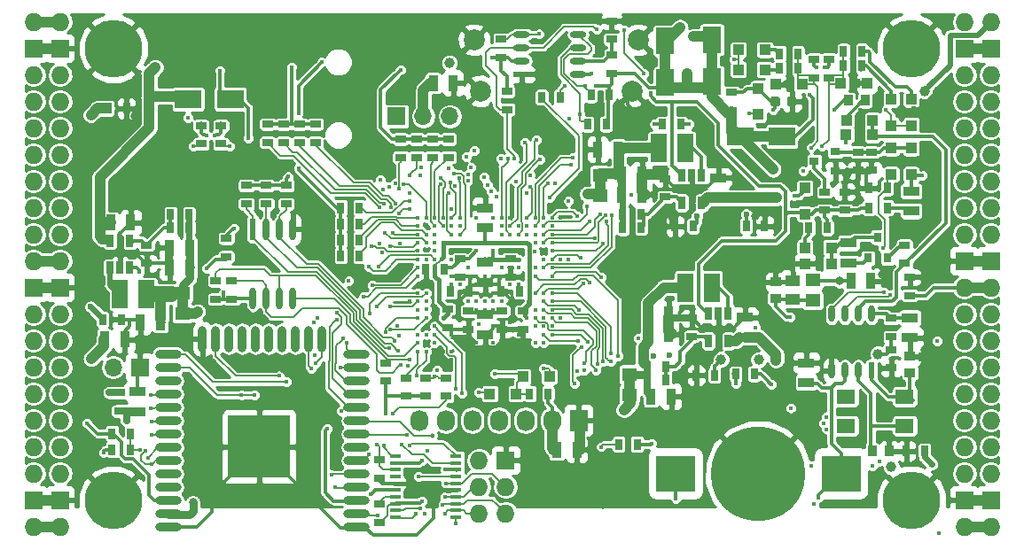
<source format=gbl>
G04 #@! TF.GenerationSoftware,KiCad,Pcbnew,5.0.0+dfsg1-1*
G04 #@! TF.CreationDate,2018-08-10T13:48:52+02:00*
G04 #@! TF.ProjectId,ulx3s,756C7833732E6B696361645F70636200,rev?*
G04 #@! TF.SameCoordinates,Original*
G04 #@! TF.FileFunction,Copper,L4,Bot,Signal*
G04 #@! TF.FilePolarity,Positive*
%FSLAX46Y46*%
G04 Gerber Fmt 4.6, Leading zero omitted, Abs format (unit mm)*
G04 Created by KiCad (PCBNEW 5.0.0+dfsg1-1) date Fri Aug 10 13:48:52 2018*
%MOMM*%
%LPD*%
G01*
G04 APERTURE LIST*
G04 #@! TA.AperFunction,EtchedComponent*
%ADD10C,1.000000*%
G04 #@! TD*
G04 #@! TA.AperFunction,ComponentPad*
%ADD11C,2.000000*%
G04 #@! TD*
G04 #@! TA.AperFunction,SMDPad,CuDef*
%ADD12O,2.500000X0.900000*%
G04 #@! TD*
G04 #@! TA.AperFunction,SMDPad,CuDef*
%ADD13O,0.900000X2.500000*%
G04 #@! TD*
G04 #@! TA.AperFunction,SMDPad,CuDef*
%ADD14R,6.000000X6.000000*%
G04 #@! TD*
G04 #@! TA.AperFunction,SMDPad,CuDef*
%ADD15R,0.670000X1.000000*%
G04 #@! TD*
G04 #@! TA.AperFunction,SMDPad,CuDef*
%ADD16R,1.400000X1.295000*%
G04 #@! TD*
G04 #@! TA.AperFunction,SMDPad,CuDef*
%ADD17R,2.500000X1.800000*%
G04 #@! TD*
G04 #@! TA.AperFunction,SMDPad,CuDef*
%ADD18R,1.800000X2.500000*%
G04 #@! TD*
G04 #@! TA.AperFunction,SMDPad,CuDef*
%ADD19R,3.700000X3.500000*%
G04 #@! TD*
G04 #@! TA.AperFunction,BGAPad,CuDef*
%ADD20C,9.000000*%
G04 #@! TD*
G04 #@! TA.AperFunction,SMDPad,CuDef*
%ADD21R,1.550000X0.600000*%
G04 #@! TD*
G04 #@! TA.AperFunction,SMDPad,CuDef*
%ADD22O,1.550000X0.600000*%
G04 #@! TD*
G04 #@! TA.AperFunction,SMDPad,CuDef*
%ADD23R,0.600000X2.100000*%
G04 #@! TD*
G04 #@! TA.AperFunction,SMDPad,CuDef*
%ADD24O,0.600000X2.100000*%
G04 #@! TD*
G04 #@! TA.AperFunction,SMDPad,CuDef*
%ADD25R,0.600000X1.550000*%
G04 #@! TD*
G04 #@! TA.AperFunction,SMDPad,CuDef*
%ADD26O,0.600000X1.550000*%
G04 #@! TD*
G04 #@! TA.AperFunction,SMDPad,CuDef*
%ADD27R,1.000000X0.400000*%
G04 #@! TD*
G04 #@! TA.AperFunction,SMDPad,CuDef*
%ADD28R,0.700000X1.200000*%
G04 #@! TD*
G04 #@! TA.AperFunction,ComponentPad*
%ADD29O,1.727200X1.727200*%
G04 #@! TD*
G04 #@! TA.AperFunction,ComponentPad*
%ADD30R,1.727200X1.727200*%
G04 #@! TD*
G04 #@! TA.AperFunction,ComponentPad*
%ADD31C,5.500000*%
G04 #@! TD*
G04 #@! TA.AperFunction,ComponentPad*
%ADD32R,1.727200X2.032000*%
G04 #@! TD*
G04 #@! TA.AperFunction,ComponentPad*
%ADD33O,1.727200X2.032000*%
G04 #@! TD*
G04 #@! TA.AperFunction,SMDPad,CuDef*
%ADD34R,1.800000X1.400000*%
G04 #@! TD*
G04 #@! TA.AperFunction,SMDPad,CuDef*
%ADD35R,0.970000X1.500000*%
G04 #@! TD*
G04 #@! TA.AperFunction,SMDPad,CuDef*
%ADD36R,1.500000X0.970000*%
G04 #@! TD*
G04 #@! TA.AperFunction,SMDPad,CuDef*
%ADD37R,1.000000X0.670000*%
G04 #@! TD*
G04 #@! TA.AperFunction,SMDPad,CuDef*
%ADD38R,1.000000X1.000000*%
G04 #@! TD*
G04 #@! TA.AperFunction,BGAPad,CuDef*
%ADD39C,0.300000*%
G04 #@! TD*
G04 #@! TA.AperFunction,ComponentPad*
%ADD40R,1.700000X1.700000*%
G04 #@! TD*
G04 #@! TA.AperFunction,ComponentPad*
%ADD41O,1.700000X1.700000*%
G04 #@! TD*
G04 #@! TA.AperFunction,SMDPad,CuDef*
%ADD42R,1.500000X2.700000*%
G04 #@! TD*
G04 #@! TA.AperFunction,SMDPad,CuDef*
%ADD43R,0.800000X0.900000*%
G04 #@! TD*
G04 #@! TA.AperFunction,SMDPad,CuDef*
%ADD44R,0.900000X0.800000*%
G04 #@! TD*
G04 #@! TA.AperFunction,SMDPad,CuDef*
%ADD45R,0.820000X1.000000*%
G04 #@! TD*
G04 #@! TA.AperFunction,SMDPad,CuDef*
%ADD46R,1.000000X0.820000*%
G04 #@! TD*
G04 #@! TA.AperFunction,SMDPad,CuDef*
%ADD47R,1.400000X1.120000*%
G04 #@! TD*
G04 #@! TA.AperFunction,Conductor*
%ADD48C,0.100000*%
G04 #@! TD*
G04 #@! TA.AperFunction,SMDPad,CuDef*
%ADD49C,0.875000*%
G04 #@! TD*
G04 #@! TA.AperFunction,ViaPad*
%ADD50C,2.000000*%
G04 #@! TD*
G04 #@! TA.AperFunction,ViaPad*
%ADD51C,0.419000*%
G04 #@! TD*
G04 #@! TA.AperFunction,ViaPad*
%ADD52C,0.600000*%
G04 #@! TD*
G04 #@! TA.AperFunction,ViaPad*
%ADD53C,1.000000*%
G04 #@! TD*
G04 #@! TA.AperFunction,ViaPad*
%ADD54C,0.800000*%
G04 #@! TD*
G04 #@! TA.AperFunction,ViaPad*
%ADD55C,0.700000*%
G04 #@! TD*
G04 #@! TA.AperFunction,ViaPad*
%ADD56C,0.454000*%
G04 #@! TD*
G04 #@! TA.AperFunction,Conductor*
%ADD57C,0.300000*%
G04 #@! TD*
G04 #@! TA.AperFunction,Conductor*
%ADD58C,1.000000*%
G04 #@! TD*
G04 #@! TA.AperFunction,Conductor*
%ADD59C,0.700000*%
G04 #@! TD*
G04 #@! TA.AperFunction,Conductor*
%ADD60C,0.127000*%
G04 #@! TD*
G04 #@! TA.AperFunction,Conductor*
%ADD61C,0.500000*%
G04 #@! TD*
G04 #@! TA.AperFunction,Conductor*
%ADD62C,0.400000*%
G04 #@! TD*
G04 #@! TA.AperFunction,Conductor*
%ADD63C,0.800000*%
G04 #@! TD*
G04 #@! TA.AperFunction,Conductor*
%ADD64C,0.600000*%
G04 #@! TD*
G04 #@! TA.AperFunction,Conductor*
%ADD65C,0.190000*%
G04 #@! TD*
G04 #@! TA.AperFunction,Conductor*
%ADD66C,1.500000*%
G04 #@! TD*
G04 #@! TA.AperFunction,Conductor*
%ADD67C,0.200000*%
G04 #@! TD*
G04 #@! TA.AperFunction,Conductor*
%ADD68C,0.254000*%
G04 #@! TD*
G04 APERTURE END LIST*
D10*
G04 #@! TO.C,RP3*
X149472000Y-77311000D02*
X149472000Y-79311000D01*
G04 #@! TO.C,RP2*
X109609000Y-88632000D02*
X109609000Y-90632000D01*
G04 #@! TO.C,RP1*
X152281000Y-96361000D02*
X152281000Y-98361000D01*
G04 #@! TO.C,RD9*
X166854000Y-73630000D02*
X162854000Y-73630000D01*
G04 #@! TO.C,RD52*
X160155000Y-64391000D02*
X160155000Y-68391000D01*
G04 #@! TO.C,RD51*
X155710000Y-68518000D02*
X155710000Y-64518000D01*
G04 #@! TD*
D11*
G04 #@! TO.P,GPDI1,0*
G04 #@! TO.N,GND*
X152546000Y-69312000D03*
X138046000Y-69312000D03*
X153146000Y-64412000D03*
X137446000Y-64412000D03*
G04 #@! TD*
D12*
G04 #@! TO.P,U9,38*
G04 #@! TO.N,GND*
X126230000Y-111000000D03*
G04 #@! TO.P,U9,37*
G04 #@! TO.N,JTAG_TDI*
X126230000Y-109730000D03*
G04 #@! TO.P,U9,36*
G04 #@! TO.N,PROG_DONE*
X126230000Y-108460000D03*
G04 #@! TO.P,U9,35*
G04 #@! TO.N,WIFI_TXD*
X126230000Y-107190000D03*
G04 #@! TO.P,U9,34*
G04 #@! TO.N,WIFI_RXD*
X126230000Y-105920000D03*
G04 #@! TO.P,U9,33*
G04 #@! TO.N,JTAG_TMS*
X126230000Y-104650000D03*
G04 #@! TO.P,U9,32*
G04 #@! TO.N,N/C*
X126230000Y-103380000D03*
G04 #@! TO.P,U9,31*
G04 #@! TO.N,JTAG_TDO*
X126230000Y-102110000D03*
G04 #@! TO.P,U9,30*
G04 #@! TO.N,JTAG_TCK*
X126230000Y-100840000D03*
G04 #@! TO.P,U9,29*
G04 #@! TO.N,WIFI_GPIO5*
X126230000Y-99570000D03*
G04 #@! TO.P,U9,28*
G04 #@! TO.N,WIFI_GPIO17*
X126230000Y-98300000D03*
G04 #@! TO.P,U9,27*
G04 #@! TO.N,WIFI_GPIO16*
X126230000Y-97030000D03*
G04 #@! TO.P,U9,26*
G04 #@! TO.N,SD_D1*
X126230000Y-95760000D03*
G04 #@! TO.P,U9,25*
G04 #@! TO.N,WIFI_GPIO0*
X126230000Y-94490000D03*
D13*
G04 #@! TO.P,U9,24*
G04 #@! TO.N,SD_D0*
X122945000Y-93000000D03*
G04 #@! TO.P,U9,23*
G04 #@! TO.N,SD_CMD*
X121675000Y-93000000D03*
G04 #@! TO.P,U9,22*
G04 #@! TO.N,N/C*
X120405000Y-93000000D03*
G04 #@! TO.P,U9,21*
X119135000Y-93000000D03*
G04 #@! TO.P,U9,20*
X117865000Y-93000000D03*
G04 #@! TO.P,U9,19*
X116595000Y-93000000D03*
G04 #@! TO.P,U9,18*
X115325000Y-93000000D03*
G04 #@! TO.P,U9,17*
X114055000Y-93000000D03*
G04 #@! TO.P,U9,16*
G04 #@! TO.N,SD_D3*
X112785000Y-93000000D03*
G04 #@! TO.P,U9,15*
G04 #@! TO.N,GND*
X111515000Y-93000000D03*
D12*
G04 #@! TO.P,U9,14*
G04 #@! TO.N,SD_D2*
X108230000Y-94490000D03*
G04 #@! TO.P,U9,13*
G04 #@! TO.N,SD_CLK*
X108230000Y-95760000D03*
G04 #@! TO.P,U9,12*
G04 #@! TO.N,N/C*
X108230000Y-97030000D03*
G04 #@! TO.P,U9,11*
G04 #@! TO.N,GP11*
X108230000Y-98300000D03*
G04 #@! TO.P,U9,10*
G04 #@! TO.N,GN11*
X108230000Y-99570000D03*
G04 #@! TO.P,U9,9*
G04 #@! TO.N,GP12*
X108230000Y-100840000D03*
G04 #@! TO.P,U9,8*
G04 #@! TO.N,GN12*
X108230000Y-102110000D03*
G04 #@! TO.P,U9,7*
G04 #@! TO.N,GP13*
X108230000Y-103380000D03*
G04 #@! TO.P,U9,6*
G04 #@! TO.N,GN13*
X108230000Y-104650000D03*
G04 #@! TO.P,U9,5*
G04 #@! TO.N,N/C*
X108230000Y-105920000D03*
G04 #@! TO.P,U9,4*
X108230000Y-107190000D03*
G04 #@! TO.P,U9,3*
G04 #@! TO.N,/wifi/WIFIEN*
X108230000Y-108460000D03*
G04 #@! TO.P,U9,2*
G04 #@! TO.N,+3V3*
X108230000Y-109730000D03*
G04 #@! TO.P,U9,1*
G04 #@! TO.N,GND*
X108230000Y-111000000D03*
D14*
G04 #@! TO.P,U9,39*
X116930000Y-103300000D03*
G04 #@! TD*
D15*
G04 #@! TO.P,C49,2*
G04 #@! TO.N,GND*
X103738000Y-91156000D03*
G04 #@! TO.P,C49,1*
G04 #@! TO.N,2V5_3V3*
X101988000Y-91156000D03*
G04 #@! TD*
D16*
G04 #@! TO.P,RP3,2*
G04 #@! TO.N,+3V3*
X149472000Y-79278500D03*
G04 #@! TO.P,RP3,1*
G04 #@! TO.N,/power/P3V3*
X149472000Y-77343500D03*
G04 #@! TD*
G04 #@! TO.P,RP2,2*
G04 #@! TO.N,+2V5*
X109609000Y-90599500D03*
G04 #@! TO.P,RP2,1*
G04 #@! TO.N,/power/P2V5*
X109609000Y-88664500D03*
G04 #@! TD*
G04 #@! TO.P,RP1,2*
G04 #@! TO.N,+1V1*
X152281000Y-98328500D03*
G04 #@! TO.P,RP1,1*
G04 #@! TO.N,/power/P1V1*
X152281000Y-96393500D03*
G04 #@! TD*
D17*
G04 #@! TO.P,RD9,2*
G04 #@! TO.N,+5V*
X162854000Y-73630000D03*
G04 #@! TO.P,RD9,1*
G04 #@! TO.N,/usb/US2VBUS*
X166854000Y-73630000D03*
G04 #@! TD*
D18*
G04 #@! TO.P,RD52,2*
G04 #@! TO.N,+5V*
X160155000Y-68391000D03*
G04 #@! TO.P,RD52,1*
G04 #@! TO.N,/gpio/OUT5V*
X160155000Y-64391000D03*
G04 #@! TD*
G04 #@! TO.P,RD51,2*
G04 #@! TO.N,/gpio/IN5V*
X155710000Y-64518000D03*
G04 #@! TO.P,RD51,1*
G04 #@! TO.N,+5V*
X155710000Y-68518000D03*
G04 #@! TD*
D19*
G04 #@! TO.P,BAT1,1*
G04 #@! TO.N,/power/VBAT*
X172485000Y-105870000D03*
X156685000Y-105870000D03*
D20*
G04 #@! TO.P,BAT1,2*
G04 #@! TO.N,GND*
X164585000Y-105870000D03*
G04 #@! TD*
D21*
G04 #@! TO.P,U11,1*
G04 #@! TO.N,GND*
X141980000Y-67706500D03*
D22*
G04 #@! TO.P,U11,2*
G04 #@! TO.N,+2V5*
X141980000Y-66436500D03*
G04 #@! TO.P,U11,3*
G04 #@! TO.N,FPDI_SCL*
X141980000Y-65166500D03*
G04 #@! TO.P,U11,4*
G04 #@! TO.N,FPDI_SDA*
X141980000Y-63896500D03*
G04 #@! TO.P,U11,5*
G04 #@! TO.N,GPDI_SDA*
X147380000Y-63896500D03*
G04 #@! TO.P,U11,6*
G04 #@! TO.N,GPDI_SCL*
X147380000Y-65166500D03*
G04 #@! TO.P,U11,7*
G04 #@! TO.N,/gpdi/VREF2*
X147380000Y-66436500D03*
G04 #@! TO.P,U11,8*
G04 #@! TO.N,+3V3*
X147380000Y-67706500D03*
G04 #@! TD*
D23*
G04 #@! TO.P,U10,1*
G04 #@! TO.N,/flash/FLASH_nCS*
X116340000Y-82520000D03*
D24*
G04 #@! TO.P,U10,2*
G04 #@! TO.N,/flash/FLASH_MISO*
X117610000Y-82520000D03*
G04 #@! TO.P,U10,3*
G04 #@! TO.N,/flash/FLASH_nWP*
X118880000Y-82520000D03*
G04 #@! TO.P,U10,4*
G04 #@! TO.N,GND*
X120150000Y-82520000D03*
G04 #@! TO.P,U10,5*
G04 #@! TO.N,/flash/FLASH_MOSI*
X120150000Y-89124000D03*
G04 #@! TO.P,U10,6*
G04 #@! TO.N,/flash/FLASH_SCK*
X118880000Y-89124000D03*
G04 #@! TO.P,U10,7*
G04 #@! TO.N,/flash/FLASH_nHOLD*
X117610000Y-89124000D03*
G04 #@! TO.P,U10,8*
G04 #@! TO.N,+3V3*
X116340000Y-89124000D03*
G04 #@! TD*
D25*
G04 #@! TO.P,U7,1*
G04 #@! TO.N,/power/OSCI_32k*
X175395000Y-96015000D03*
D26*
G04 #@! TO.P,U7,2*
G04 #@! TO.N,/power/OSCO_32k*
X174125000Y-96015000D03*
G04 #@! TO.P,U7,3*
G04 #@! TO.N,/power/VBAT*
X172855000Y-96015000D03*
G04 #@! TO.P,U7,4*
G04 #@! TO.N,GND*
X171585000Y-96015000D03*
G04 #@! TO.P,U7,5*
G04 #@! TO.N,FPDI_SDA*
X171585000Y-90615000D03*
G04 #@! TO.P,U7,6*
G04 #@! TO.N,FPDI_SCL*
X172855000Y-90615000D03*
G04 #@! TO.P,U7,7*
G04 #@! TO.N,/power/WAKEUPn*
X174125000Y-90615000D03*
G04 #@! TO.P,U7,8*
G04 #@! TO.N,/power/RTCVDD*
X175395000Y-90615000D03*
G04 #@! TD*
D27*
G04 #@! TO.P,U6,20*
G04 #@! TO.N,FTDI_TXD*
X129935000Y-104215000D03*
G04 #@! TO.P,U6,19*
G04 #@! TO.N,FTDI_nSLEEP*
X129935000Y-104865000D03*
G04 #@! TO.P,U6,18*
G04 #@! TO.N,FTDI_TXDEN*
X129935000Y-105515000D03*
G04 #@! TO.P,U6,17*
G04 #@! TO.N,N/C*
X129935000Y-106165000D03*
G04 #@! TO.P,U6,16*
G04 #@! TO.N,GND*
X129935000Y-106815000D03*
G04 #@! TO.P,U6,15*
G04 #@! TO.N,USB5V*
X129935000Y-107465000D03*
G04 #@! TO.P,U6,14*
G04 #@! TO.N,nRESET*
X129935000Y-108115000D03*
G04 #@! TO.P,U6,13*
G04 #@! TO.N,FT2V5*
X129935000Y-108765000D03*
G04 #@! TO.P,U6,12*
G04 #@! TO.N,USB_FTDI_D-*
X129935000Y-109415000D03*
G04 #@! TO.P,U6,11*
G04 #@! TO.N,USB_FTDI_D+*
X129935000Y-110065000D03*
G04 #@! TO.P,U6,10*
G04 #@! TO.N,FTDI_nTXLED*
X135735000Y-110065000D03*
G04 #@! TO.P,U6,9*
G04 #@! TO.N,JTAG_TDO*
X135735000Y-109415000D03*
G04 #@! TO.P,U6,8*
G04 #@! TO.N,JTAG_TMS*
X135735000Y-108765000D03*
G04 #@! TO.P,U6,7*
G04 #@! TO.N,JTAG_TCK*
X135735000Y-108115000D03*
G04 #@! TO.P,U6,6*
G04 #@! TO.N,GND*
X135735000Y-107465000D03*
G04 #@! TO.P,U6,5*
G04 #@! TO.N,JTAG_TDI*
X135735000Y-106815000D03*
G04 #@! TO.P,U6,4*
G04 #@! TO.N,FTDI_RXD*
X135735000Y-106165000D03*
G04 #@! TO.P,U6,3*
G04 #@! TO.N,FT2V5*
X135735000Y-105515000D03*
G04 #@! TO.P,U6,2*
G04 #@! TO.N,FTDI_nRTS*
X135735000Y-104865000D03*
G04 #@! TO.P,U6,1*
G04 #@! TO.N,FTDI_nDTR*
X135735000Y-104215000D03*
G04 #@! TD*
D28*
G04 #@! TO.P,U5,1*
G04 #@! TO.N,/power/PWREN*
X157285000Y-77392000D03*
G04 #@! TO.P,U5,2*
G04 #@! TO.N,GND*
X158235000Y-77392000D03*
G04 #@! TO.P,U5,3*
G04 #@! TO.N,/power/L3*
X159185000Y-77392000D03*
G04 #@! TO.P,U5,4*
G04 #@! TO.N,+5V*
X159185000Y-79992000D03*
G04 #@! TO.P,U5,5*
G04 #@! TO.N,/power/FB3*
X157285000Y-79992000D03*
G04 #@! TD*
G04 #@! TO.P,U3,1*
G04 #@! TO.N,/power/PWREN*
X159825000Y-90600000D03*
G04 #@! TO.P,U3,2*
G04 #@! TO.N,GND*
X160775000Y-90600000D03*
G04 #@! TO.P,U3,3*
G04 #@! TO.N,/power/L1*
X161725000Y-90600000D03*
G04 #@! TO.P,U3,4*
G04 #@! TO.N,+5V*
X161725000Y-93200000D03*
G04 #@! TO.P,U3,5*
G04 #@! TO.N,/power/FB1*
X159825000Y-93200000D03*
G04 #@! TD*
G04 #@! TO.P,U4,1*
G04 #@! TO.N,/power/PWREN*
X104575000Y-86215000D03*
G04 #@! TO.P,U4,2*
G04 #@! TO.N,GND*
X103625000Y-86215000D03*
G04 #@! TO.P,U4,3*
G04 #@! TO.N,/power/L2*
X102675000Y-86215000D03*
G04 #@! TO.P,U4,4*
G04 #@! TO.N,+5V*
X102675000Y-83615000D03*
G04 #@! TO.P,U4,5*
G04 #@! TO.N,/power/FB2*
X104575000Y-83615000D03*
G04 #@! TD*
D29*
G04 #@! TO.P,J1,1*
G04 #@! TO.N,2V5_3V3*
X97910000Y-62690000D03*
G04 #@! TO.P,J1,2*
X95370000Y-62690000D03*
D30*
G04 #@! TO.P,J1,3*
G04 #@! TO.N,GND*
X97910000Y-65230000D03*
G04 #@! TO.P,J1,4*
X95370000Y-65230000D03*
D29*
G04 #@! TO.P,J1,5*
G04 #@! TO.N,GN0*
X97910000Y-67770000D03*
G04 #@! TO.P,J1,6*
G04 #@! TO.N,GP0*
X95370000Y-67770000D03*
G04 #@! TO.P,J1,7*
G04 #@! TO.N,GN1*
X97910000Y-70310000D03*
G04 #@! TO.P,J1,8*
G04 #@! TO.N,GP1*
X95370000Y-70310000D03*
G04 #@! TO.P,J1,9*
G04 #@! TO.N,GN2*
X97910000Y-72850000D03*
G04 #@! TO.P,J1,10*
G04 #@! TO.N,GP2*
X95370000Y-72850000D03*
G04 #@! TO.P,J1,11*
G04 #@! TO.N,GN3*
X97910000Y-75390000D03*
G04 #@! TO.P,J1,12*
G04 #@! TO.N,GP3*
X95370000Y-75390000D03*
G04 #@! TO.P,J1,13*
G04 #@! TO.N,GN4*
X97910000Y-77930000D03*
G04 #@! TO.P,J1,14*
G04 #@! TO.N,GP4*
X95370000Y-77930000D03*
G04 #@! TO.P,J1,15*
G04 #@! TO.N,GN5*
X97910000Y-80470000D03*
G04 #@! TO.P,J1,16*
G04 #@! TO.N,GP5*
X95370000Y-80470000D03*
G04 #@! TO.P,J1,17*
G04 #@! TO.N,GN6*
X97910000Y-83010000D03*
G04 #@! TO.P,J1,18*
G04 #@! TO.N,GP6*
X95370000Y-83010000D03*
G04 #@! TO.P,J1,19*
G04 #@! TO.N,2V5_3V3*
X97910000Y-85550000D03*
G04 #@! TO.P,J1,20*
X95370000Y-85550000D03*
D30*
G04 #@! TO.P,J1,21*
G04 #@! TO.N,GND*
X97910000Y-88090000D03*
G04 #@! TO.P,J1,22*
X95370000Y-88090000D03*
D29*
G04 #@! TO.P,J1,23*
G04 #@! TO.N,GN7*
X97910000Y-90630000D03*
G04 #@! TO.P,J1,24*
G04 #@! TO.N,GP7*
X95370000Y-90630000D03*
G04 #@! TO.P,J1,25*
G04 #@! TO.N,GN8*
X97910000Y-93170000D03*
G04 #@! TO.P,J1,26*
G04 #@! TO.N,GP8*
X95370000Y-93170000D03*
G04 #@! TO.P,J1,27*
G04 #@! TO.N,GN9*
X97910000Y-95710000D03*
G04 #@! TO.P,J1,28*
G04 #@! TO.N,GP9*
X95370000Y-95710000D03*
G04 #@! TO.P,J1,29*
G04 #@! TO.N,GN10*
X97910000Y-98250000D03*
G04 #@! TO.P,J1,30*
G04 #@! TO.N,GP10*
X95370000Y-98250000D03*
G04 #@! TO.P,J1,31*
G04 #@! TO.N,GN11*
X97910000Y-100790000D03*
G04 #@! TO.P,J1,32*
G04 #@! TO.N,GP11*
X95370000Y-100790000D03*
G04 #@! TO.P,J1,33*
G04 #@! TO.N,GN12*
X97910000Y-103330000D03*
G04 #@! TO.P,J1,34*
G04 #@! TO.N,GP12*
X95370000Y-103330000D03*
G04 #@! TO.P,J1,35*
G04 #@! TO.N,GN13*
X97910000Y-105870000D03*
G04 #@! TO.P,J1,36*
G04 #@! TO.N,GP13*
X95370000Y-105870000D03*
D30*
G04 #@! TO.P,J1,37*
G04 #@! TO.N,GND*
X97910000Y-108410000D03*
G04 #@! TO.P,J1,38*
X95370000Y-108410000D03*
D29*
G04 #@! TO.P,J1,39*
G04 #@! TO.N,2V5_3V3*
X97910000Y-110950000D03*
G04 #@! TO.P,J1,40*
X95370000Y-110950000D03*
G04 #@! TD*
G04 #@! TO.P,J2,1*
G04 #@! TO.N,+3V3*
X184270000Y-110950000D03*
G04 #@! TO.P,J2,2*
X186810000Y-110950000D03*
D30*
G04 #@! TO.P,J2,3*
G04 #@! TO.N,GND*
X184270000Y-108410000D03*
G04 #@! TO.P,J2,4*
X186810000Y-108410000D03*
D29*
G04 #@! TO.P,J2,5*
G04 #@! TO.N,GN14*
X184270000Y-105870000D03*
G04 #@! TO.P,J2,6*
G04 #@! TO.N,GP14*
X186810000Y-105870000D03*
G04 #@! TO.P,J2,7*
G04 #@! TO.N,GN15*
X184270000Y-103330000D03*
G04 #@! TO.P,J2,8*
G04 #@! TO.N,GP15*
X186810000Y-103330000D03*
G04 #@! TO.P,J2,9*
G04 #@! TO.N,GN16*
X184270000Y-100790000D03*
G04 #@! TO.P,J2,10*
G04 #@! TO.N,GP16*
X186810000Y-100790000D03*
G04 #@! TO.P,J2,11*
G04 #@! TO.N,GN17*
X184270000Y-98250000D03*
G04 #@! TO.P,J2,12*
G04 #@! TO.N,GP17*
X186810000Y-98250000D03*
G04 #@! TO.P,J2,13*
G04 #@! TO.N,GN18*
X184270000Y-95710000D03*
G04 #@! TO.P,J2,14*
G04 #@! TO.N,GP18*
X186810000Y-95710000D03*
G04 #@! TO.P,J2,15*
G04 #@! TO.N,GN19*
X184270000Y-93170000D03*
G04 #@! TO.P,J2,16*
G04 #@! TO.N,GP19*
X186810000Y-93170000D03*
G04 #@! TO.P,J2,17*
G04 #@! TO.N,GN20*
X184270000Y-90630000D03*
G04 #@! TO.P,J2,18*
G04 #@! TO.N,GP20*
X186810000Y-90630000D03*
G04 #@! TO.P,J2,19*
G04 #@! TO.N,+3V3*
X184270000Y-88090000D03*
G04 #@! TO.P,J2,20*
X186810000Y-88090000D03*
D30*
G04 #@! TO.P,J2,21*
G04 #@! TO.N,GND*
X184270000Y-85550000D03*
G04 #@! TO.P,J2,22*
X186810000Y-85550000D03*
D29*
G04 #@! TO.P,J2,23*
G04 #@! TO.N,GN21*
X184270000Y-83010000D03*
G04 #@! TO.P,J2,24*
G04 #@! TO.N,GP21*
X186810000Y-83010000D03*
G04 #@! TO.P,J2,25*
G04 #@! TO.N,GN22*
X184270000Y-80470000D03*
G04 #@! TO.P,J2,26*
G04 #@! TO.N,GP22*
X186810000Y-80470000D03*
G04 #@! TO.P,J2,27*
G04 #@! TO.N,GN23*
X184270000Y-77930000D03*
G04 #@! TO.P,J2,28*
G04 #@! TO.N,GP23*
X186810000Y-77930000D03*
G04 #@! TO.P,J2,29*
G04 #@! TO.N,GN24*
X184270000Y-75390000D03*
G04 #@! TO.P,J2,30*
G04 #@! TO.N,GP24*
X186810000Y-75390000D03*
G04 #@! TO.P,J2,31*
G04 #@! TO.N,GN25*
X184270000Y-72850000D03*
G04 #@! TO.P,J2,32*
G04 #@! TO.N,GP25*
X186810000Y-72850000D03*
G04 #@! TO.P,J2,33*
G04 #@! TO.N,GN26*
X184270000Y-70310000D03*
G04 #@! TO.P,J2,34*
G04 #@! TO.N,GP26*
X186810000Y-70310000D03*
G04 #@! TO.P,J2,35*
G04 #@! TO.N,GN27*
X184270000Y-67770000D03*
G04 #@! TO.P,J2,36*
G04 #@! TO.N,GP27*
X186810000Y-67770000D03*
D30*
G04 #@! TO.P,J2,37*
G04 #@! TO.N,GND*
X184270000Y-65230000D03*
G04 #@! TO.P,J2,38*
X186810000Y-65230000D03*
D29*
G04 #@! TO.P,J2,39*
G04 #@! TO.N,/gpio/IN5V*
X184270000Y-62690000D03*
G04 #@! TO.P,J2,40*
G04 #@! TO.N,/gpio/OUT5V*
X186810000Y-62690000D03*
G04 #@! TD*
D31*
G04 #@! TO.P,H1,1*
G04 #@! TO.N,GND*
X102990000Y-108410000D03*
G04 #@! TD*
G04 #@! TO.P,H2,1*
G04 #@! TO.N,GND*
X179190000Y-108410000D03*
G04 #@! TD*
G04 #@! TO.P,H3,1*
G04 #@! TO.N,GND*
X179190000Y-65230000D03*
G04 #@! TD*
G04 #@! TO.P,H4,1*
G04 #@! TO.N,GND*
X102990000Y-65230000D03*
G04 #@! TD*
D30*
G04 #@! TO.P,J4,1*
G04 #@! TO.N,GND*
X140455000Y-104600000D03*
D29*
G04 #@! TO.P,J4,2*
G04 #@! TO.N,+3V3*
X137915000Y-104600000D03*
G04 #@! TO.P,J4,3*
G04 #@! TO.N,JTAG_TDI*
X140455000Y-107140000D03*
G04 #@! TO.P,J4,4*
G04 #@! TO.N,JTAG_TCK*
X137915000Y-107140000D03*
G04 #@! TO.P,J4,5*
G04 #@! TO.N,JTAG_TMS*
X140455000Y-109680000D03*
G04 #@! TO.P,J4,6*
G04 #@! TO.N,JTAG_TDO*
X137915000Y-109680000D03*
G04 #@! TD*
D32*
G04 #@! TO.P,OLED1,1*
G04 #@! TO.N,GND*
X147440000Y-100790000D03*
D33*
G04 #@! TO.P,OLED1,2*
G04 #@! TO.N,+3V3*
X144900000Y-100790000D03*
G04 #@! TO.P,OLED1,3*
G04 #@! TO.N,OLED_CLK*
X142360000Y-100790000D03*
G04 #@! TO.P,OLED1,4*
G04 #@! TO.N,OLED_MOSI*
X139820000Y-100790000D03*
G04 #@! TO.P,OLED1,5*
G04 #@! TO.N,OLED_RES*
X137280000Y-100790000D03*
G04 #@! TO.P,OLED1,6*
G04 #@! TO.N,OLED_DC*
X134740000Y-100790000D03*
G04 #@! TO.P,OLED1,7*
G04 #@! TO.N,OLED_CS*
X132200000Y-100790000D03*
G04 #@! TD*
D34*
G04 #@! TO.P,Y2,4*
G04 #@! TO.N,/power/OSCI_32k*
X178576000Y-98522000D03*
G04 #@! TO.P,Y2,3*
G04 #@! TO.N,N/C*
X172976000Y-98522000D03*
G04 #@! TO.P,Y2,2*
X172976000Y-101322000D03*
G04 #@! TO.P,Y2,1*
G04 #@! TO.N,/power/OSCO_32k*
X178576000Y-101322000D03*
G04 #@! TD*
D35*
G04 #@! TO.P,C47,1*
G04 #@! TO.N,2V5_3V3*
X133546000Y-68550000D03*
G04 #@! TO.P,C47,2*
G04 #@! TO.N,GND*
X135456000Y-68550000D03*
G04 #@! TD*
G04 #@! TO.P,C1,1*
G04 #@! TO.N,+5V*
X102748500Y-81885000D03*
G04 #@! TO.P,C1,2*
G04 #@! TO.N,GND*
X104658500Y-81885000D03*
G04 #@! TD*
D15*
G04 #@! TO.P,C2,1*
G04 #@! TO.N,/power/P1V1*
X153985000Y-96910000D03*
G04 #@! TO.P,C2,2*
G04 #@! TO.N,/power/FB1*
X155735000Y-96910000D03*
G04 #@! TD*
D35*
G04 #@! TO.P,C3,2*
G04 #@! TO.N,GND*
X156015000Y-90630000D03*
G04 #@! TO.P,C3,1*
G04 #@! TO.N,/power/P1V1*
X154105000Y-90630000D03*
G04 #@! TD*
G04 #@! TO.P,C4,1*
G04 #@! TO.N,/power/P1V1*
X154105000Y-92535000D03*
G04 #@! TO.P,C4,2*
G04 #@! TO.N,GND*
X156015000Y-92535000D03*
G04 #@! TD*
D36*
G04 #@! TO.P,C5,2*
G04 #@! TO.N,GND*
X163315000Y-90945000D03*
G04 #@! TO.P,C5,1*
G04 #@! TO.N,+5V*
X163315000Y-92855000D03*
G04 #@! TD*
D15*
G04 #@! TO.P,C6,1*
G04 #@! TO.N,/power/P3V3*
X151645000Y-82375000D03*
G04 #@! TO.P,C6,2*
G04 #@! TO.N,/power/FB3*
X153395000Y-82375000D03*
G04 #@! TD*
D35*
G04 #@! TO.P,C7,2*
G04 #@! TO.N,GND*
X153475000Y-79200000D03*
G04 #@! TO.P,C7,1*
G04 #@! TO.N,/power/P3V3*
X151565000Y-79200000D03*
G04 #@! TD*
G04 #@! TO.P,C8,2*
G04 #@! TO.N,GND*
X153475000Y-77295000D03*
G04 #@! TO.P,C8,1*
G04 #@! TO.N,/power/P3V3*
X151565000Y-77295000D03*
G04 #@! TD*
D36*
G04 #@! TO.P,C9,1*
G04 #@! TO.N,+5V*
X160775000Y-79520000D03*
G04 #@! TO.P,C9,2*
G04 #@! TO.N,GND*
X160775000Y-77610000D03*
G04 #@! TD*
D15*
G04 #@! TO.P,C10,2*
G04 #@! TO.N,/power/FB2*
X108465000Y-81105000D03*
G04 #@! TO.P,C10,1*
G04 #@! TO.N,/power/P2V5*
X110215000Y-81105000D03*
G04 #@! TD*
D35*
G04 #@! TO.P,C11,2*
G04 #@! TO.N,GND*
X108385000Y-84280000D03*
G04 #@! TO.P,C11,1*
G04 #@! TO.N,/power/P2V5*
X110295000Y-84280000D03*
G04 #@! TD*
G04 #@! TO.P,C12,1*
G04 #@! TO.N,/power/P2V5*
X110295000Y-86185000D03*
G04 #@! TO.P,C12,2*
G04 #@! TO.N,GND*
X108385000Y-86185000D03*
G04 #@! TD*
D36*
G04 #@! TO.P,C13,2*
G04 #@! TO.N,/power/WKUP*
X173221000Y-83833000D03*
G04 #@! TO.P,C13,1*
G04 #@! TO.N,+5V*
X173221000Y-85743000D03*
G04 #@! TD*
D37*
G04 #@! TO.P,C14,2*
G04 #@! TO.N,GND*
X175380000Y-76900000D03*
G04 #@! TO.P,C14,1*
G04 #@! TO.N,/power/SHUT*
X175380000Y-75150000D03*
G04 #@! TD*
D36*
G04 #@! TO.P,C15,1*
G04 #@! TO.N,/sdcard/SD3V3*
X105276000Y-99967000D03*
G04 #@! TO.P,C15,2*
G04 #@! TO.N,GND*
X105276000Y-98057000D03*
G04 #@! TD*
D35*
G04 #@! TO.P,C16,1*
G04 #@! TO.N,+3V3*
X173424000Y-87473000D03*
G04 #@! TO.P,C16,2*
G04 #@! TO.N,GND*
X175334000Y-87473000D03*
G04 #@! TD*
D36*
G04 #@! TO.P,C17,1*
G04 #@! TO.N,+1V1*
X138500000Y-90665000D03*
G04 #@! TO.P,C17,2*
G04 #@! TO.N,GND*
X138500000Y-92575000D03*
G04 #@! TD*
D37*
G04 #@! TO.P,C18,1*
G04 #@! TO.N,/gpdi/VREF2*
X150589600Y-64359000D03*
G04 #@! TO.P,C18,2*
G04 #@! TO.N,GND*
X150589600Y-62609000D03*
G04 #@! TD*
D36*
G04 #@! TO.P,C19,1*
G04 #@! TO.N,+2V5*
X138500000Y-82375000D03*
G04 #@! TO.P,C19,2*
G04 #@! TO.N,GND*
X138500000Y-80465000D03*
G04 #@! TD*
G04 #@! TO.P,C20,2*
G04 #@! TO.N,GND*
X138500000Y-87575000D03*
G04 #@! TO.P,C20,1*
G04 #@! TO.N,+3V3*
X138500000Y-85665000D03*
G04 #@! TD*
D35*
G04 #@! TO.P,C21,2*
G04 #@! TO.N,GND*
X104072000Y-93061000D03*
G04 #@! TO.P,C21,1*
G04 #@! TO.N,+3V3*
X102162000Y-93061000D03*
G04 #@! TD*
G04 #@! TO.P,C22,1*
G04 #@! TO.N,/power/P1V1*
X154359000Y-98504000D03*
G04 #@! TO.P,C22,2*
G04 #@! TO.N,GND*
X156269000Y-98504000D03*
G04 #@! TD*
G04 #@! TO.P,C23,2*
G04 #@! TO.N,GND*
X105591000Y-91392000D03*
G04 #@! TO.P,C23,1*
G04 #@! TO.N,/power/P2V5*
X107501000Y-91392000D03*
G04 #@! TD*
G04 #@! TO.P,C24,1*
G04 #@! TO.N,/power/P3V3*
X151189000Y-74882000D03*
G04 #@! TO.P,C24,2*
G04 #@! TO.N,GND*
X149279000Y-74882000D03*
G04 #@! TD*
D37*
G04 #@! TO.P,C25,2*
G04 #@! TO.N,GND*
X140900000Y-87095000D03*
G04 #@! TO.P,C25,1*
G04 #@! TO.N,+3V3*
X140900000Y-85345000D03*
G04 #@! TD*
G04 #@! TO.P,C26,2*
G04 #@! TO.N,GND*
X136100000Y-87095000D03*
G04 #@! TO.P,C26,1*
G04 #@! TO.N,2V5_3V3*
X136100000Y-85345000D03*
G04 #@! TD*
G04 #@! TO.P,C27,2*
G04 #@! TO.N,GND*
X136900000Y-92095000D03*
G04 #@! TO.P,C27,1*
G04 #@! TO.N,+1V1*
X136900000Y-90345000D03*
G04 #@! TD*
G04 #@! TO.P,C28,1*
G04 #@! TO.N,+1V1*
X140100000Y-90345000D03*
G04 #@! TO.P,C28,2*
G04 #@! TO.N,GND*
X140100000Y-92095000D03*
G04 #@! TD*
G04 #@! TO.P,C29,2*
G04 #@! TO.N,GND*
X142100000Y-92095000D03*
G04 #@! TO.P,C29,1*
G04 #@! TO.N,+2V5*
X142100000Y-90345000D03*
G04 #@! TD*
G04 #@! TO.P,C30,1*
G04 #@! TO.N,+2V5*
X134900000Y-90145000D03*
G04 #@! TO.P,C30,2*
G04 #@! TO.N,GND*
X134900000Y-91895000D03*
G04 #@! TD*
D15*
G04 #@! TO.P,C31,1*
G04 #@! TO.N,+3V3*
X135225000Y-88420000D03*
G04 #@! TO.P,C31,2*
G04 #@! TO.N,GND*
X136975000Y-88420000D03*
G04 #@! TD*
G04 #@! TO.P,C32,2*
G04 #@! TO.N,GND*
X140025000Y-88420000D03*
G04 #@! TO.P,C32,1*
G04 #@! TO.N,+3V3*
X141775000Y-88420000D03*
G04 #@! TD*
G04 #@! TO.P,C33,1*
G04 #@! TO.N,+3V3*
X163425000Y-82220000D03*
G04 #@! TO.P,C33,2*
G04 #@! TO.N,GND*
X165175000Y-82220000D03*
G04 #@! TD*
G04 #@! TO.P,C34,1*
G04 #@! TO.N,+3V3*
X158375000Y-82220000D03*
G04 #@! TO.P,C34,2*
G04 #@! TO.N,GND*
X156625000Y-82220000D03*
G04 #@! TD*
D37*
G04 #@! TO.P,C35,1*
G04 #@! TO.N,+3V3*
X177300000Y-94025000D03*
G04 #@! TO.P,C35,2*
G04 #@! TO.N,GND*
X177300000Y-95775000D03*
G04 #@! TD*
D35*
G04 #@! TO.P,C46,1*
G04 #@! TO.N,+3V3*
X145342000Y-103584000D03*
G04 #@! TO.P,C46,2*
G04 #@! TO.N,GND*
X147252000Y-103584000D03*
G04 #@! TD*
D15*
G04 #@! TO.P,C48,2*
G04 #@! TO.N,GND*
X104246000Y-70963000D03*
G04 #@! TO.P,C48,1*
G04 #@! TO.N,2V5_3V3*
X102496000Y-70963000D03*
G04 #@! TD*
D37*
G04 #@! TO.P,C50,1*
G04 #@! TO.N,+3V3*
X179063000Y-88856000D03*
G04 #@! TO.P,C50,2*
G04 #@! TO.N,GND*
X179063000Y-87106000D03*
G04 #@! TD*
D15*
G04 #@! TO.P,C51,1*
G04 #@! TO.N,+3V3*
X180473000Y-103711000D03*
G04 #@! TO.P,C51,2*
G04 #@! TO.N,GND*
X178723000Y-103711000D03*
G04 #@! TD*
G04 #@! TO.P,C52,2*
G04 #@! TO.N,GND*
X158645000Y-96490000D03*
G04 #@! TO.P,C52,1*
G04 #@! TO.N,+3V3*
X160395000Y-96490000D03*
G04 #@! TD*
G04 #@! TO.P,C53,2*
G04 #@! TO.N,GND*
X132827200Y-86330000D03*
G04 #@! TO.P,C53,1*
G04 #@! TO.N,2V5_3V3*
X134577200Y-86330000D03*
G04 #@! TD*
D36*
G04 #@! TO.P,C54,2*
G04 #@! TO.N,GND*
X169172000Y-95281000D03*
G04 #@! TO.P,C54,1*
G04 #@! TO.N,/power/VBAT*
X169172000Y-97191000D03*
G04 #@! TD*
G04 #@! TO.P,D11,1*
G04 #@! TO.N,/power/HOLD*
X179190000Y-80790000D03*
G04 #@! TO.P,D11,2*
G04 #@! TO.N,+3V3*
X179190000Y-78880000D03*
G04 #@! TD*
D38*
G04 #@! TO.P,D10,1*
G04 #@! TO.N,/power/WAKE*
X169050000Y-84280000D03*
G04 #@! TO.P,D10,2*
G04 #@! TO.N,/power/WKUP*
X171550000Y-84280000D03*
G04 #@! TD*
G04 #@! TO.P,D12,2*
G04 #@! TO.N,/power/FTDI_nSUSPEND*
X169030000Y-78585000D03*
G04 #@! TO.P,D12,1*
G04 #@! TO.N,/power/PWREN*
X169030000Y-81085000D03*
G04 #@! TD*
G04 #@! TO.P,D13,1*
G04 #@! TO.N,/power/WKUP*
X171550000Y-85804000D03*
G04 #@! TO.P,D13,2*
G04 #@! TO.N,GND*
X169050000Y-85804000D03*
G04 #@! TD*
G04 #@! TO.P,D14,2*
G04 #@! TO.N,/power/SHUT*
X179190000Y-74775000D03*
G04 #@! TO.P,D14,1*
G04 #@! TO.N,+3V3*
X179190000Y-77275000D03*
G04 #@! TD*
G04 #@! TO.P,D15,2*
G04 #@! TO.N,SHUTDOWN*
X177285000Y-77275000D03*
G04 #@! TO.P,D15,1*
G04 #@! TO.N,/power/SHUT*
X177285000Y-74775000D03*
G04 #@! TD*
G04 #@! TO.P,D16,1*
G04 #@! TO.N,PWRBTn*
X172987000Y-73503000D03*
G04 #@! TO.P,D16,2*
G04 #@! TO.N,/power/WAKEUPn*
X175487000Y-73503000D03*
G04 #@! TD*
G04 #@! TO.P,D17,1*
G04 #@! TO.N,PWRBTn*
X164585000Y-69060000D03*
G04 #@! TO.P,D17,2*
G04 #@! TO.N,BTN_PWRn*
X164585000Y-71560000D03*
G04 #@! TD*
G04 #@! TO.P,D20,1*
G04 #@! TO.N,USB_FPGA_D+*
X168756000Y-68659000D03*
G04 #@! TO.P,D20,2*
G04 #@! TO.N,GND*
X166256000Y-68659000D03*
G04 #@! TD*
G04 #@! TO.P,D21,2*
G04 #@! TO.N,GND*
X174979000Y-68550000D03*
G04 #@! TO.P,D21,1*
G04 #@! TO.N,USB_FPGA_D-*
X172479000Y-68550000D03*
G04 #@! TD*
G04 #@! TO.P,D23,2*
G04 #@! TO.N,Net-(D23-Pad2)*
X165200000Y-67262000D03*
G04 #@! TO.P,D23,1*
G04 #@! TO.N,USB_FPGA_PULL_D+*
X162700000Y-67262000D03*
G04 #@! TD*
G04 #@! TO.P,D24,2*
G04 #@! TO.N,USB_FPGA_PULL_D+*
X162700000Y-65357000D03*
G04 #@! TO.P,D24,1*
G04 #@! TO.N,Net-(D24-Pad1)*
X165200000Y-65357000D03*
G04 #@! TD*
G04 #@! TO.P,D25,1*
G04 #@! TO.N,USB_FPGA_PULL_D-*
X177285000Y-72594000D03*
G04 #@! TO.P,D25,2*
G04 #@! TO.N,Net-(D25-Pad2)*
X177285000Y-70094000D03*
G04 #@! TD*
G04 #@! TO.P,D26,1*
G04 #@! TO.N,Net-(D26-Pad1)*
X179190000Y-70094000D03*
G04 #@! TO.P,D26,2*
G04 #@! TO.N,USB_FPGA_PULL_D-*
X179190000Y-72594000D03*
G04 #@! TD*
D39*
G04 #@! TO.P,AE1,1*
G04 #@! TO.N,/usb/ANT_433MHz*
X181872000Y-111603000D03*
G04 #@! TD*
D37*
G04 #@! TO.P,R49,1*
G04 #@! TO.N,USB_FTDI_D-*
X113277000Y-74360000D03*
G04 #@! TO.P,R49,2*
G04 #@! TO.N,/usb/FTD-*
X113277000Y-72610000D03*
G04 #@! TD*
G04 #@! TO.P,R50,2*
G04 #@! TO.N,/usb/FTD+*
X111372000Y-72610000D03*
G04 #@! TO.P,R50,1*
G04 #@! TO.N,USB_FTDI_D+*
X111372000Y-74360000D03*
G04 #@! TD*
D15*
G04 #@! TO.P,R51,2*
G04 #@! TO.N,/blinkey/SWPU*
X155455000Y-72487000D03*
G04 #@! TO.P,R51,1*
G04 #@! TO.N,2V5_3V3*
X157205000Y-72487000D03*
G04 #@! TD*
D37*
G04 #@! TO.P,R52,2*
G04 #@! TO.N,/usb/FPD-*
X171331000Y-66278000D03*
G04 #@! TO.P,R52,1*
G04 #@! TO.N,USB_FPGA_D-*
X171331000Y-68028000D03*
G04 #@! TD*
G04 #@! TO.P,R53,1*
G04 #@! TO.N,USB_FPGA_D+*
X169919000Y-68028000D03*
G04 #@! TO.P,R53,2*
G04 #@! TO.N,/usb/FPD+*
X169919000Y-66278000D03*
G04 #@! TD*
D15*
G04 #@! TO.P,R54,2*
G04 #@! TO.N,Net-(D26-Pad1)*
X174477000Y-65502000D03*
G04 #@! TO.P,R54,1*
G04 #@! TO.N,USB_FPGA_D-*
X172727000Y-65502000D03*
G04 #@! TD*
D37*
G04 #@! TO.P,R56,1*
G04 #@! TO.N,GND*
X128390000Y-106321000D03*
G04 #@! TO.P,R56,2*
G04 #@! TO.N,FTDI_TXDEN*
X128390000Y-104571000D03*
G04 #@! TD*
G04 #@! TO.P,R57,2*
G04 #@! TO.N,/analog/AUDIO_V*
X117722000Y-72483000D03*
G04 #@! TO.P,R57,1*
G04 #@! TO.N,AUDIO_V0*
X117722000Y-74233000D03*
G04 #@! TD*
G04 #@! TO.P,R58,1*
G04 #@! TO.N,AUDIO_V1*
X119246000Y-74233000D03*
G04 #@! TO.P,R58,2*
G04 #@! TO.N,/analog/AUDIO_V*
X119246000Y-72483000D03*
G04 #@! TD*
G04 #@! TO.P,R59,2*
G04 #@! TO.N,/analog/AUDIO_V*
X120770000Y-72483000D03*
G04 #@! TO.P,R59,1*
G04 #@! TO.N,AUDIO_V2*
X120770000Y-74233000D03*
G04 #@! TD*
G04 #@! TO.P,R60,1*
G04 #@! TO.N,AUDIO_V3*
X122294000Y-74233000D03*
G04 #@! TO.P,R60,2*
G04 #@! TO.N,/analog/AUDIO_V*
X122294000Y-72483000D03*
G04 #@! TD*
D15*
G04 #@! TO.P,R61,1*
G04 #@! TO.N,GPDI_CEC*
X145655000Y-69900000D03*
G04 #@! TO.P,R61,2*
G04 #@! TO.N,/gpdi/FPDI_CEC*
X143905000Y-69900000D03*
G04 #@! TD*
D40*
G04 #@! TO.P,J3,1*
G04 #@! TO.N,GND*
X105530000Y-95710000D03*
D41*
G04 #@! TO.P,J3,2*
G04 #@! TO.N,/wifi/WIFIEN*
X102990000Y-95710000D03*
G04 #@! TD*
D40*
G04 #@! TO.P,J5,1*
G04 #@! TO.N,+2V5*
X130056000Y-71725000D03*
D41*
G04 #@! TO.P,J5,2*
G04 #@! TO.N,2V5_3V3*
X132596000Y-71725000D03*
G04 #@! TO.P,J5,3*
G04 #@! TO.N,+3V3*
X135136000Y-71725000D03*
G04 #@! TD*
D15*
G04 #@! TO.P,R40,1*
G04 #@! TO.N,Net-(D24-Pad1)*
X166631000Y-65738000D03*
G04 #@! TO.P,R40,2*
G04 #@! TO.N,USB_FPGA_D+*
X168381000Y-65738000D03*
G04 #@! TD*
D37*
G04 #@! TO.P,R55,1*
G04 #@! TO.N,/flash/FPGA_DONE*
X134740000Y-96740000D03*
G04 #@! TO.P,R55,2*
G04 #@! TO.N,PROG_DONE*
X134740000Y-98490000D03*
G04 #@! TD*
D36*
G04 #@! TO.P,C55,1*
G04 #@! TO.N,/power/RTCVDD*
X179078000Y-90963000D03*
G04 #@! TO.P,C55,2*
G04 #@! TO.N,GND*
X179078000Y-92873000D03*
G04 #@! TD*
D37*
G04 #@! TO.P,R65,1*
G04 #@! TO.N,+3V3*
X177300000Y-92793000D03*
G04 #@! TO.P,R65,2*
G04 #@! TO.N,/power/RTCVDD*
X177300000Y-91043000D03*
G04 #@! TD*
D42*
G04 #@! TO.P,L1,1*
G04 #@! TO.N,/power/L1*
X160140000Y-88090000D03*
G04 #@! TO.P,L1,2*
G04 #@! TO.N,/power/P1V1*
X157600000Y-88090000D03*
G04 #@! TD*
G04 #@! TO.P,L2,1*
G04 #@! TO.N,/power/L2*
X103625000Y-88725000D03*
G04 #@! TO.P,L2,2*
G04 #@! TO.N,/power/P2V5*
X106165000Y-88725000D03*
G04 #@! TD*
G04 #@! TO.P,L3,2*
G04 #@! TO.N,/power/P3V3*
X155060000Y-74755000D03*
G04 #@! TO.P,L3,1*
G04 #@! TO.N,/power/L3*
X157600000Y-74755000D03*
G04 #@! TD*
D15*
G04 #@! TO.P,R1,2*
G04 #@! TO.N,/power/PWREN*
X171175000Y-82375000D03*
G04 #@! TO.P,R1,1*
G04 #@! TO.N,/power/WAKE*
X169425000Y-82375000D03*
G04 #@! TD*
D37*
G04 #@! TO.P,R2,2*
G04 #@! TO.N,GND*
X172840000Y-78960000D03*
G04 #@! TO.P,R2,1*
G04 #@! TO.N,/power/PWREN*
X172840000Y-80710000D03*
G04 #@! TD*
G04 #@! TO.P,R3,1*
G04 #@! TO.N,+5V*
X162045000Y-71185000D03*
G04 #@! TO.P,R3,2*
G04 #@! TO.N,PWRBTn*
X162045000Y-69435000D03*
G04 #@! TD*
D15*
G04 #@! TO.P,R4,1*
G04 #@! TO.N,/power/HOLD*
X176890000Y-80470000D03*
G04 #@! TO.P,R4,2*
G04 #@! TO.N,/power/PWREN*
X175140000Y-80470000D03*
G04 #@! TD*
D37*
G04 #@! TO.P,R5,1*
G04 #@! TO.N,/power/SHUT*
X174110000Y-75150000D03*
G04 #@! TO.P,R5,2*
G04 #@! TO.N,GND*
X174110000Y-76900000D03*
G04 #@! TD*
G04 #@! TO.P,R6,2*
G04 #@! TO.N,/power/WAKEUPn*
X178555000Y-85790000D03*
G04 #@! TO.P,R6,1*
G04 #@! TO.N,/power/WKn*
X178555000Y-84040000D03*
G04 #@! TD*
G04 #@! TO.P,R7,2*
G04 #@! TO.N,/blinkey/BTNPUL*
X113785000Y-85155000D03*
G04 #@! TO.P,R7,1*
G04 #@! TO.N,+3V3*
X113785000Y-83405000D03*
G04 #@! TD*
G04 #@! TO.P,R8,1*
G04 #@! TO.N,/power/PWREN*
X170935000Y-80710000D03*
G04 #@! TO.P,R8,2*
G04 #@! TO.N,/power/SHD*
X170935000Y-78960000D03*
G04 #@! TD*
G04 #@! TO.P,R9,2*
G04 #@! TO.N,FT2V5*
X128390000Y-110555000D03*
G04 #@! TO.P,R9,1*
G04 #@! TO.N,nRESET*
X128390000Y-108805000D03*
G04 #@! TD*
D15*
G04 #@! TO.P,R10,2*
G04 #@! TO.N,FTDI_nSLEEP*
X151264000Y-103076000D03*
G04 #@! TO.P,R10,1*
G04 #@! TO.N,/power/FTDI_nSUSPEND*
X153014000Y-103076000D03*
G04 #@! TD*
D37*
G04 #@! TO.P,R11,2*
G04 #@! TO.N,/flash/FLASH_nWP*
X119515000Y-80093000D03*
G04 #@! TO.P,R11,1*
G04 #@! TO.N,+3V3*
X119515000Y-78343000D03*
G04 #@! TD*
G04 #@! TO.P,R12,1*
G04 #@! TO.N,+3V3*
X114308000Y-89219000D03*
G04 #@! TO.P,R12,2*
G04 #@! TO.N,/flash/FLASH_nHOLD*
X114308000Y-87469000D03*
G04 #@! TD*
D15*
G04 #@! TO.P,R13,2*
G04 #@! TO.N,GND*
X175140000Y-78565000D03*
G04 #@! TO.P,R13,1*
G04 #@! TO.N,SHUTDOWN*
X176890000Y-78565000D03*
G04 #@! TD*
G04 #@! TO.P,R14,2*
G04 #@! TO.N,/analog/AUDIO_L*
X124721000Y-85060000D03*
G04 #@! TO.P,R14,1*
G04 #@! TO.N,AUDIO_L0*
X126471000Y-85060000D03*
G04 #@! TD*
G04 #@! TO.P,R15,1*
G04 #@! TO.N,AUDIO_L1*
X126471000Y-83536000D03*
G04 #@! TO.P,R15,2*
G04 #@! TO.N,/analog/AUDIO_L*
X124721000Y-83536000D03*
G04 #@! TD*
G04 #@! TO.P,R16,2*
G04 #@! TO.N,/analog/AUDIO_L*
X124721000Y-82012000D03*
G04 #@! TO.P,R16,1*
G04 #@! TO.N,AUDIO_L2*
X126471000Y-82012000D03*
G04 #@! TD*
G04 #@! TO.P,R17,1*
G04 #@! TO.N,AUDIO_L3*
X126471000Y-80470000D03*
G04 #@! TO.P,R17,2*
G04 #@! TO.N,/analog/AUDIO_L*
X124721000Y-80470000D03*
G04 #@! TD*
D37*
G04 #@! TO.P,R18,2*
G04 #@! TO.N,/analog/AUDIO_R*
X130422000Y-73898000D03*
G04 #@! TO.P,R18,1*
G04 #@! TO.N,AUDIO_R0*
X130422000Y-75648000D03*
G04 #@! TD*
G04 #@! TO.P,R19,2*
G04 #@! TO.N,/analog/AUDIO_R*
X131961000Y-73898000D03*
G04 #@! TO.P,R19,1*
G04 #@! TO.N,AUDIO_R1*
X131961000Y-75648000D03*
G04 #@! TD*
G04 #@! TO.P,R20,2*
G04 #@! TO.N,/analog/AUDIO_R*
X133485000Y-73898000D03*
G04 #@! TO.P,R20,1*
G04 #@! TO.N,AUDIO_R2*
X133485000Y-75648000D03*
G04 #@! TD*
G04 #@! TO.P,R21,1*
G04 #@! TO.N,AUDIO_R3*
X135009000Y-75648000D03*
G04 #@! TO.P,R21,2*
G04 #@! TO.N,/analog/AUDIO_R*
X135009000Y-73898000D03*
G04 #@! TD*
G04 #@! TO.P,R22,1*
G04 #@! TO.N,+2V5*
X140025500Y-66105000D03*
G04 #@! TO.P,R22,2*
G04 #@! TO.N,FPDI_SDA*
X140025500Y-64355000D03*
G04 #@! TD*
G04 #@! TO.P,R23,2*
G04 #@! TO.N,FPDI_SCL*
X140597000Y-71076000D03*
G04 #@! TO.P,R23,1*
G04 #@! TO.N,+2V5*
X140597000Y-69326000D03*
G04 #@! TD*
G04 #@! TO.P,R24,1*
G04 #@! TO.N,+5V*
X150615000Y-67647000D03*
G04 #@! TO.P,R24,2*
G04 #@! TO.N,/gpdi/VREF2*
X150615000Y-65897000D03*
G04 #@! TD*
D15*
G04 #@! TO.P,R25,2*
G04 #@! TO.N,GPDI_SCL*
X148300000Y-72487000D03*
G04 #@! TO.P,R25,1*
G04 #@! TO.N,+5V*
X150050000Y-72487000D03*
G04 #@! TD*
G04 #@! TO.P,R26,1*
G04 #@! TO.N,+5V*
X150362000Y-69693000D03*
G04 #@! TO.P,R26,2*
G04 #@! TO.N,GPDI_SDA*
X148612000Y-69693000D03*
G04 #@! TD*
D37*
G04 #@! TO.P,R27,2*
G04 #@! TO.N,/flash/FLASH_MOSI*
X129025000Y-95300000D03*
G04 #@! TO.P,R27,1*
G04 #@! TO.N,+3V3*
X129025000Y-97050000D03*
G04 #@! TD*
G04 #@! TO.P,R28,1*
G04 #@! TO.N,+3V3*
X117595000Y-78343000D03*
G04 #@! TO.P,R28,2*
G04 #@! TO.N,/flash/FLASH_MISO*
X117595000Y-80093000D03*
G04 #@! TD*
G04 #@! TO.P,R29,1*
G04 #@! TO.N,+3V3*
X112784000Y-89219000D03*
G04 #@! TO.P,R29,2*
G04 #@! TO.N,/flash/FLASH_SCK*
X112784000Y-87469000D03*
G04 #@! TD*
G04 #@! TO.P,R30,1*
G04 #@! TO.N,+3V3*
X115690000Y-78343000D03*
G04 #@! TO.P,R30,2*
G04 #@! TO.N,/flash/FLASH_nCS*
X115690000Y-80093000D03*
G04 #@! TD*
D15*
G04 #@! TO.P,R31,2*
G04 #@! TO.N,/flash/FPGA_PROGRAMN*
X142755000Y-98250000D03*
G04 #@! TO.P,R31,1*
G04 #@! TO.N,+3V3*
X144505000Y-98250000D03*
G04 #@! TD*
D37*
G04 #@! TO.P,R32,1*
G04 #@! TO.N,+3V3*
X132835000Y-98490000D03*
G04 #@! TO.P,R32,2*
G04 #@! TO.N,/flash/FPGA_DONE*
X132835000Y-96740000D03*
G04 #@! TD*
G04 #@! TO.P,R33,2*
G04 #@! TO.N,/flash/FPGA_INITN*
X130930000Y-96740000D03*
G04 #@! TO.P,R33,1*
G04 #@! TO.N,+3V3*
X130930000Y-98490000D03*
G04 #@! TD*
D15*
G04 #@! TO.P,R34,1*
G04 #@! TO.N,+3V3*
X102877000Y-103600000D03*
G04 #@! TO.P,R34,2*
G04 #@! TO.N,WIFI_EN*
X104627000Y-103600000D03*
G04 #@! TD*
G04 #@! TO.P,R35,2*
G04 #@! TO.N,/wifi/WIFIEN*
X102877000Y-102060000D03*
G04 #@! TO.P,R35,1*
G04 #@! TO.N,WIFI_EN*
X104627000Y-102060000D03*
G04 #@! TD*
D37*
G04 #@! TO.P,R38,1*
G04 #@! TO.N,/sdcard/SD3V3*
X103576500Y-99905000D03*
G04 #@! TO.P,R38,2*
G04 #@! TO.N,+3V3*
X103576500Y-98155000D03*
G04 #@! TD*
D15*
G04 #@! TO.P,R39,1*
G04 #@! TO.N,+3V3*
X164190000Y-96345000D03*
G04 #@! TO.P,R39,2*
G04 #@! TO.N,/blinkey/BTNPUR*
X162440000Y-96345000D03*
G04 #@! TD*
G04 #@! TO.P,R63,2*
G04 #@! TO.N,USB_FPGA_D+*
X168381000Y-67135000D03*
G04 #@! TO.P,R63,1*
G04 #@! TO.N,Net-(D23-Pad2)*
X166631000Y-67135000D03*
G04 #@! TD*
G04 #@! TO.P,R64,1*
G04 #@! TO.N,Net-(D25-Pad2)*
X174475000Y-66899000D03*
G04 #@! TO.P,R64,2*
G04 #@! TO.N,USB_FPGA_D-*
X172725000Y-66899000D03*
G04 #@! TD*
G04 #@! TO.P,RA1,1*
G04 #@! TO.N,/power/P1V1*
X153985000Y-95640000D03*
G04 #@! TO.P,RA1,2*
G04 #@! TO.N,/power/FB1*
X155735000Y-95640000D03*
G04 #@! TD*
G04 #@! TO.P,RA2,1*
G04 #@! TO.N,/power/P2V5*
X110215000Y-82375000D03*
G04 #@! TO.P,RA2,2*
G04 #@! TO.N,/power/FB2*
X108465000Y-82375000D03*
G04 #@! TD*
G04 #@! TO.P,RA3,1*
G04 #@! TO.N,/power/P3V3*
X151645000Y-81105000D03*
G04 #@! TO.P,RA3,2*
G04 #@! TO.N,/power/FB3*
X153395000Y-81105000D03*
G04 #@! TD*
D37*
G04 #@! TO.P,RB1,2*
G04 #@! TO.N,/power/FB1*
X158235000Y-92775000D03*
G04 #@! TO.P,RB1,1*
G04 #@! TO.N,GND*
X158235000Y-91025000D03*
G04 #@! TD*
G04 #@! TO.P,RB2,1*
G04 #@! TO.N,GND*
X106165000Y-85790000D03*
G04 #@! TO.P,RB2,2*
G04 #@! TO.N,/power/FB2*
X106165000Y-84040000D03*
G04 #@! TD*
G04 #@! TO.P,RB3,2*
G04 #@! TO.N,/power/FB3*
X155695000Y-79440000D03*
G04 #@! TO.P,RB3,1*
G04 #@! TO.N,GND*
X155695000Y-77690000D03*
G04 #@! TD*
D17*
G04 #@! TO.P,D8,1*
G04 #@! TO.N,+5V*
X110149000Y-70074000D03*
G04 #@! TO.P,D8,2*
G04 #@! TO.N,USB5V*
X114149000Y-70074000D03*
G04 #@! TD*
D43*
G04 #@! TO.P,Q1,3*
G04 #@! TO.N,/power/WKUP*
X176015000Y-83280000D03*
G04 #@! TO.P,Q1,2*
G04 #@! TO.N,+5V*
X175065000Y-85280000D03*
G04 #@! TO.P,Q1,1*
G04 #@! TO.N,/power/WKn*
X176965000Y-85280000D03*
G04 #@! TD*
D44*
G04 #@! TO.P,Q2,1*
G04 #@! TO.N,/power/SHUT*
X171935000Y-75075000D03*
G04 #@! TO.P,Q2,2*
G04 #@! TO.N,GND*
X171935000Y-76975000D03*
G04 #@! TO.P,Q2,3*
G04 #@! TO.N,/power/SHD*
X169935000Y-76025000D03*
G04 #@! TD*
D38*
G04 #@! TO.P,D27,1*
G04 #@! TO.N,/power/WAKEUPn*
X175502000Y-72106000D03*
G04 #@! TO.P,D27,2*
G04 #@! TO.N,Net-(D27-Pad2)*
X173002000Y-72106000D03*
G04 #@! TD*
D45*
G04 #@! TO.P,R66,1*
G04 #@! TO.N,US2_ID*
X173198000Y-70201000D03*
G04 #@! TO.P,R66,2*
G04 #@! TO.N,Net-(D27-Pad2)*
X174798000Y-70201000D03*
G04 #@! TD*
D46*
G04 #@! TO.P,C56,2*
G04 #@! TO.N,/power/OSCI_32k*
X179078000Y-96274000D03*
G04 #@! TO.P,C56,1*
G04 #@! TO.N,GND*
X179078000Y-94674000D03*
G04 #@! TD*
D45*
G04 #@! TO.P,C57,1*
G04 #@! TO.N,GND*
X177084000Y-103711000D03*
G04 #@! TO.P,C57,2*
G04 #@! TO.N,/power/OSCO_32k*
X175484000Y-103711000D03*
G04 #@! TD*
D47*
G04 #@! TO.P,C58,1*
G04 #@! TO.N,/analog/ADC3V3*
X167902000Y-89242000D03*
G04 #@! TO.P,C58,2*
G04 #@! TO.N,GND*
X167902000Y-87482000D03*
G04 #@! TD*
D46*
G04 #@! TO.P,C59,1*
G04 #@! TO.N,/analog/ADC3V3*
X166251000Y-89162000D03*
G04 #@! TO.P,C59,2*
G04 #@! TO.N,GND*
X166251000Y-87562000D03*
G04 #@! TD*
D16*
G04 #@! TO.P,L4,1*
G04 #@! TO.N,+3V3*
X169807000Y-87394500D03*
G04 #@! TO.P,L4,2*
G04 #@! TO.N,/analog/ADC3V3*
X169807000Y-89329500D03*
G04 #@! TD*
D38*
G04 #@! TO.P,D28,1*
G04 #@! TO.N,PWRBTn*
X144626000Y-96599000D03*
G04 #@! TO.P,D28,2*
G04 #@! TO.N,/flash/FPGA_PROGRAMN*
X142126000Y-96599000D03*
G04 #@! TD*
G04 #@! TO.P,D29,1*
G04 #@! TO.N,USER_PROGRAMN*
X138951000Y-98250000D03*
G04 #@! TO.P,D29,2*
G04 #@! TO.N,/flash/FPGA_PROGRAMN*
X141451000Y-98250000D03*
G04 #@! TD*
D48*
G04 #@! TO.N,PWRBTn*
G04 #@! TO.C,C60*
G36*
X166450691Y-69836053D02*
X166471926Y-69839203D01*
X166492750Y-69844419D01*
X166512962Y-69851651D01*
X166532368Y-69860830D01*
X166550781Y-69871866D01*
X166568024Y-69884654D01*
X166583930Y-69899070D01*
X166598346Y-69914976D01*
X166611134Y-69932219D01*
X166622170Y-69950632D01*
X166631349Y-69970038D01*
X166638581Y-69990250D01*
X166643797Y-70011074D01*
X166646947Y-70032309D01*
X166648000Y-70053750D01*
X166648000Y-70566250D01*
X166646947Y-70587691D01*
X166643797Y-70608926D01*
X166638581Y-70629750D01*
X166631349Y-70649962D01*
X166622170Y-70669368D01*
X166611134Y-70687781D01*
X166598346Y-70705024D01*
X166583930Y-70720930D01*
X166568024Y-70735346D01*
X166550781Y-70748134D01*
X166532368Y-70759170D01*
X166512962Y-70768349D01*
X166492750Y-70775581D01*
X166471926Y-70780797D01*
X166450691Y-70783947D01*
X166429250Y-70785000D01*
X165991750Y-70785000D01*
X165970309Y-70783947D01*
X165949074Y-70780797D01*
X165928250Y-70775581D01*
X165908038Y-70768349D01*
X165888632Y-70759170D01*
X165870219Y-70748134D01*
X165852976Y-70735346D01*
X165837070Y-70720930D01*
X165822654Y-70705024D01*
X165809866Y-70687781D01*
X165798830Y-70669368D01*
X165789651Y-70649962D01*
X165782419Y-70629750D01*
X165777203Y-70608926D01*
X165774053Y-70587691D01*
X165773000Y-70566250D01*
X165773000Y-70053750D01*
X165774053Y-70032309D01*
X165777203Y-70011074D01*
X165782419Y-69990250D01*
X165789651Y-69970038D01*
X165798830Y-69950632D01*
X165809866Y-69932219D01*
X165822654Y-69914976D01*
X165837070Y-69899070D01*
X165852976Y-69884654D01*
X165870219Y-69871866D01*
X165888632Y-69860830D01*
X165908038Y-69851651D01*
X165928250Y-69844419D01*
X165949074Y-69839203D01*
X165970309Y-69836053D01*
X165991750Y-69835000D01*
X166429250Y-69835000D01*
X166450691Y-69836053D01*
X166450691Y-69836053D01*
G37*
D49*
G04 #@! TD*
G04 #@! TO.P,C60,1*
G04 #@! TO.N,PWRBTn*
X166210500Y-70310000D03*
D48*
G04 #@! TO.N,GND*
G04 #@! TO.C,C60*
G36*
X168025691Y-69836053D02*
X168046926Y-69839203D01*
X168067750Y-69844419D01*
X168087962Y-69851651D01*
X168107368Y-69860830D01*
X168125781Y-69871866D01*
X168143024Y-69884654D01*
X168158930Y-69899070D01*
X168173346Y-69914976D01*
X168186134Y-69932219D01*
X168197170Y-69950632D01*
X168206349Y-69970038D01*
X168213581Y-69990250D01*
X168218797Y-70011074D01*
X168221947Y-70032309D01*
X168223000Y-70053750D01*
X168223000Y-70566250D01*
X168221947Y-70587691D01*
X168218797Y-70608926D01*
X168213581Y-70629750D01*
X168206349Y-70649962D01*
X168197170Y-70669368D01*
X168186134Y-70687781D01*
X168173346Y-70705024D01*
X168158930Y-70720930D01*
X168143024Y-70735346D01*
X168125781Y-70748134D01*
X168107368Y-70759170D01*
X168087962Y-70768349D01*
X168067750Y-70775581D01*
X168046926Y-70780797D01*
X168025691Y-70783947D01*
X168004250Y-70785000D01*
X167566750Y-70785000D01*
X167545309Y-70783947D01*
X167524074Y-70780797D01*
X167503250Y-70775581D01*
X167483038Y-70768349D01*
X167463632Y-70759170D01*
X167445219Y-70748134D01*
X167427976Y-70735346D01*
X167412070Y-70720930D01*
X167397654Y-70705024D01*
X167384866Y-70687781D01*
X167373830Y-70669368D01*
X167364651Y-70649962D01*
X167357419Y-70629750D01*
X167352203Y-70608926D01*
X167349053Y-70587691D01*
X167348000Y-70566250D01*
X167348000Y-70053750D01*
X167349053Y-70032309D01*
X167352203Y-70011074D01*
X167357419Y-69990250D01*
X167364651Y-69970038D01*
X167373830Y-69950632D01*
X167384866Y-69932219D01*
X167397654Y-69914976D01*
X167412070Y-69899070D01*
X167427976Y-69884654D01*
X167445219Y-69871866D01*
X167463632Y-69860830D01*
X167483038Y-69851651D01*
X167503250Y-69844419D01*
X167524074Y-69839203D01*
X167545309Y-69836053D01*
X167566750Y-69835000D01*
X168004250Y-69835000D01*
X168025691Y-69836053D01*
X168025691Y-69836053D01*
G37*
D49*
G04 #@! TD*
G04 #@! TO.P,C60,2*
G04 #@! TO.N,GND*
X167785500Y-70310000D03*
D50*
G04 #@! TO.N,GND*
X118689500Y-101316000D03*
D51*
X152408000Y-72169500D03*
X140080000Y-92600000D03*
X135280000Y-87000000D03*
X177287984Y-96778661D03*
D52*
X152510125Y-81695229D03*
D53*
X177658444Y-82281349D03*
X163203000Y-94966000D03*
X158539988Y-94868772D03*
D52*
X156262773Y-81349374D03*
X123437000Y-108972000D03*
D51*
X170309539Y-85441529D03*
X133216000Y-107465000D03*
X137680000Y-88600000D03*
X142480000Y-95000000D03*
X141680000Y-92600000D03*
D53*
X116880503Y-64802940D03*
X106974809Y-64953974D03*
D51*
X142480000Y-94200000D03*
X140880000Y-93400000D03*
X139280000Y-93400000D03*
X137680000Y-93400000D03*
X135280000Y-92600000D03*
X132880000Y-91800000D03*
X132880000Y-93400000D03*
X139280000Y-87000000D03*
X137680000Y-87000000D03*
X136080000Y-84600000D03*
X139280000Y-88600000D03*
D53*
X175776000Y-63343000D03*
X164854000Y-63343000D03*
X158645000Y-98635000D03*
X104402000Y-76932000D03*
X123198000Y-64232000D03*
D54*
X167267000Y-68677000D03*
D51*
X170061000Y-103094000D03*
X173109000Y-103094000D03*
D53*
X166632000Y-96363000D03*
X173490000Y-94585000D03*
D54*
X176411000Y-86838000D03*
D51*
X122944000Y-67788000D03*
D53*
X118245000Y-67534000D03*
D51*
X114181000Y-76678000D03*
X111006000Y-76551000D03*
X106815000Y-76424000D03*
X101354000Y-76297000D03*
X116340000Y-76678000D03*
D53*
X121674000Y-104618000D03*
X108339000Y-71852000D03*
X147455000Y-107031000D03*
X149741000Y-108809000D03*
D52*
X152408000Y-92997500D03*
D53*
X173934500Y-68550000D03*
X180221000Y-94712000D03*
D50*
X115197000Y-101316000D03*
D51*
X180460000Y-74374000D03*
X116452000Y-74247000D03*
X100450000Y-103838000D03*
X131280000Y-89400000D03*
X131280000Y-86200000D03*
X132880000Y-82200000D03*
X135280000Y-80600000D03*
X132880000Y-84600000D03*
X134480000Y-94200000D03*
X135280000Y-94200000D03*
X135280000Y-95000000D03*
X136080000Y-93400000D03*
X145680000Y-94200000D03*
X145680000Y-85400000D03*
X145680000Y-81400000D03*
X144080000Y-84600000D03*
X140880000Y-81400000D03*
X145680000Y-91000000D03*
X140880000Y-84600000D03*
X139280000Y-91800000D03*
X140880000Y-91400000D03*
X141480000Y-68800000D03*
X174313117Y-71127457D03*
D52*
X179459000Y-71036957D03*
D53*
X105149000Y-71727010D03*
X180714000Y-91900000D03*
D52*
X154567000Y-79178521D03*
D53*
X101847000Y-100790000D03*
D54*
X164331000Y-81232000D03*
D51*
X181412500Y-86312000D03*
D53*
X159266000Y-72205935D03*
X173030500Y-77212479D03*
D54*
X112794578Y-101644078D03*
D51*
X101974000Y-88788500D03*
X100005500Y-79962000D03*
X135280000Y-89400000D03*
X138480000Y-88600000D03*
D54*
X161092500Y-81232000D03*
D52*
X169220500Y-79644500D03*
X172840000Y-79644500D03*
X174110000Y-79263500D03*
D51*
X135280000Y-84600000D03*
X136880000Y-84600000D03*
X140080000Y-84600000D03*
X141680000Y-84600000D03*
X138480000Y-87000000D03*
X137680000Y-87800000D03*
X139280000Y-87800000D03*
X141700000Y-89420000D03*
X134480000Y-95000000D03*
X136880000Y-95000000D03*
X137680000Y-95000000D03*
X138480000Y-95000000D03*
X139280000Y-95000000D03*
X140080000Y-95000000D03*
X143280000Y-95000000D03*
X145680000Y-95000000D03*
X144880000Y-94200000D03*
X144880000Y-95000000D03*
X143280000Y-94200000D03*
X138480000Y-92600000D03*
X141680000Y-87000000D03*
D53*
G04 #@! TO.N,+5V*
X107021491Y-67043629D03*
X157807568Y-67669269D03*
X101707889Y-82423180D03*
X166284693Y-95025145D03*
D51*
X174379000Y-85743000D03*
X149080000Y-68800000D03*
D53*
X166363006Y-79473521D03*
X165982000Y-76801043D03*
G04 #@! TO.N,/gpio/IN5V*
X157107000Y-63216000D03*
G04 #@! TO.N,/gpio/OUT5V*
X158376998Y-64105000D03*
X180444709Y-69292440D03*
D51*
G04 #@! TO.N,+3V3*
X119692151Y-77494120D03*
D52*
X156091000Y-94585000D03*
X181155918Y-104980708D03*
D53*
X135105588Y-66616618D03*
D51*
X114513935Y-82409431D03*
X165803369Y-97344883D03*
D52*
X154593901Y-94607945D03*
D53*
X164625730Y-94982471D03*
D54*
X110593913Y-108636458D03*
D51*
X129005202Y-100174798D03*
X141680000Y-86200000D03*
X132880000Y-92600000D03*
X141680000Y-85400000D03*
D55*
X102624000Y-98141000D03*
D51*
X110117000Y-71852000D03*
D54*
X172347000Y-87473000D03*
D52*
X163457000Y-81123000D03*
D53*
X161044000Y-94966000D03*
D52*
X158758000Y-81250000D03*
D51*
X102101000Y-103838000D03*
X132080000Y-92600000D03*
X135280000Y-87800000D03*
X139280000Y-84600000D03*
X148680006Y-67600000D03*
D53*
X177285000Y-105235000D03*
X176015000Y-94440000D03*
X100894500Y-94884500D03*
D51*
X113546000Y-88559731D03*
X180255508Y-77402208D03*
D53*
X148268387Y-79156021D03*
D51*
X135280000Y-88600000D03*
X141680000Y-88600000D03*
X137880000Y-91600000D03*
X141680000Y-87800000D03*
G04 #@! TO.N,BTN_F1*
X130092500Y-91742500D03*
X122520963Y-90982169D03*
G04 #@! TO.N,BTN_F2*
X130283002Y-92694998D03*
X122116566Y-91386566D03*
G04 #@! TO.N,BTN_R*
X143280000Y-86200000D03*
X146480000Y-85400000D03*
X181680000Y-93200000D03*
X175507000Y-105108000D03*
G04 #@! TO.N,BTN_U*
X144880000Y-91800000D03*
X147047006Y-97267000D03*
X147700000Y-93768490D03*
G04 #@! TO.N,+2V5*
X142480000Y-83800000D03*
X134480000Y-83800000D03*
X134480000Y-91000000D03*
X139200000Y-66137000D03*
D53*
X111025100Y-90413100D03*
D51*
X142480000Y-91000000D03*
G04 #@! TO.N,/power/PWREN*
X154313000Y-69502500D03*
X122926177Y-66532317D03*
X105454500Y-86599000D03*
X120664983Y-71436510D03*
G04 #@! TO.N,/power/VBAT*
X156725998Y-108301000D03*
X170315004Y-108174000D03*
G04 #@! TO.N,JTAG_TDI*
X132708000Y-109680000D03*
X134750646Y-106810513D03*
X133680000Y-91800000D03*
X136280000Y-98200000D03*
X128251000Y-109840000D03*
G04 #@! TO.N,JTAG_TCK*
X134675868Y-108131585D03*
D56*
X133449289Y-102232615D03*
D51*
X133680000Y-92600000D03*
X135680000Y-97800000D03*
G04 #@! TO.N,JTAG_TMS*
X127419091Y-104077728D03*
X134463998Y-108841973D03*
X133680000Y-93400000D03*
X132950000Y-103680500D03*
G04 #@! TO.N,JTAG_TDO*
X131039072Y-102187000D03*
X134636872Y-109719950D03*
X132880000Y-94200000D03*
X131997500Y-96505000D03*
G04 #@! TO.N,SHUTDOWN*
X143260000Y-84620000D03*
X176480289Y-84343711D03*
G04 #@! TO.N,GPDI_SDA*
X148059490Y-68800000D03*
G04 #@! TO.N,GPDI_SCL*
X147582000Y-71534498D03*
G04 #@! TO.N,SD_CMD*
X121928000Y-95855000D03*
G04 #@! TO.N,SD_CLK*
X115245500Y-98377000D03*
X116438522Y-98377000D03*
G04 #@! TO.N,SD_D0*
X122309000Y-95347000D03*
X132080000Y-86200000D03*
X127747678Y-87860116D03*
G04 #@! TO.N,SD_D1*
X122203636Y-94585375D03*
X124707000Y-95710000D03*
G04 #@! TO.N,USB5V*
X113157250Y-67343629D03*
X127586603Y-107875044D03*
X115880000Y-73800000D03*
G04 #@! TO.N,GPDI_CEC*
X146080000Y-68800000D03*
G04 #@! TO.N,FTDI_nDTR*
X131299000Y-103172500D03*
G04 #@! TO.N,SDRAM_D15*
X144080000Y-86200000D03*
X150107000Y-81740000D03*
G04 #@! TO.N,SDRAM_A6*
X144880000Y-87000000D03*
X149575498Y-87093010D03*
G04 #@! TO.N,SDRAM_D13*
X144880000Y-83800000D03*
X150013807Y-81172725D03*
G04 #@! TO.N,SDRAM_D6*
X147343891Y-93217126D03*
X144080000Y-92600000D03*
G04 #@! TO.N,SDRAM_D14*
X144880000Y-86200000D03*
X150559802Y-81168435D03*
G04 #@! TO.N,SDRAM_D12*
X144880000Y-83000000D03*
X149471988Y-81105000D03*
G04 #@! TO.N,SDRAM_D5*
X148349010Y-93322307D03*
X144880000Y-92600000D03*
G04 #@! TO.N,SDRAM_D4*
X149091000Y-95964000D03*
X144880000Y-91000000D03*
G04 #@! TO.N,SDRAM_D3*
X144880000Y-90200000D03*
X149777490Y-95171500D03*
G04 #@! TO.N,SDRAM_D2*
X144880000Y-89400000D03*
X150476000Y-95171500D03*
G04 #@! TO.N,SDRAM_D1*
X144880000Y-88600000D03*
X150539500Y-94346000D03*
G04 #@! TO.N,SDRAM_D0*
X143280000Y-87000000D03*
X151190159Y-94650846D03*
G04 #@! TO.N,/flash/FLASH_nWP*
X131084713Y-95564177D03*
X129861888Y-93188963D03*
G04 #@! TO.N,/flash/FLASH_nHOLD*
X130405479Y-95464307D03*
G04 #@! TO.N,/flash/FLASH_MOSI*
X131280000Y-95000000D03*
G04 #@! TO.N,/flash/FLASH_MISO*
X130176181Y-94152270D03*
G04 #@! TO.N,/flash/FLASH_SCK*
X132080000Y-93400000D03*
G04 #@! TO.N,/flash/FLASH_nCS*
X129318354Y-93878451D03*
G04 #@! TO.N,/flash/FPGA_PROGRAMN*
X139439000Y-96345000D03*
X133880000Y-96000000D03*
G04 #@! TO.N,/flash/FPGA_DONE*
X133680000Y-96600000D03*
G04 #@! TO.N,/flash/FPGA_INITN*
X132080000Y-94200000D03*
G04 #@! TO.N,WIFI_EN*
X105530000Y-103584000D03*
X128701140Y-84724382D03*
G04 #@! TO.N,FTDI_nRTS*
X129449238Y-89937935D03*
X132080000Y-89400000D03*
X130537000Y-103109000D03*
G04 #@! TO.N,FTDI_TXD*
X128806823Y-103185900D03*
G04 #@! TO.N,FTDI_RXD*
X132162861Y-106185868D03*
X132880000Y-88600000D03*
X128132185Y-89930183D03*
G04 #@! TO.N,WIFI_RXD*
X132080000Y-87000000D03*
X126923286Y-88929791D03*
X123802408Y-105966500D03*
G04 #@! TO.N,WIFI_GPIO0*
X125291490Y-93393500D03*
G04 #@! TO.N,WIFI_TXD*
X124202418Y-107207639D03*
G04 #@! TO.N,USB_FTDI_D+*
X110599084Y-74589383D03*
X131882500Y-109743500D03*
G04 #@! TO.N,USB_FTDI_D-*
X114104080Y-74612196D03*
X132275111Y-109182963D03*
G04 #@! TO.N,SD_D3*
X118804124Y-96541124D03*
G04 #@! TO.N,AUDIO_L3*
X131297848Y-79823446D03*
G04 #@! TO.N,AUDIO_L2*
X132080000Y-81400000D03*
G04 #@! TO.N,AUDIO_L1*
X132080000Y-82200000D03*
G04 #@! TO.N,AUDIO_L0*
X132880000Y-83000000D03*
G04 #@! TO.N,AUDIO_R3*
X133680000Y-81400000D03*
G04 #@! TO.N,AUDIO_R2*
X133680000Y-82200000D03*
G04 #@! TO.N,AUDIO_R1*
X131285655Y-77327355D03*
G04 #@! TO.N,AUDIO_R0*
X130283053Y-78624643D03*
G04 #@! TO.N,OLED_CLK*
X132880000Y-91000000D03*
X129457500Y-92123500D03*
G04 #@! TO.N,OLED_MOSI*
X132077338Y-91002010D03*
X128962831Y-92390827D03*
G04 #@! TO.N,LED0*
X131280000Y-80623627D03*
X130295000Y-80978000D03*
G04 #@! TO.N,LED7*
X132080000Y-85414999D03*
X127374000Y-86058000D03*
G04 #@! TO.N,BTN_PWRn*
X134480000Y-82200000D03*
X146565997Y-71977990D03*
X134250196Y-78254176D03*
X163690901Y-71416935D03*
G04 #@! TO.N,FTDI_nTXLED*
X135656559Y-110610712D03*
G04 #@! TO.N,FTDI_nSLEEP*
X149577281Y-103320847D03*
X132442000Y-104633000D03*
D55*
G04 #@! TO.N,/sdcard/SD3V3*
X104260000Y-100790000D03*
D51*
G04 #@! TO.N,SD_D2*
X119515000Y-97125000D03*
G04 #@! TO.N,/blinkey/BTNPUL*
X111895217Y-86253790D03*
G04 #@! TO.N,/blinkey/BTNPUR*
X162441000Y-97270000D03*
X169934000Y-108808998D03*
X169680000Y-105126000D03*
G04 #@! TO.N,USB_FPGA_D+*
X142480000Y-82200000D03*
X143280000Y-83000000D03*
X169653000Y-74706510D03*
G04 #@! TO.N,/power/FTDI_nSUSPEND*
X154425580Y-102987766D03*
X168014000Y-79327000D03*
G04 #@! TO.N,/usb/FTD-*
X112680000Y-73600000D03*
G04 #@! TO.N,/usb/FTD+*
X111880000Y-73600000D03*
G04 #@! TO.N,ADC_MISO*
X143280000Y-93400000D03*
X176142000Y-104727000D03*
G04 #@! TO.N,ADC_MOSI*
X143280000Y-91800000D03*
X171050000Y-101628490D03*
G04 #@! TO.N,ADC_CSn*
X144080000Y-91800000D03*
X170859500Y-101077000D03*
G04 #@! TO.N,ADC_SCLK*
X144080000Y-91000000D03*
X171050000Y-100442000D03*
G04 #@! TO.N,SW3*
X135280000Y-82200000D03*
X135591505Y-78376591D03*
G04 #@! TO.N,SW2*
X136080000Y-82200000D03*
X134993992Y-76723500D03*
G04 #@! TO.N,SW1*
X136080000Y-83000000D03*
X135565500Y-77168000D03*
G04 #@! TO.N,USB_FPGA_D-*
X142460000Y-83020000D03*
X143280000Y-83800000D03*
X170680000Y-74600000D03*
X142785835Y-77336599D03*
G04 #@! TO.N,/usb/FPD+*
X170188000Y-67026000D03*
G04 #@! TO.N,/usb/FPD-*
X170950000Y-67026000D03*
G04 #@! TO.N,WIFI_GPIO16*
X124963994Y-92956608D03*
G04 #@! TO.N,/usb/ANT_433MHz*
X181872000Y-111603000D03*
X125488374Y-87410874D03*
G04 #@! TO.N,PROG_DONE*
X129660000Y-100155000D03*
X123425447Y-101564351D03*
G04 #@! TO.N,FTDI_TXDEN*
X132080000Y-88600000D03*
X128187500Y-103109000D03*
X127438343Y-90557396D03*
G04 #@! TO.N,/analog/AUDIO_V*
X120008000Y-67008000D03*
G04 #@! TO.N,AUDIO_V3*
X133680000Y-83000000D03*
X129947106Y-80044312D03*
G04 #@! TO.N,AUDIO_V2*
X133680000Y-83800000D03*
X129507513Y-80406500D03*
G04 #@! TO.N,AUDIO_V1*
X130334100Y-83854100D03*
X128834500Y-80089000D03*
G04 #@! TO.N,AUDIO_V0*
X133680000Y-85400000D03*
X128453500Y-83899000D03*
X128390000Y-80406500D03*
X128340716Y-86062072D03*
G04 #@! TO.N,+1V1*
X136080000Y-87800000D03*
X140080000Y-89400000D03*
X136880000Y-89400000D03*
D53*
X151758000Y-99774000D03*
D51*
X136880000Y-86200000D03*
X140080000Y-86200000D03*
X137680000Y-90200000D03*
X139280000Y-90200000D03*
X136880000Y-90200000D03*
X138480000Y-90200000D03*
X140080000Y-90200000D03*
X138480000Y-89400000D03*
X137680000Y-89400000D03*
X139280000Y-89400000D03*
X140880000Y-87800000D03*
G04 #@! TO.N,SW4*
X135021320Y-79024950D03*
X135280000Y-83000000D03*
G04 #@! TO.N,/blinkey/SWPU*
X154694000Y-72487000D03*
G04 #@! TO.N,/wifi/WIFIEN*
X100450000Y-101044000D03*
G04 #@! TO.N,FT2V5*
X134707351Y-105508447D03*
X132442000Y-108506500D03*
G04 #@! TO.N,GN0*
X139280000Y-81400000D03*
G04 #@! TO.N,GP0*
X139554000Y-79423500D03*
G04 #@! TO.N,GN1*
X139046000Y-78915500D03*
G04 #@! TO.N,GP1*
X138728500Y-78280500D03*
G04 #@! TO.N,GN2*
X138405916Y-77551542D03*
G04 #@! TO.N,GP2*
X137480000Y-75000000D03*
G04 #@! TO.N,GN3*
X137680000Y-81400000D03*
G04 #@! TO.N,GP3*
X136742593Y-75579407D03*
G04 #@! TO.N,GN4*
X137174375Y-76624866D03*
G04 #@! TO.N,GP4*
X136863200Y-77287600D03*
G04 #@! TO.N,GN5*
X136894606Y-77861070D03*
G04 #@! TO.N,GP5*
X136048819Y-77645502D03*
X136080000Y-81400000D03*
G04 #@! TO.N,GN6*
X135280000Y-81400000D03*
X135172500Y-78026500D03*
G04 #@! TO.N,GP6*
X134480000Y-81400000D03*
X134211634Y-77583950D03*
G04 #@! TO.N,GN14*
X147280010Y-96104826D03*
X144080000Y-93400000D03*
G04 #@! TO.N,GP14*
X147945596Y-96037210D03*
G04 #@! TO.N,GN15*
X147928857Y-95339016D03*
X143280000Y-91000000D03*
G04 #@! TO.N,GP15*
X144080000Y-90200000D03*
X149206000Y-95362000D03*
G04 #@! TO.N,GN16*
X144080000Y-89400000D03*
X147430953Y-90233021D03*
G04 #@! TO.N,GP16*
X143280000Y-90200000D03*
G04 #@! TO.N,GN17*
X147910791Y-87683418D03*
X144080000Y-88600000D03*
G04 #@! TO.N,GP17*
X148483539Y-87623462D03*
X143280000Y-88600000D03*
G04 #@! TO.N,GN18*
X144080000Y-85400000D03*
G04 #@! TO.N,GP18*
X144880000Y-85400000D03*
X147612154Y-85271855D03*
G04 #@! TO.N,GN19*
X144880000Y-84600000D03*
X149764011Y-83914020D03*
G04 #@! TO.N,GP19*
X144080000Y-83800000D03*
X148964000Y-83391010D03*
G04 #@! TO.N,GN20*
X144080000Y-83000000D03*
X148519500Y-81740000D03*
G04 #@! TO.N,GP20*
X144880000Y-82200000D03*
G04 #@! TO.N,GN21*
X144080000Y-82200000D03*
X148202000Y-80343000D03*
G04 #@! TO.N,GP21*
X144880000Y-81400000D03*
X147301000Y-81265000D03*
G04 #@! TO.N,GN22*
X142480000Y-81400000D03*
X142773292Y-78438000D03*
G04 #@! TO.N,GP22*
X142463773Y-79031095D03*
G04 #@! TO.N,GN23*
X144080000Y-81400000D03*
X144519000Y-78120500D03*
G04 #@! TO.N,GP23*
X145217500Y-78120500D03*
G04 #@! TO.N,GN24*
X143280000Y-82200000D03*
X146700290Y-76355020D03*
G04 #@! TO.N,GP24*
X146868500Y-75707500D03*
X143280000Y-81400000D03*
G04 #@! TO.N,GN25*
X143708879Y-75817300D03*
X141680000Y-83000000D03*
G04 #@! TO.N,GP25*
X141680000Y-82200000D03*
G04 #@! TO.N,GN26*
X140080000Y-82200000D03*
G04 #@! TO.N,GP26*
X141459000Y-77962998D03*
G04 #@! TO.N,GN27*
X140880000Y-83000000D03*
X142280000Y-74200000D03*
G04 #@! TO.N,GP27*
X140880000Y-82200000D03*
X143418626Y-73975126D03*
G04 #@! TO.N,GN7*
X132309031Y-77342560D03*
G04 #@! TO.N,GP7*
X132378500Y-76629500D03*
G04 #@! TO.N,GN8*
X128517000Y-77754510D03*
G04 #@! TO.N,GP8*
X129914000Y-78120498D03*
G04 #@! TO.N,GN9*
X128771000Y-78755500D03*
G04 #@! TO.N,GP9*
X129342500Y-78438000D03*
G04 #@! TO.N,GN10*
X131248178Y-79023435D03*
G04 #@! TO.N,GP10*
X132880000Y-81400000D03*
X130739500Y-78184000D03*
G04 #@! TO.N,GN11*
X132080000Y-83000000D03*
X106609500Y-99647000D03*
X129723500Y-82838510D03*
G04 #@! TO.N,GP11*
X132880000Y-83800000D03*
X106609500Y-98377000D03*
X128961500Y-82883000D03*
G04 #@! TO.N,GN12*
X132080000Y-83800000D03*
X106673000Y-102187010D03*
X129405008Y-84108521D03*
G04 #@! TO.N,GP12*
X132080000Y-84600000D03*
X106673000Y-100917000D03*
X127691500Y-84153000D03*
G04 #@! TO.N,GN13*
X133680000Y-84600000D03*
X106673000Y-104981000D03*
X106059700Y-103716425D03*
G04 #@! TO.N,GP13*
X132880000Y-85400000D03*
X106292000Y-104346000D03*
G04 #@! TO.N,WIFI_GPIO5*
X132900000Y-90180000D03*
X124770500Y-99901000D03*
X124337009Y-91171000D03*
G04 #@! TO.N,WIFI_GPIO17*
X132080000Y-90200000D03*
X124337018Y-90487913D03*
G04 #@! TO.N,USB_FPGA_PULL_D+*
X162271466Y-66284958D03*
X139993521Y-75751715D03*
G04 #@! TO.N,USB_FPGA_PULL_D-*
X140080000Y-81400000D03*
X140680000Y-75800000D03*
X176797084Y-71127457D03*
G04 #@! TO.N,FPDI_SDA*
X176605426Y-88507160D03*
X152497066Y-79193467D03*
X146481406Y-79819384D03*
X143650666Y-63862520D03*
X151773000Y-63470000D03*
X153680000Y-67600000D03*
G04 #@! TO.N,FPDI_SCL*
X140060000Y-83020000D03*
X149134122Y-63424051D03*
X177188990Y-88764025D03*
X141280000Y-75800000D03*
G04 #@! TO.N,/gpdi/FPDI_CEC*
X144634000Y-79522787D03*
G04 #@! TO.N,2V5_3V3*
X157996000Y-72487000D03*
D53*
X100855891Y-71574861D03*
D51*
X135280000Y-85400000D03*
X135280000Y-86200000D03*
X137680000Y-84600000D03*
D52*
X100831000Y-89931500D03*
D51*
G04 #@! TO.N,/usb/US2VBUS*
X169517039Y-69686488D03*
G04 #@! TO.N,US2_ID*
X171839000Y-71127457D03*
G04 #@! TO.N,/analog/AUDIO_L*
X120739932Y-76694083D03*
G04 #@! TO.N,/analog/AUDIO_R*
X130437000Y-67280000D03*
G04 #@! TO.N,/analog/ADC3V3*
X167648000Y-90902000D03*
X167680000Y-99600000D03*
G04 #@! TO.N,PWRBTn*
X172982000Y-74265000D03*
X164285100Y-91945900D03*
X153155000Y-92916000D03*
X165982000Y-71127457D03*
X168903000Y-76972035D03*
X144079996Y-95800000D03*
G04 #@! TO.N,USER_PROGRAMN*
X137914992Y-98123000D03*
X132880000Y-89400000D03*
G04 #@! TD*
D57*
G04 #@! TO.N,GND*
X152154000Y-69704000D02*
X152154000Y-70610213D01*
X152154000Y-70610213D02*
X152408000Y-70864213D01*
X152408000Y-70864213D02*
X152408000Y-72169500D01*
X152903398Y-83282000D02*
X152510125Y-82888727D01*
X154588000Y-83282000D02*
X152903398Y-83282000D01*
X152510125Y-82888727D02*
X152510125Y-82119493D01*
X155650000Y-82220000D02*
X154588000Y-83282000D01*
X156262773Y-81349374D02*
X156262773Y-81932773D01*
X156550000Y-82220000D02*
X155650000Y-82220000D01*
X156262773Y-81932773D02*
X156550000Y-82220000D01*
X152510125Y-82119493D02*
X152510125Y-81695229D01*
X135280000Y-87000000D02*
X136070000Y-87000000D01*
X136070000Y-87000000D02*
X136100000Y-86970000D01*
X133680000Y-91000000D02*
X132880000Y-91800000D01*
X134450000Y-91770000D02*
X133680000Y-91000000D01*
X134900000Y-91770000D02*
X134450000Y-91770000D01*
X177300000Y-95850000D02*
X177300000Y-96766645D01*
X177300000Y-96766645D02*
X177287984Y-96778661D01*
X139163860Y-75537864D02*
X137472985Y-77228739D01*
X139163860Y-73733860D02*
X139163860Y-75537864D01*
X137472985Y-77228739D02*
X137472985Y-78092985D01*
X137680000Y-71550000D02*
X137680000Y-72250000D01*
X137680000Y-72250000D02*
X139163860Y-73733860D01*
X138500000Y-79120000D02*
X138500000Y-80170000D01*
X137472985Y-78092985D02*
X138500000Y-79120000D01*
X105276000Y-97762000D02*
X105276000Y-95964000D01*
X105276000Y-95964000D02*
X105530000Y-95710000D01*
X138500000Y-87870000D02*
X137137029Y-87870000D01*
X137137029Y-87870000D02*
X136979988Y-88027041D01*
X136979988Y-88027041D02*
X136850000Y-88027041D01*
X139280000Y-88600000D02*
X139230000Y-88600000D01*
X137680000Y-88600000D02*
X137770000Y-88600000D01*
D58*
X147547000Y-103584000D02*
X147547000Y-100897000D01*
D57*
X147547000Y-100897000D02*
X147440000Y-100790000D01*
X139543386Y-87000000D02*
X139280000Y-87000000D01*
X137680000Y-87000000D02*
X137680000Y-87050000D01*
X137680000Y-87050000D02*
X138500000Y-87870000D01*
X139280000Y-87000000D02*
X139280000Y-87090000D01*
X139280000Y-87090000D02*
X138500000Y-87870000D01*
X136850000Y-88128789D02*
X136850000Y-88420000D01*
X136110990Y-86995403D02*
X136110990Y-87288031D01*
X136850000Y-88027041D02*
X136850000Y-88420000D01*
X137675403Y-86995403D02*
X137680000Y-87000000D01*
X135850000Y-90220000D02*
X135850000Y-89545000D01*
X135850000Y-89545000D02*
X136795000Y-88600000D01*
X136795000Y-88600000D02*
X137397158Y-88600000D01*
X137397158Y-88600000D02*
X137680000Y-88600000D01*
X133415999Y-107664999D02*
X133216000Y-107465000D01*
X133612013Y-107861013D02*
X133415999Y-107664999D01*
X131991648Y-111780338D02*
X133612013Y-110159973D01*
X127810434Y-111780338D02*
X131991648Y-111780338D01*
X133612013Y-110159973D02*
X133612013Y-107861013D01*
X127060434Y-111030338D02*
X127810434Y-111780338D01*
X126260434Y-111030338D02*
X127060434Y-111030338D01*
D58*
X184270000Y-108410000D02*
X186810000Y-108410000D01*
X184270000Y-85550000D02*
X186810000Y-85550000D01*
X184270000Y-65230000D02*
X186810000Y-65230000D01*
X95370000Y-65230000D02*
X97910000Y-65230000D01*
X95370000Y-88090000D02*
X97910000Y-88090000D01*
X95370000Y-108410000D02*
X97910000Y-108410000D01*
D57*
X108260434Y-111030338D02*
X109060434Y-111030338D01*
X109060434Y-111030338D02*
X109140772Y-110950000D01*
X110957617Y-110950000D02*
X112380000Y-109527617D01*
X109140772Y-110950000D02*
X110957617Y-110950000D01*
X112380000Y-109527617D02*
X112380000Y-107854384D01*
X112380000Y-107854384D02*
X116904046Y-103330338D01*
X116904046Y-103330338D02*
X116960434Y-103330338D01*
X133216000Y-107465000D02*
X132214478Y-107465000D01*
X135735000Y-107465000D02*
X133216000Y-107465000D01*
X132214478Y-107465000D02*
X131572496Y-106823018D01*
X131572496Y-106823018D02*
X129919874Y-106823018D01*
X126260434Y-111030338D02*
X124660659Y-111030338D01*
X124660659Y-111030338D02*
X116960659Y-103330338D01*
X116960659Y-103330338D02*
X116960434Y-103330338D01*
X129935000Y-106815000D02*
X128659000Y-106815000D01*
X128659000Y-106815000D02*
X128390000Y-106546000D01*
X128390000Y-106546000D02*
X128558000Y-106546000D01*
X136880000Y-92600000D02*
X137680000Y-93400000D01*
X138550000Y-92769000D02*
X138649000Y-92769000D01*
X138550000Y-92769000D02*
X138311000Y-92769000D01*
X103625000Y-84915000D02*
X105215000Y-84915000D01*
X103625000Y-86215000D02*
X103625000Y-84915000D01*
X105215000Y-84915000D02*
X106165000Y-85865000D01*
X155525000Y-77295000D02*
X155695000Y-77465000D01*
X174110000Y-77125000D02*
X174745000Y-77125000D01*
X174745000Y-77125000D02*
X175230000Y-77125000D01*
X174915000Y-78565000D02*
X174915000Y-77295000D01*
X174915000Y-77295000D02*
X174745000Y-77125000D01*
X175230000Y-77125000D02*
X175380000Y-76975000D01*
X173960000Y-76975000D02*
X174110000Y-77125000D01*
X159850000Y-78365000D02*
X158235000Y-78365000D01*
X158235000Y-78365000D02*
X156445000Y-78365000D01*
X158235000Y-77235000D02*
X158235000Y-78365000D01*
X160775000Y-77315000D02*
X160775000Y-77440000D01*
X160775000Y-77440000D02*
X159850000Y-78365000D01*
X156445000Y-78365000D02*
X155695000Y-77615000D01*
X155695000Y-77615000D02*
X155695000Y-77465000D01*
X163315000Y-90650000D02*
X163315000Y-90834602D01*
X163315000Y-90834602D02*
X162249602Y-91900000D01*
X162249602Y-91900000D02*
X160775000Y-91900000D01*
X106165000Y-85944374D02*
X106165000Y-86015000D01*
X159185000Y-91900000D02*
X160775000Y-91900000D01*
X160775000Y-90600000D02*
X160775000Y-91900000D01*
X158235000Y-90800000D02*
X158235000Y-90950000D01*
X158235000Y-90950000D02*
X159185000Y-91900000D01*
X108090000Y-84280000D02*
X108090000Y-86185000D01*
X108070000Y-84260000D02*
X108090000Y-84280000D01*
X103625000Y-82979500D02*
X103625000Y-84915000D01*
X104658500Y-81885000D02*
X104658500Y-81946000D01*
X104658500Y-81946000D02*
X103625000Y-82979500D01*
X172840000Y-77087000D02*
X172728000Y-76975000D01*
X172840000Y-78960000D02*
X172840000Y-77087000D01*
X172435000Y-76975000D02*
X172728000Y-76975000D01*
X172728000Y-76975000D02*
X173960000Y-76975000D01*
X175068894Y-63343000D02*
X164854000Y-63343000D01*
X175776000Y-63343000D02*
X175068894Y-63343000D01*
X158645000Y-96490000D02*
X158645000Y-98635000D01*
X103738000Y-91156000D02*
X103008000Y-91156000D01*
X103008000Y-91156000D02*
X102863000Y-91011000D01*
X107990000Y-85790000D02*
X108385000Y-86185000D01*
X106165000Y-85790000D02*
X107990000Y-85790000D01*
X105355000Y-91156000D02*
X105591000Y-91392000D01*
X103738000Y-91156000D02*
X104577500Y-91156000D01*
X104577500Y-91156000D02*
X105355000Y-91156000D01*
X104577500Y-91773000D02*
X104577500Y-91156000D01*
X104072000Y-93061000D02*
X104072000Y-92278500D01*
X104072000Y-92278500D02*
X104577500Y-91773000D01*
D58*
X154567000Y-77295000D02*
X155525000Y-77295000D01*
X153770000Y-79200000D02*
X153472500Y-78902500D01*
X153472500Y-77295000D02*
X154567000Y-77295000D01*
X153472500Y-78902500D02*
X153472500Y-77295000D01*
X156025200Y-92250200D02*
X156310000Y-92535000D01*
X156025200Y-90914800D02*
X156025200Y-92250200D01*
D59*
X158235000Y-90800000D02*
X157998600Y-91036400D01*
X156380800Y-91036400D02*
X156025200Y-90680800D01*
X157998600Y-91036400D02*
X156380800Y-91036400D01*
D57*
X167252000Y-68692000D02*
X167267000Y-68677000D01*
X167267000Y-68928000D02*
X167267000Y-68677000D01*
X136080000Y-93400000D02*
X137680000Y-93400000D01*
X136080000Y-93400000D02*
X135280000Y-92600000D01*
X136080000Y-93400000D02*
X136880000Y-92600000D01*
X139280000Y-91800000D02*
X139930000Y-91800000D01*
X139280000Y-91800000D02*
X139264636Y-91815364D01*
X139930000Y-91800000D02*
X140100000Y-91970000D01*
X139264636Y-91815364D02*
X139264636Y-92054364D01*
X139264636Y-92054364D02*
X138550000Y-92769000D01*
X169947068Y-85804000D02*
X170309539Y-85441529D01*
X169050000Y-85804000D02*
X169947068Y-85804000D01*
X160775000Y-75520000D02*
X159266000Y-74011000D01*
X159266000Y-72913041D02*
X159266000Y-72205935D01*
X160775000Y-77610000D02*
X160775000Y-75520000D01*
X159266000Y-74011000D02*
X159266000Y-72913041D01*
D60*
X147440000Y-100637600D02*
X147440000Y-100790000D01*
D57*
X140778941Y-87000000D02*
X141383723Y-87000000D01*
X140773938Y-86994997D02*
X140778941Y-87000000D01*
X141383723Y-87000000D02*
X141680000Y-87000000D01*
D60*
X135100000Y-92095000D02*
X134900000Y-91895000D01*
D57*
X136900000Y-92095000D02*
X135100000Y-92095000D01*
D60*
X135280000Y-92275000D02*
X134900000Y-91895000D01*
D57*
X135280000Y-92600000D02*
X135280000Y-92275000D01*
X136680000Y-92800000D02*
X136880000Y-92600000D01*
X135280000Y-92600000D02*
X135480000Y-92800000D01*
X135480000Y-92800000D02*
X136680000Y-92800000D01*
X138519000Y-92800000D02*
X138550000Y-92769000D01*
X136880000Y-92600000D02*
X137080000Y-92800000D01*
D60*
X137080000Y-88315000D02*
X136975000Y-88420000D01*
D57*
X137080000Y-86995403D02*
X137675403Y-86995403D01*
X137080000Y-86995403D02*
X137080000Y-88315000D01*
X136110990Y-86995403D02*
X137080000Y-86995403D01*
D60*
X139880000Y-88275000D02*
X140025000Y-88420000D01*
D57*
X139880000Y-87000000D02*
X141680000Y-87000000D01*
X139280000Y-87000000D02*
X139880000Y-87000000D01*
X139880000Y-87000000D02*
X139880000Y-87800000D01*
X139280000Y-87800000D02*
X139880000Y-87800000D01*
X139880000Y-87800000D02*
X139880000Y-88275000D01*
X140330000Y-88600000D02*
X139280000Y-88600000D01*
X141150000Y-89420000D02*
X140330000Y-88600000D01*
G04 #@! TO.N,+5V*
X160742000Y-79520000D02*
X160536000Y-79726000D01*
X160775000Y-79520000D02*
X160742000Y-79520000D01*
X150249000Y-69806000D02*
X150249000Y-72016000D01*
X150249000Y-72016000D02*
X150050000Y-72215000D01*
X150362000Y-69693000D02*
X150249000Y-69806000D01*
X150615000Y-67647000D02*
X152770962Y-67647000D01*
X152770962Y-67647000D02*
X154123962Y-69000000D01*
X150362000Y-68881500D02*
X150615000Y-68628500D01*
X150615000Y-68628500D02*
X150615000Y-67647000D01*
X154123962Y-69000000D02*
X155695000Y-69000000D01*
X150362000Y-69693000D02*
X150362000Y-68881500D01*
D58*
X162045000Y-71410000D02*
X162045000Y-73229108D01*
X106407114Y-69940886D02*
X106407114Y-67658006D01*
X106521492Y-67543628D02*
X107021491Y-67043629D01*
X106407114Y-67658006D02*
X106521492Y-67543628D01*
X106407114Y-69940886D02*
X106407114Y-72833672D01*
X106407114Y-72833672D02*
X101707889Y-77532897D01*
X101707889Y-77532897D02*
X101707889Y-81716074D01*
X101707889Y-81716074D02*
X101707889Y-82423180D01*
X162045000Y-71410000D02*
X162045000Y-71260000D01*
X155695000Y-69000000D02*
X157800000Y-69000000D01*
X157800000Y-69000000D02*
X160140000Y-69000000D01*
D57*
X157807568Y-68376375D02*
X157800000Y-68383943D01*
D58*
X157807568Y-67669269D02*
X157807568Y-68376375D01*
X157800000Y-68383943D02*
X157800000Y-69000000D01*
D57*
X101733051Y-82423180D02*
X101707889Y-82423180D01*
X101913492Y-82603621D02*
X101733051Y-82423180D01*
X101684316Y-83665000D02*
X101913492Y-83435824D01*
D58*
X160140000Y-69000000D02*
X160140000Y-69850000D01*
X160140000Y-69850000D02*
X161700000Y-71410000D01*
X109975000Y-69802000D02*
X106546000Y-69802000D01*
X106546000Y-69802000D02*
X106419000Y-69929000D01*
X106419000Y-69929000D02*
X106407114Y-69940886D01*
D57*
X106419000Y-69675000D02*
X106419000Y-69929000D01*
X160790000Y-79800000D02*
X160775000Y-79815000D01*
X164925000Y-93150000D02*
X164240000Y-93150000D01*
X164240000Y-93150000D02*
X163315000Y-93150000D01*
X160755000Y-79835000D02*
X160775000Y-79815000D01*
X163265000Y-93200000D02*
X163315000Y-93150000D01*
X102625000Y-83665000D02*
X102675000Y-83615000D01*
X161700000Y-71410000D02*
X162045000Y-71410000D01*
X162045000Y-71753000D02*
X162045000Y-71410000D01*
D58*
X102246069Y-81885000D02*
X101707889Y-82423180D01*
X102748500Y-81885000D02*
X102246069Y-81885000D01*
D59*
X102025000Y-83615000D02*
X102675000Y-83615000D01*
D57*
X101913492Y-83503492D02*
X102025000Y-83615000D01*
X101913492Y-83435824D02*
X101913492Y-83503492D01*
D58*
X162445892Y-73630000D02*
X162045000Y-73229108D01*
X163886500Y-73630000D02*
X162445892Y-73630000D01*
D57*
X160155000Y-68985000D02*
X160140000Y-69000000D01*
D58*
X160155000Y-67358500D02*
X160155000Y-68985000D01*
D57*
X155710000Y-68985000D02*
X155695000Y-69000000D01*
D58*
X155710000Y-67485500D02*
X155710000Y-68985000D01*
D57*
X174602000Y-85743000D02*
X175065000Y-85280000D01*
X174379000Y-85743000D02*
X174602000Y-85743000D01*
X173221000Y-85743000D02*
X174379000Y-85743000D01*
D58*
X166284693Y-94494693D02*
X166284693Y-95025145D01*
X163378500Y-92852500D02*
X164642500Y-92852500D01*
X164642500Y-92852500D02*
X166284693Y-94494693D01*
X162489500Y-93170000D02*
X162807000Y-92852500D01*
X161918000Y-93170000D02*
X162489500Y-93170000D01*
X101913492Y-83435824D02*
X101913492Y-83393992D01*
X101720000Y-83200500D02*
X101720000Y-82438500D01*
X101913492Y-83393992D02*
X101720000Y-83200500D01*
X160711500Y-79517500D02*
X159759000Y-79517500D01*
X159759000Y-79517500D02*
X159314500Y-79962000D01*
D57*
X150362000Y-68881500D02*
X150280500Y-68800000D01*
X150280500Y-68800000D02*
X149362842Y-68800000D01*
X149362842Y-68800000D02*
X149080000Y-68800000D01*
D58*
X166316527Y-79520000D02*
X166363006Y-79473521D01*
X160775000Y-79520000D02*
X166316527Y-79520000D01*
X162410065Y-73229108D02*
X165482001Y-76301044D01*
X165482001Y-76301044D02*
X165982000Y-76801043D01*
X162045000Y-73229108D02*
X162410065Y-73229108D01*
G04 #@! TO.N,/gpio/IN5V*
X155710000Y-65550500D02*
X155710000Y-64613000D01*
X155710000Y-64613000D02*
X156607001Y-63715999D01*
X156607001Y-63715999D02*
X157107000Y-63216000D01*
D61*
G04 #@! TO.N,/gpio/OUT5V*
X185540000Y-63960000D02*
X186810000Y-62690000D01*
X183000000Y-63960000D02*
X185540000Y-63960000D01*
D57*
X183000000Y-63960000D02*
X182906000Y-63960000D01*
X160155000Y-64476000D02*
X159784000Y-64105000D01*
D58*
X159869000Y-64105000D02*
X160155000Y-64391000D01*
X158376998Y-64105000D02*
X159869000Y-64105000D01*
D61*
X180944708Y-68792441D02*
X180444709Y-69292440D01*
X182906000Y-63960000D02*
X182906000Y-66831149D01*
X182906000Y-66831149D02*
X180944708Y-68792441D01*
D57*
G04 #@! TO.N,+3V3*
X177300000Y-92793000D02*
X177300000Y-94025000D01*
X144900000Y-99523000D02*
X144505000Y-99128000D01*
X144900000Y-100790000D02*
X144900000Y-99523000D01*
X144505000Y-99128000D02*
X144505000Y-98250000D01*
D58*
X144900000Y-100790000D02*
X144900000Y-103437000D01*
D57*
X144730000Y-100620000D02*
X144900000Y-100790000D01*
D58*
X144900000Y-103437000D02*
X145047000Y-103584000D01*
D57*
X129025000Y-98522000D02*
X129025000Y-98800000D01*
X129025000Y-97275000D02*
X129025000Y-98522000D01*
X130930000Y-98490000D02*
X129057000Y-98490000D01*
X129057000Y-98490000D02*
X129025000Y-98522000D01*
X132835000Y-98490000D02*
X130930000Y-98490000D01*
X149080093Y-79019093D02*
X149472000Y-79411000D01*
D62*
X141680000Y-85400000D02*
X140900000Y-85400000D01*
X140900000Y-85400000D02*
X138530000Y-85400000D01*
D57*
X140500000Y-85470000D02*
X140830000Y-85470000D01*
X140830000Y-85470000D02*
X140900000Y-85400000D01*
X138430000Y-85440000D02*
X138500000Y-85370000D01*
X138530000Y-85400000D02*
X138500000Y-85370000D01*
X113785000Y-83138366D02*
X114313936Y-82609430D01*
X113785000Y-83180000D02*
X113785000Y-83138366D01*
X114313936Y-82609430D02*
X114513935Y-82409431D01*
X179190000Y-78735000D02*
X179190000Y-77275000D01*
D63*
X110593913Y-109202143D02*
X110593913Y-108636458D01*
X110593913Y-109476859D02*
X110593913Y-109202143D01*
X110310434Y-109760338D02*
X110593913Y-109476859D01*
X108260434Y-109760338D02*
X110310434Y-109760338D01*
D58*
X184270000Y-110950000D02*
X186810000Y-110950000D01*
X184270000Y-88090000D02*
X186810000Y-88090000D01*
D57*
X129025000Y-98800000D02*
X129025000Y-100155000D01*
X129025000Y-100155000D02*
X129005202Y-100174798D01*
X129025000Y-97275000D02*
X129025000Y-98175000D01*
D59*
X103576500Y-98155000D02*
X103562500Y-98141000D01*
X103562500Y-98141000D02*
X103118974Y-98141000D01*
X103118974Y-98141000D02*
X102624000Y-98141000D01*
D57*
X119515000Y-77671271D02*
X119692151Y-77494120D01*
X119515000Y-78343000D02*
X119515000Y-77671271D01*
X119515000Y-78343000D02*
X117595000Y-78343000D01*
X117595000Y-78343000D02*
X115690000Y-78343000D01*
X173424000Y-87473000D02*
X172639000Y-87473000D01*
X172639000Y-87473000D02*
X172347000Y-87473000D01*
X169758500Y-87473000D02*
X169680000Y-87394500D01*
X169885500Y-87473000D02*
X169807000Y-87394500D01*
X172347000Y-87473000D02*
X169885500Y-87473000D01*
X163457000Y-82113000D02*
X163457000Y-81688685D01*
X163350000Y-82220000D02*
X163457000Y-82113000D01*
X163457000Y-81688685D02*
X163457000Y-81123000D01*
X160395000Y-96490000D02*
X160395000Y-95615000D01*
X160544001Y-95465999D02*
X161044000Y-94966000D01*
X160395000Y-95615000D02*
X160544001Y-95465999D01*
X158758000Y-81912000D02*
X158758000Y-81674264D01*
X158758000Y-81674264D02*
X158758000Y-81250000D01*
X158450000Y-82220000D02*
X158758000Y-81912000D01*
X114784000Y-89124000D02*
X114689000Y-89219000D01*
X116340000Y-89124000D02*
X114784000Y-89124000D01*
X113926996Y-89218996D02*
X113927000Y-89219000D01*
X114689000Y-89219000D02*
X113927000Y-89219000D01*
X113546000Y-89219000D02*
X113165000Y-89219000D01*
X113927000Y-89219000D02*
X113546000Y-89219000D01*
X179713000Y-88856000D02*
X179063000Y-88856000D01*
X181353000Y-88090000D02*
X180587000Y-88856000D01*
X180587000Y-88856000D02*
X179713000Y-88856000D01*
X184270000Y-88090000D02*
X181353000Y-88090000D01*
D64*
X180460000Y-104284790D02*
X181155918Y-104980708D01*
X180460000Y-103711000D02*
X180460000Y-104284790D01*
D57*
X102877000Y-103600000D02*
X102242000Y-103600000D01*
X102101000Y-103741000D02*
X102101000Y-103838000D01*
X102242000Y-103600000D02*
X102101000Y-103741000D01*
X165603370Y-97134770D02*
X164813600Y-96345000D01*
X165603370Y-97144884D02*
X165603370Y-97134770D01*
X165803369Y-97344883D02*
X165603370Y-97144884D01*
X164415000Y-96345000D02*
X164813600Y-96345000D01*
X135280000Y-87800000D02*
X135263000Y-87817000D01*
X135263000Y-87817000D02*
X135263000Y-88333000D01*
X135263000Y-88333000D02*
X135350000Y-88420000D01*
X141680000Y-88515000D02*
X141775000Y-88420000D01*
X139327000Y-85314000D02*
X138851000Y-85314000D01*
X138851000Y-85314000D02*
X138500000Y-85665000D01*
X139280000Y-85267000D02*
X139327000Y-85314000D01*
X139280000Y-84600000D02*
X139280000Y-85267000D01*
X147380000Y-67706500D02*
X148573506Y-67706500D01*
X148573506Y-67706500D02*
X148680006Y-67600000D01*
X176810000Y-94440000D02*
X176722106Y-94440000D01*
X177300000Y-93950000D02*
X176810000Y-94440000D01*
X176722106Y-94440000D02*
X176015000Y-94440000D01*
D58*
X102101000Y-93678000D02*
X101394499Y-94384501D01*
X101394499Y-94384501D02*
X100894500Y-94884500D01*
X102101000Y-93043000D02*
X102101000Y-93678000D01*
D57*
X113546000Y-89219000D02*
X113546000Y-88559731D01*
X179190000Y-77075000D02*
X179517208Y-77402208D01*
X179517208Y-77402208D02*
X179959231Y-77402208D01*
X179959231Y-77402208D02*
X180255508Y-77402208D01*
D58*
X149472000Y-79273500D02*
X149354521Y-79156021D01*
X149354521Y-79156021D02*
X148975493Y-79156021D01*
X148975493Y-79156021D02*
X148268387Y-79156021D01*
D60*
G04 #@! TO.N,BTN_U*
X147490501Y-93977989D02*
X147700000Y-93768490D01*
X146880000Y-94588490D02*
X147490501Y-93977989D01*
X147047006Y-97267000D02*
X146880000Y-97099994D01*
X146880000Y-97099994D02*
X146880000Y-94588490D01*
D57*
G04 #@! TO.N,/power/FB1*
X157145126Y-94239874D02*
X158235000Y-93150000D01*
X155735000Y-95640000D02*
X156687000Y-95640000D01*
X158235000Y-93150000D02*
X158235000Y-93000000D01*
X157145126Y-95181874D02*
X157145126Y-94239874D01*
X156687000Y-95640000D02*
X157145126Y-95181874D01*
X159625000Y-93000000D02*
X159825000Y-93200000D01*
X155735000Y-95640000D02*
X155735000Y-96910000D01*
X159400000Y-92775000D02*
X159825000Y-93200000D01*
X158235000Y-92775000D02*
X159400000Y-92775000D01*
G04 #@! TO.N,+2V5*
X141980000Y-66435000D02*
X141612000Y-66435000D01*
D62*
X142480000Y-83800000D02*
X142679999Y-83999999D01*
X142521001Y-89778999D02*
X142480000Y-89820000D01*
X142679999Y-89620001D02*
X142521001Y-89778999D01*
X142679999Y-83999999D02*
X142679999Y-89620001D01*
D57*
X138500000Y-82375000D02*
X138500000Y-83750000D01*
X138500000Y-83750000D02*
X138550000Y-83800000D01*
D62*
X134480000Y-83800000D02*
X134480000Y-85144500D01*
X134480000Y-85144500D02*
X134310500Y-85314000D01*
X142280331Y-90019669D02*
X142280331Y-90715424D01*
X142480000Y-89820000D02*
X142280331Y-90019669D01*
D57*
X142100000Y-90470000D02*
X142280331Y-90650331D01*
X142280331Y-90650331D02*
X142280331Y-90715424D01*
X142650000Y-89420000D02*
X142650000Y-89650000D01*
X142650000Y-89650000D02*
X142480000Y-89820000D01*
D62*
X138550000Y-83800000D02*
X142480000Y-83800000D01*
D57*
X140025500Y-66330000D02*
X140026862Y-66518000D01*
X140025500Y-66105000D02*
X139232000Y-66105000D01*
X139232000Y-66105000D02*
X139200000Y-66137000D01*
D58*
X110838700Y-90599500D02*
X111025100Y-90413100D01*
X109609000Y-90599500D02*
X110838700Y-90599500D01*
D57*
X140032430Y-67286930D02*
X140026862Y-66518000D01*
X140597000Y-69326000D02*
X140597000Y-67915000D01*
X140032430Y-67350430D02*
X140032430Y-67286930D01*
X140597000Y-67915000D02*
X140032430Y-67350430D01*
X140036900Y-66093600D02*
X140025500Y-66105000D01*
X141980000Y-66436500D02*
X141026500Y-66436500D01*
X140683600Y-66093600D02*
X140036900Y-66093600D01*
X141026500Y-66436500D02*
X140683600Y-66093600D01*
X142280331Y-90800331D02*
X142280331Y-90715424D01*
X142480000Y-91000000D02*
X142280331Y-90800331D01*
D60*
X134296398Y-85383602D02*
X133680000Y-86000000D01*
D62*
X134480000Y-83800000D02*
X138550000Y-83800000D01*
D60*
X134296398Y-85383602D02*
X134296398Y-85314000D01*
D62*
X134900000Y-90580000D02*
X134900000Y-90145000D01*
X134480000Y-91000000D02*
X134900000Y-90580000D01*
D60*
X134900000Y-90145000D02*
X134825000Y-90145000D01*
D62*
X134080000Y-87400000D02*
X133680000Y-87000000D01*
X133680000Y-87000000D02*
X133680000Y-86000000D01*
X134825000Y-90145000D02*
X134080000Y-89400000D01*
X134080000Y-89400000D02*
X134080000Y-87400000D01*
D57*
G04 #@! TO.N,/power/PWREN*
X158880000Y-89754000D02*
X159726000Y-90600000D01*
X158880000Y-85800000D02*
X158880000Y-89754000D01*
X166265000Y-83600000D02*
X161080000Y-83600000D01*
X161080000Y-83600000D02*
X158880000Y-85800000D01*
X167183550Y-81105000D02*
X167183550Y-82681450D01*
X167183550Y-82681450D02*
X166265000Y-83600000D01*
X159726000Y-90600000D02*
X159825000Y-90600000D01*
X157156000Y-77235000D02*
X156319773Y-76398773D01*
X157285000Y-77235000D02*
X157156000Y-77235000D01*
X156319773Y-71574763D02*
X156330000Y-71564536D01*
X170935000Y-81362000D02*
X171175000Y-81602000D01*
X171175000Y-81602000D02*
X171175000Y-82375000D01*
X170935000Y-80710000D02*
X170935000Y-81362000D01*
X174157000Y-80710000D02*
X174397000Y-80470000D01*
X174397000Y-80470000D02*
X175140000Y-80470000D01*
X172840000Y-80710000D02*
X174157000Y-80710000D01*
X170935000Y-80710000D02*
X172840000Y-80710000D01*
X169718000Y-81085000D02*
X170093000Y-80710000D01*
X169030000Y-81085000D02*
X169718000Y-81085000D01*
X170093000Y-80710000D02*
X170935000Y-80710000D01*
X154313000Y-69785342D02*
X154313000Y-69502500D01*
X169030000Y-80885000D02*
X167403550Y-80885000D01*
X167403550Y-80885000D02*
X167183550Y-81105000D01*
X168980000Y-80885000D02*
X169030000Y-80885000D01*
X154855658Y-70328000D02*
X154313000Y-69785342D01*
X156319773Y-70353227D02*
X156345000Y-70328000D01*
X156345000Y-70328000D02*
X154855658Y-70328000D01*
X156319773Y-71725000D02*
X156319773Y-71574763D01*
X156319773Y-71725000D02*
X156319773Y-70353227D01*
X156319773Y-76398773D02*
X156319773Y-71725000D01*
X104575000Y-86215000D02*
X105225000Y-86215000D01*
X105454500Y-86444500D02*
X105454500Y-86599000D01*
X105225000Y-86215000D02*
X105454500Y-86444500D01*
X120664983Y-71140233D02*
X120664983Y-71436510D01*
X122926177Y-66532317D02*
X120664983Y-68793511D01*
X120664983Y-68793511D02*
X120664983Y-71140233D01*
X166667740Y-78396548D02*
X167183550Y-78912358D01*
X160790000Y-74519000D02*
X164667548Y-78396548D01*
X156345000Y-70328000D02*
X158758000Y-70328000D01*
X158758000Y-70328000D02*
X160790000Y-72360000D01*
X160790000Y-72360000D02*
X160790000Y-74519000D01*
X167183550Y-78912358D02*
X167183550Y-81105000D01*
X164667548Y-78396548D02*
X166667740Y-78396548D01*
G04 #@! TO.N,/power/FB3*
X153620000Y-81105000D02*
X153620000Y-82225000D01*
X153620000Y-82225000D02*
X153470000Y-82375000D01*
X157115000Y-79665000D02*
X157285000Y-79835000D01*
X156733000Y-79440000D02*
X157285000Y-79992000D01*
X155695000Y-79440000D02*
X156733000Y-79440000D01*
X154030000Y-81105000D02*
X155695000Y-79440000D01*
X153395000Y-81105000D02*
X154030000Y-81105000D01*
G04 #@! TO.N,/power/FB2*
X108465000Y-82375000D02*
X108465000Y-81105000D01*
X107830000Y-82375000D02*
X108465000Y-82375000D01*
X104575000Y-83615000D02*
X105740000Y-83615000D01*
X105740000Y-83615000D02*
X106165000Y-84040000D01*
X107830000Y-82375000D02*
X106165000Y-84040000D01*
X104775000Y-83815000D02*
X104575000Y-83615000D01*
G04 #@! TO.N,/power/VBAT*
X169172000Y-97278500D02*
X170222000Y-97278500D01*
X170222000Y-97278500D02*
X170619505Y-97676005D01*
X170619505Y-97676005D02*
X171566133Y-97676005D01*
X172855000Y-96015000D02*
X172855000Y-97011291D01*
X172855000Y-97011291D02*
X172567532Y-97298759D01*
X172567532Y-97298759D02*
X171943379Y-97298759D01*
X171943379Y-97298759D02*
X171566133Y-97676005D01*
X171566133Y-97676005D02*
X171566133Y-103001133D01*
X172485000Y-103920000D02*
X172485000Y-105870000D01*
X171566133Y-103001133D02*
X172485000Y-103920000D01*
X172585000Y-105870000D02*
X172485000Y-105870000D01*
X156685000Y-108260002D02*
X156725998Y-108301000D01*
X156685000Y-105870000D02*
X156685000Y-108260002D01*
X172485000Y-105870000D02*
X172385000Y-105870000D01*
X172385000Y-105870000D02*
X170315004Y-107939996D01*
X170315004Y-107939996D02*
X170315004Y-108174000D01*
D65*
G04 #@! TO.N,JTAG_TDI*
X137254415Y-105873269D02*
X139188269Y-105873269D01*
X139188269Y-105873269D02*
X140455000Y-107140000D01*
X135735000Y-106856777D02*
X135718950Y-106872827D01*
X135718950Y-106872827D02*
X135656636Y-106810513D01*
X135656636Y-106810513D02*
X135033488Y-106810513D01*
X135033488Y-106810513D02*
X134750646Y-106810513D01*
X135735000Y-106815000D02*
X135735000Y-106856777D01*
D60*
X133879999Y-91999999D02*
X133680000Y-91800000D01*
X135059378Y-93301878D02*
X133879999Y-92122499D01*
X133879999Y-92122499D02*
X133879999Y-91999999D01*
X135181878Y-93301878D02*
X135059378Y-93301878D01*
X136280000Y-98200000D02*
X136280000Y-94400000D01*
X136280000Y-94400000D02*
X135181878Y-93301878D01*
D65*
X128251000Y-109840000D02*
X128198012Y-109892988D01*
X127193084Y-109892988D02*
X127107096Y-109807000D01*
X128198012Y-109892988D02*
X127193084Y-109892988D01*
D60*
X137254415Y-105873269D02*
X137206731Y-105873269D01*
D65*
X136265000Y-106815000D02*
X135735000Y-106815000D01*
X137206731Y-105873269D02*
X136265000Y-106815000D01*
G04 #@! TO.N,JTAG_TCK*
X133449289Y-102232615D02*
X131722624Y-102232615D01*
X127700434Y-100870338D02*
X126260434Y-100870338D01*
X131722624Y-102232615D02*
X130360347Y-100870338D01*
X130360347Y-100870338D02*
X127700434Y-100870338D01*
X135644172Y-108131585D02*
X134958710Y-108131585D01*
X134958710Y-108131585D02*
X134675868Y-108131585D01*
X135669098Y-108106659D02*
X135644172Y-108131585D01*
X135726659Y-108106659D02*
X135669098Y-108106659D01*
X135735000Y-108115000D02*
X135726659Y-108106659D01*
D60*
X134880000Y-93800000D02*
X133680000Y-92600000D01*
X134880000Y-94400000D02*
X134880000Y-93800000D01*
X135080000Y-94600000D02*
X134880000Y-94400000D01*
X135516999Y-94600000D02*
X135080000Y-94600000D01*
X135716999Y-94800000D02*
X135516999Y-94600000D01*
X135680000Y-97800000D02*
X135716999Y-97763001D01*
X135716999Y-97763001D02*
X135716999Y-94800000D01*
D65*
X136425000Y-108115000D02*
X137400000Y-107140000D01*
X135735000Y-108115000D02*
X136425000Y-108115000D01*
X137400000Y-107140000D02*
X137915000Y-107140000D01*
G04 #@! TO.N,JTAG_TMS*
X126816481Y-104680338D02*
X127219092Y-104277727D01*
X127219092Y-104277727D02*
X127419091Y-104077728D01*
X126260434Y-104680338D02*
X126816481Y-104680338D01*
X134540971Y-108765000D02*
X134463998Y-108841973D01*
X135735000Y-108765000D02*
X134540971Y-108765000D01*
X139591401Y-108816401D02*
X140455000Y-109680000D01*
X139175000Y-108400000D02*
X139591401Y-108816401D01*
X135735000Y-108765000D02*
X136425000Y-108765000D01*
X136425000Y-108765000D02*
X136790000Y-108400000D01*
X136790000Y-108400000D02*
X139175000Y-108400000D01*
G04 #@! TO.N,JTAG_TDO*
X126260434Y-102140338D02*
X130992410Y-102140338D01*
X130992410Y-102140338D02*
X131039072Y-102187000D01*
X136690000Y-109680000D02*
X137915000Y-109680000D01*
X135735000Y-109415000D02*
X136425000Y-109415000D01*
X136425000Y-109415000D02*
X136690000Y-109680000D01*
X134636872Y-109719950D02*
X134941822Y-109415000D01*
X134941822Y-109415000D02*
X135735000Y-109415000D01*
X132880000Y-95049307D02*
X131997500Y-95931807D01*
X131997500Y-96208723D02*
X131997500Y-96505000D01*
X131997500Y-95931807D02*
X131997500Y-96208723D01*
X132880000Y-94200000D02*
X132880000Y-95049307D01*
D57*
G04 #@! TO.N,/power/WAKEUPn*
X175502000Y-73488000D02*
X175487000Y-73503000D01*
X175502000Y-72106000D02*
X175502000Y-73488000D01*
X175614000Y-73630000D02*
X181237000Y-73630000D01*
X175487000Y-73503000D02*
X175614000Y-73630000D01*
X181237000Y-73630000D02*
X182481998Y-74874998D01*
X182481998Y-74874998D02*
X182481998Y-81938002D01*
X182481998Y-81938002D02*
X178555000Y-85865000D01*
X178555000Y-85790000D02*
X178555000Y-85804000D01*
X178555000Y-85804000D02*
X178047000Y-86312000D01*
X174125000Y-90140000D02*
X174125000Y-90615000D01*
X174840623Y-89424377D02*
X174125000Y-90140000D01*
X177368623Y-89424377D02*
X174840623Y-89424377D01*
X177935000Y-86454000D02*
X177781000Y-86608000D01*
X177781000Y-89012000D02*
X177368623Y-89424377D01*
X177781000Y-86608000D02*
X177781000Y-89012000D01*
G04 #@! TO.N,/power/WKUP*
X171984000Y-84280000D02*
X172431000Y-83833000D01*
X171550000Y-84280000D02*
X171984000Y-84280000D01*
X172431000Y-83833000D02*
X173221000Y-83833000D01*
X171550000Y-84280000D02*
X171550000Y-85804000D01*
X173774000Y-83280000D02*
X173221000Y-83833000D01*
X176015000Y-83280000D02*
X173774000Y-83280000D01*
G04 #@! TO.N,/power/SHUT*
X177285000Y-74775000D02*
X179190000Y-74775000D01*
X174110000Y-75150000D02*
X175380000Y-75150000D01*
X174035000Y-75075000D02*
X174110000Y-75150000D01*
X172010000Y-75150000D02*
X171935000Y-75075000D01*
X174110000Y-75150000D02*
X172010000Y-75150000D01*
X176566500Y-74775000D02*
X177285000Y-74775000D01*
X175380000Y-75150000D02*
X176191500Y-75150000D01*
X176191500Y-75150000D02*
X176566500Y-74775000D01*
G04 #@! TO.N,/power/WAKE*
X169050000Y-83404000D02*
X169425000Y-83029000D01*
X169050000Y-84280000D02*
X169050000Y-83404000D01*
X169425000Y-83029000D02*
X169425000Y-82375000D01*
G04 #@! TO.N,/power/HOLD*
X177115000Y-80470000D02*
X178725000Y-80470000D01*
X178725000Y-80470000D02*
X179190000Y-80935000D01*
G04 #@! TO.N,/power/WKn*
X178169000Y-84026000D02*
X178529600Y-84026000D01*
X176965000Y-85230000D02*
X178169000Y-84026000D01*
G04 #@! TO.N,/power/OSCI_32k*
X179332000Y-98870000D02*
X179344000Y-98882000D01*
X179078000Y-98020000D02*
X178576000Y-98522000D01*
X179078000Y-96274000D02*
X179078000Y-98020000D01*
X176967958Y-98522000D02*
X178576000Y-98522000D01*
X175395000Y-96015000D02*
X175395000Y-96949042D01*
X175395000Y-96949042D02*
X176967958Y-98522000D01*
G04 #@! TO.N,/power/OSCO_32k*
X178576000Y-101322000D02*
X175363000Y-101322000D01*
X175363000Y-101322000D02*
X175357000Y-101316000D01*
X174125000Y-96995000D02*
X174125000Y-96015000D01*
X175357000Y-101316000D02*
X175357000Y-98227000D01*
X175357000Y-98227000D02*
X174125000Y-96995000D01*
X175357000Y-103662600D02*
X175357000Y-101316000D01*
X175380000Y-103685600D02*
X175357000Y-103662600D01*
D65*
G04 #@! TO.N,SHUTDOWN*
X176890000Y-77670000D02*
X177285000Y-77275000D01*
X176890000Y-78565000D02*
X176890000Y-77670000D01*
X176100000Y-80981630D02*
X176689788Y-81571418D01*
X176689788Y-81571418D02*
X176689788Y-84134212D01*
X176689788Y-84134212D02*
X176480289Y-84343711D01*
X176965000Y-78565000D02*
X176100000Y-79430000D01*
X176100000Y-79430000D02*
X176100000Y-80981630D01*
G04 #@! TO.N,GPDI_SDA*
X148397500Y-69566000D02*
X148524500Y-69693000D01*
X148608485Y-65123485D02*
X148608485Y-65471704D01*
X148608485Y-65471704D02*
X148324189Y-65756000D01*
X148324189Y-65756000D02*
X146566000Y-65756000D01*
X146058000Y-67597733D02*
X147260267Y-68800000D01*
X146058000Y-66264000D02*
X146058000Y-67597733D01*
X147763213Y-68800000D02*
X148059490Y-68800000D01*
X147380000Y-63895000D02*
X148608485Y-65123485D01*
X147260267Y-68800000D02*
X147763213Y-68800000D01*
X148059490Y-68975490D02*
X148059490Y-68800000D01*
X148612000Y-69693000D02*
X148612000Y-69528000D01*
X146566000Y-65756000D02*
X146058000Y-66264000D01*
X148612000Y-69528000D02*
X148059490Y-68975490D01*
G04 #@! TO.N,GPDI_SCL*
X147582000Y-72106000D02*
X147709000Y-72233000D01*
X147727000Y-72215000D02*
X148300000Y-72215000D01*
X147582000Y-71534498D02*
X147582000Y-72106000D01*
X147709000Y-72233000D02*
X147727000Y-72215000D01*
X145740989Y-66132690D02*
X145740989Y-67729043D01*
X145740989Y-67729043D02*
X147582000Y-69570054D01*
X147380000Y-65165000D02*
X146708679Y-65165000D01*
X147582000Y-71251656D02*
X147582000Y-71534498D01*
X147582000Y-69570054D02*
X147582000Y-71251656D01*
X146708679Y-65165000D02*
X145740989Y-66132690D01*
D57*
G04 #@! TO.N,/gpdi/VREF2*
X150615000Y-65672000D02*
X150615000Y-64384400D01*
X150615000Y-64384400D02*
X150589600Y-64359000D01*
X147380000Y-66436500D02*
X149850500Y-66436500D01*
X149850500Y-66436500D02*
X150615000Y-65672000D01*
D65*
G04 #@! TO.N,SD_CMD*
X121728001Y-95655001D02*
X121928000Y-95855000D01*
D60*
X121675000Y-95602000D02*
X121728001Y-95655001D01*
D65*
X121675000Y-93000000D02*
X121675000Y-95602000D01*
D60*
G04 #@! TO.N,SD_CLK*
X108260434Y-95790338D02*
X107460434Y-95790338D01*
D65*
X108230000Y-95760000D02*
X110279000Y-95760000D01*
X112896000Y-98377000D02*
X114949223Y-98377000D01*
X114949223Y-98377000D02*
X115245500Y-98377000D01*
X110279000Y-95760000D02*
X112896000Y-98377000D01*
X115245500Y-98377000D02*
X116438522Y-98377000D01*
G04 #@! TO.N,SD_D0*
X122945000Y-94711000D02*
X122309000Y-95347000D01*
X122945000Y-93000000D02*
X122945000Y-94711000D01*
D60*
X128043955Y-87860116D02*
X127747678Y-87860116D01*
X130419884Y-87860116D02*
X128043955Y-87860116D01*
X132080000Y-86200000D02*
X130419884Y-87860116D01*
G04 #@! TO.N,SD_D1*
X126230000Y-95760000D02*
X124757000Y-95760000D01*
X124757000Y-95760000D02*
X124707000Y-95710000D01*
D57*
G04 #@! TO.N,USB5V*
X113157250Y-69682250D02*
X113157250Y-67626471D01*
X113277000Y-69802000D02*
X113157250Y-69682250D01*
X113157250Y-67626471D02*
X113157250Y-67343629D01*
X127786602Y-107675045D02*
X127586603Y-107875044D01*
X129935000Y-107465000D02*
X127996647Y-107465000D01*
X127996647Y-107465000D02*
X127786602Y-107675045D01*
X115880000Y-73503723D02*
X115880000Y-73800000D01*
X115880000Y-70921000D02*
X115880000Y-73503723D01*
X114761000Y-69802000D02*
X115880000Y-70921000D01*
D65*
G04 #@! TO.N,GPDI_CEC*
X145655000Y-69900000D02*
X145655000Y-69210000D01*
X145655000Y-69210000D02*
X146065000Y-68800000D01*
X146065000Y-68800000D02*
X146080000Y-68800000D01*
G04 #@! TO.N,nRESET*
X129935000Y-108115000D02*
X128895397Y-108115000D01*
X128895397Y-108115000D02*
X128373228Y-108637169D01*
G04 #@! TO.N,FTDI_nDTR*
X134529260Y-103008292D02*
X135760266Y-104239298D01*
X131463208Y-103008292D02*
X134529260Y-103008292D01*
X131299000Y-103172500D02*
X131463208Y-103008292D01*
D60*
G04 #@! TO.N,SDRAM_D15*
X150252999Y-84017034D02*
X150252999Y-82182276D01*
X148470033Y-85800000D02*
X150252999Y-84017034D01*
X144080000Y-86200000D02*
X144480000Y-85800000D01*
X144480000Y-85800000D02*
X148470033Y-85800000D01*
X150252999Y-82182276D02*
X150107000Y-82036277D01*
X150107000Y-82036277D02*
X150107000Y-81740000D01*
G04 #@! TO.N,SDRAM_A6*
X149365999Y-86883511D02*
X149575498Y-87093010D01*
X144880000Y-87000000D02*
X145280000Y-86600000D01*
X145280000Y-86600000D02*
X149082488Y-86600000D01*
X149082488Y-86600000D02*
X149365999Y-86883511D01*
G04 #@! TO.N,SDRAM_D13*
X149804308Y-81382224D02*
X150013807Y-81172725D01*
X149364001Y-81822531D02*
X149804308Y-81382224D01*
X149364001Y-83646501D02*
X149364001Y-81822531D01*
X149210502Y-83800000D02*
X149364001Y-83646501D01*
X144880000Y-83800000D02*
X149210502Y-83800000D01*
G04 #@! TO.N,SDRAM_D6*
X147022865Y-93217126D02*
X147343891Y-93217126D01*
X144697126Y-93217126D02*
X147022865Y-93217126D01*
X144080000Y-92600000D02*
X144697126Y-93217126D01*
G04 #@! TO.N,SDRAM_D14*
X150559802Y-84207423D02*
X150559802Y-81464712D01*
X150559802Y-81464712D02*
X150559802Y-81168435D01*
X144880000Y-86200000D02*
X148567225Y-86200000D01*
X148567225Y-86200000D02*
X150559802Y-84207423D01*
G04 #@! TO.N,SDRAM_D12*
X148233000Y-83000000D02*
X148964000Y-82269000D01*
X144880000Y-83000000D02*
X148233000Y-83000000D01*
X148964000Y-82269000D02*
X148964000Y-81612988D01*
X149262489Y-81314499D02*
X149471988Y-81105000D01*
X148964000Y-81612988D02*
X149262489Y-81314499D01*
G04 #@! TO.N,SDRAM_D5*
X148122011Y-93095308D02*
X148349010Y-93322307D01*
X144880000Y-92600000D02*
X147626703Y-92600000D01*
X147626703Y-92600000D02*
X148122011Y-93095308D01*
G04 #@! TO.N,SDRAM_D4*
X148891001Y-95764001D02*
X149091000Y-95964000D01*
X145298647Y-91418647D02*
X148291913Y-91418647D01*
X148637001Y-94147161D02*
X148637001Y-95510001D01*
X148291913Y-91418647D02*
X149115023Y-92241757D01*
X149115023Y-92241757D02*
X149115023Y-93669139D01*
X148637001Y-95510001D02*
X148891001Y-95764001D01*
X144880000Y-91000000D02*
X145298647Y-91418647D01*
X149115023Y-93669139D02*
X148637001Y-94147161D01*
D65*
G04 #@! TO.N,SDRAM_D3*
X144880000Y-90200000D02*
X144886085Y-90193915D01*
D60*
X144886085Y-90193915D02*
X146768083Y-90193915D01*
X149777490Y-94888658D02*
X149777490Y-95171500D01*
X146768083Y-90193915D02*
X147228392Y-90654224D01*
X148424131Y-90654224D02*
X149749045Y-91979138D01*
X149749045Y-94860213D02*
X149777490Y-94888658D01*
X149749045Y-91979138D02*
X149749045Y-94860213D01*
X147228392Y-90654224D02*
X148424131Y-90654224D01*
D65*
G04 #@! TO.N,SDRAM_D2*
X150259189Y-95040253D02*
X150390436Y-95171500D01*
X150390436Y-95171500D02*
X150476000Y-95171500D01*
D60*
X150028441Y-91810214D02*
X150028441Y-94780999D01*
X150259189Y-95011747D02*
X150259189Y-95040253D01*
X144880000Y-89400000D02*
X147618227Y-89400000D01*
X150028441Y-94780999D02*
X150259189Y-95011747D01*
X147618227Y-89400000D02*
X150028441Y-91810214D01*
G04 #@! TO.N,SDRAM_D1*
X147266548Y-88600000D02*
X150539500Y-91872952D01*
X150539500Y-94049723D02*
X150539500Y-94346000D01*
X150539500Y-91872952D02*
X150539500Y-94049723D01*
X144880000Y-88600000D02*
X147266548Y-88600000D01*
G04 #@! TO.N,SDRAM_D0*
X151190159Y-94354569D02*
X151190159Y-94650846D01*
X143680000Y-87400000D02*
X146880000Y-87400000D01*
X147335594Y-86944406D02*
X148834892Y-86944406D01*
X151190159Y-89299673D02*
X151190159Y-94354569D01*
X143280000Y-87000000D02*
X143680000Y-87400000D01*
X148834892Y-86944406D02*
X151190159Y-89299673D01*
X146880000Y-87400000D02*
X147335594Y-86944406D01*
D65*
G04 #@! TO.N,/flash/FLASH_nWP*
X119515000Y-80093000D02*
X119515000Y-80615000D01*
X119515000Y-80645000D02*
X119515000Y-80615000D01*
X118880000Y-81280000D02*
X119515000Y-80645000D01*
X118880000Y-82520000D02*
X118880000Y-81280000D01*
X122551332Y-85822000D02*
X126866998Y-90137666D01*
X129495253Y-92822328D02*
X129652389Y-92979464D01*
X126866998Y-90137666D02*
X126866998Y-90933616D01*
X129652389Y-92979464D02*
X129861888Y-93188963D01*
X128755710Y-92822328D02*
X129495253Y-92822328D01*
X126866998Y-90933616D02*
X128755710Y-92822328D01*
X121432000Y-85822000D02*
X122551332Y-85822000D01*
X118880000Y-83270000D02*
X121432000Y-85822000D01*
X118880000Y-82520000D02*
X118880000Y-83270000D01*
G04 #@! TO.N,/flash/FLASH_nHOLD*
X117610000Y-87854000D02*
X117610000Y-89124000D01*
X114689000Y-87469000D02*
X117225000Y-87469000D01*
X117225000Y-87469000D02*
X117610000Y-87854000D01*
X120178438Y-90884000D02*
X121006026Y-90056412D01*
X117595000Y-88115000D02*
X117595000Y-90379000D01*
X125281943Y-90794216D02*
X125281943Y-91590174D01*
X125281943Y-91590174D02*
X128136000Y-94444231D01*
X118100000Y-90884000D02*
X120178438Y-90884000D01*
X121006026Y-90056412D02*
X124544139Y-90056412D01*
X128136000Y-94444231D02*
X128136000Y-95964000D01*
X130195980Y-95673806D02*
X130405479Y-95464307D01*
X117595000Y-90379000D02*
X118100000Y-90884000D01*
X129651786Y-96218000D02*
X130195980Y-95673806D01*
X128136000Y-95964000D02*
X128390000Y-96218000D01*
X128390000Y-96218000D02*
X129651786Y-96218000D01*
X124544139Y-90056412D02*
X125281943Y-90794216D01*
G04 #@! TO.N,/flash/FLASH_MOSI*
X120640000Y-89124000D02*
X120150000Y-89124000D01*
X125598954Y-91458864D02*
X125598954Y-90662906D01*
X125598954Y-90662906D02*
X124060048Y-89124000D01*
X129140090Y-95000000D02*
X125598954Y-91458864D01*
X124060048Y-89124000D02*
X120640000Y-89124000D01*
X131280000Y-95000000D02*
X129140090Y-95000000D01*
G04 #@! TO.N,/flash/FLASH_MISO*
X117595000Y-82505000D02*
X117610000Y-82520000D01*
X117595000Y-80093000D02*
X117595000Y-82505000D01*
X117610000Y-82520000D02*
X117610000Y-83270000D01*
X120543000Y-86203000D02*
X122484011Y-86203000D01*
X122484011Y-86203000D02*
X126549987Y-90268976D01*
X129966682Y-93942771D02*
X130176181Y-94152270D01*
X129966682Y-93904006D02*
X129966682Y-93942771D01*
X126549987Y-90268976D02*
X126549987Y-91064934D01*
X117610000Y-83270000D02*
X120543000Y-86203000D01*
X129507040Y-93444364D02*
X129966682Y-93904006D01*
X128929417Y-93444364D02*
X129507040Y-93444364D01*
X126549987Y-91064934D02*
X128929417Y-93444364D01*
G04 #@! TO.N,/flash/FLASH_SCK*
X118865000Y-88235000D02*
X118865000Y-89520000D01*
X118865000Y-89520000D02*
X118865000Y-89045000D01*
X118865000Y-87869000D02*
X118865000Y-88235000D01*
X118865000Y-86980000D02*
X118880000Y-86965000D01*
X118865000Y-88235000D02*
X118865000Y-86980000D01*
X112784000Y-86711000D02*
X112784000Y-87469000D01*
X113146512Y-86348488D02*
X112784000Y-86711000D01*
X117374488Y-86348488D02*
X113146512Y-86348488D01*
X118880000Y-86965000D02*
X117991000Y-86965000D01*
X117991000Y-86965000D02*
X117374488Y-86348488D01*
X130816500Y-94663500D02*
X129251911Y-94663500D01*
X129251911Y-94663500D02*
X125915965Y-91327554D01*
X125915965Y-91327554D02*
X125915965Y-90531596D01*
X125915965Y-90531596D02*
X122349369Y-86965000D01*
X122349369Y-86965000D02*
X118880000Y-86965000D01*
X132080000Y-93400000D02*
X130816500Y-94663500D01*
G04 #@! TO.N,/flash/FLASH_nCS*
X115690000Y-80600000D02*
X115690000Y-80093000D01*
X116340000Y-82520000D02*
X116340000Y-81250000D01*
X116340000Y-81250000D02*
X115690000Y-80600000D01*
X129022077Y-93878451D02*
X129318354Y-93878451D01*
X119654000Y-86584000D02*
X122416690Y-86584000D01*
X126232976Y-91196244D02*
X128915183Y-93878451D01*
X128915183Y-93878451D02*
X129022077Y-93878451D01*
X126232976Y-90400286D02*
X126232976Y-91196244D01*
X116340000Y-83270000D02*
X119654000Y-86584000D01*
X116340000Y-82520000D02*
X116340000Y-83270000D01*
X122416690Y-86584000D02*
X126232976Y-90400286D01*
G04 #@! TO.N,/flash/FPGA_PROGRAMN*
X141558000Y-98250000D02*
X142755000Y-98250000D01*
X141872000Y-97936000D02*
X141558000Y-98250000D01*
X141558000Y-97167000D02*
X142126000Y-96599000D01*
X141558000Y-98250000D02*
X141558000Y-97167000D01*
X141872000Y-96345000D02*
X142126000Y-96599000D01*
X139439000Y-96345000D02*
X141872000Y-96345000D01*
G04 #@! TO.N,/flash/FPGA_DONE*
X134120000Y-96740000D02*
X134740000Y-96740000D01*
X133997000Y-96617000D02*
X134120000Y-96740000D01*
X133680000Y-96600000D02*
X133540000Y-96740000D01*
X133540000Y-96740000D02*
X132835000Y-96740000D01*
X133680000Y-96600000D02*
X133697000Y-96617000D01*
X133697000Y-96617000D02*
X133997000Y-96617000D01*
G04 #@! TO.N,/flash/FPGA_INITN*
X132080000Y-94200000D02*
X132080000Y-95400986D01*
X132080000Y-95400986D02*
X130965986Y-96515000D01*
X130965986Y-96515000D02*
X130930000Y-96515000D01*
D60*
G04 #@! TO.N,WIFI_EN*
X104627000Y-102060000D02*
X104627000Y-103600000D01*
X105514000Y-103600000D02*
X105530000Y-103584000D01*
X104627000Y-103600000D02*
X105514000Y-103600000D01*
G04 #@! TO.N,FTDI_nRTS*
X129732080Y-89937935D02*
X129449238Y-89937935D01*
X131542065Y-89937935D02*
X129732080Y-89937935D01*
X132080000Y-89400000D02*
X131542065Y-89937935D01*
D65*
X133454150Y-104865000D02*
X135735000Y-104865000D01*
X132670562Y-104081412D02*
X133454150Y-104865000D01*
X130537000Y-103109000D02*
X131509412Y-104081412D01*
X131509412Y-104081412D02*
X132670562Y-104081412D01*
G04 #@! TO.N,FTDI_TXD*
X128806823Y-103386823D02*
X128806823Y-103185900D01*
X129635000Y-104215000D02*
X128806823Y-103386823D01*
X129935000Y-104215000D02*
X129635000Y-104215000D01*
G04 #@! TO.N,FTDI_RXD*
X135792529Y-106185868D02*
X132445703Y-106185868D01*
X135798078Y-106180319D02*
X135792529Y-106185868D01*
X132445703Y-106185868D02*
X132162861Y-106185868D01*
D60*
X132480000Y-89000000D02*
X129062368Y-89000000D01*
X128341684Y-89720684D02*
X128132185Y-89930183D01*
X132880000Y-88600000D02*
X132480000Y-89000000D01*
X129062368Y-89000000D02*
X128341684Y-89720684D01*
G04 #@! TO.N,WIFI_RXD*
X127219563Y-88929791D02*
X126923286Y-88929791D01*
X128066678Y-88151034D02*
X127287921Y-88929791D01*
X132080000Y-87000000D02*
X130928966Y-88151034D01*
X130928966Y-88151034D02*
X128066678Y-88151034D01*
X127287921Y-88929791D02*
X127219563Y-88929791D01*
D65*
X123848908Y-105920000D02*
X123802408Y-105966500D01*
X126230000Y-105920000D02*
X123848908Y-105920000D01*
D60*
G04 #@! TO.N,WIFI_GPIO0*
X126260434Y-94520338D02*
X126260434Y-94362444D01*
D65*
X125278500Y-93406490D02*
X125291490Y-93393500D01*
X125278500Y-93995500D02*
X125278500Y-93406490D01*
X126260434Y-94362444D02*
X125645444Y-94362444D01*
X125645444Y-94362444D02*
X125278500Y-93995500D01*
G04 #@! TO.N,WIFI_TXD*
X126260434Y-107220338D02*
X124215117Y-107220338D01*
X124215117Y-107220338D02*
X124202418Y-107207639D01*
G04 #@! TO.N,USB_FTDI_D+*
X111372000Y-74585000D02*
X110603467Y-74585000D01*
X110603467Y-74585000D02*
X110599084Y-74589383D01*
X131532687Y-110093313D02*
X131682501Y-109943499D01*
X129989706Y-110093313D02*
X131532687Y-110093313D01*
X131682501Y-109943499D02*
X131882500Y-109743500D01*
G04 #@! TO.N,USB_FTDI_D-*
X114076884Y-74585000D02*
X114104080Y-74612196D01*
X113277000Y-74585000D02*
X114076884Y-74585000D01*
X129935000Y-109415000D02*
X130690692Y-109415000D01*
X130690692Y-109415000D02*
X130922729Y-109182963D01*
X130922729Y-109182963D02*
X131992269Y-109182963D01*
X131992269Y-109182963D02*
X132275111Y-109182963D01*
G04 #@! TO.N,SD_D3*
X114679624Y-96541124D02*
X118507847Y-96541124D01*
X112785000Y-93000000D02*
X112785000Y-94646500D01*
X118507847Y-96541124D02*
X118804124Y-96541124D01*
X112785000Y-94646500D02*
X114679624Y-96541124D01*
D60*
G04 #@! TO.N,AUDIO_L3*
X131001571Y-79823446D02*
X131297848Y-79823446D01*
X126696000Y-80470000D02*
X127159502Y-80933502D01*
X127159502Y-80933502D02*
X129632050Y-80933502D01*
X129632050Y-80933502D02*
X130742106Y-79823446D01*
X130742106Y-79823446D02*
X131001571Y-79823446D01*
G04 #@! TO.N,AUDIO_L2*
X127630498Y-81314502D02*
X126933000Y-82012000D01*
X126933000Y-82012000D02*
X126471000Y-82012000D01*
X130039498Y-81314502D02*
X127630498Y-81314502D01*
X132080000Y-81400000D02*
X130124996Y-81400000D01*
X130124996Y-81400000D02*
X130039498Y-81314502D01*
G04 #@! TO.N,AUDIO_L1*
X132080000Y-82200000D02*
X130565771Y-82200000D01*
X128216782Y-81625218D02*
X126471000Y-83371000D01*
X126471000Y-83371000D02*
X126471000Y-83536000D01*
X130565771Y-82200000D02*
X129990989Y-81625218D01*
X129990989Y-81625218D02*
X128216782Y-81625218D01*
G04 #@! TO.N,AUDIO_L0*
X130490837Y-82600000D02*
X129770066Y-81879229D01*
X127100999Y-83325999D02*
X127100999Y-84265001D01*
X129770066Y-81879229D02*
X128547769Y-81879229D01*
X128547769Y-81879229D02*
X127100999Y-83325999D01*
X132480000Y-82600000D02*
X130490837Y-82600000D01*
X132880000Y-83000000D02*
X132480000Y-82600000D01*
X126471000Y-84895000D02*
X126471000Y-85060000D01*
X127100999Y-84265001D02*
X126471000Y-84895000D01*
G04 #@! TO.N,AUDIO_R3*
X133664491Y-81384491D02*
X133664491Y-76973509D01*
X133664491Y-76973509D02*
X134990000Y-75648000D01*
X133680000Y-81400000D02*
X133664491Y-81384491D01*
X134990000Y-75648000D02*
X135009000Y-75648000D01*
G04 #@! TO.N,AUDIO_R2*
X133485000Y-76137000D02*
X133485000Y-75648000D01*
X133680000Y-82200000D02*
X133280000Y-81800000D01*
X133280000Y-76342000D02*
X133485000Y-76137000D01*
X133280000Y-81800000D02*
X133280000Y-76342000D01*
G04 #@! TO.N,AUDIO_R1*
X131961000Y-76652010D02*
X131495154Y-77117856D01*
X131961000Y-75648000D02*
X131961000Y-76652010D01*
X131495154Y-77117856D02*
X131285655Y-77327355D01*
G04 #@! TO.N,AUDIO_R0*
X130314001Y-76217999D02*
X130314001Y-78297418D01*
X130422000Y-76110000D02*
X130314001Y-76217999D01*
X130422000Y-75648000D02*
X130422000Y-76110000D01*
X130283053Y-78328366D02*
X130283053Y-78624643D01*
X130314001Y-78297418D02*
X130283053Y-78328366D01*
G04 #@! TO.N,OLED_CLK*
X132880000Y-91000000D02*
X131737499Y-92142501D01*
X129753777Y-92123500D02*
X129457500Y-92123500D01*
X129772778Y-92142501D02*
X129753777Y-92123500D01*
X131737499Y-92142501D02*
X129772778Y-92142501D01*
G04 #@! TO.N,OLED_MOSI*
X128962831Y-92046894D02*
X128962831Y-92094550D01*
X128962831Y-92094550D02*
X128962831Y-92390827D01*
X130007715Y-91002010D02*
X128962831Y-92046894D01*
X132077338Y-91002010D02*
X130007715Y-91002010D01*
D65*
G04 #@! TO.N,LED0*
X130504499Y-80768501D02*
X130295000Y-80978000D01*
X131280000Y-80623627D02*
X130649373Y-80623627D01*
X130649373Y-80623627D02*
X130504499Y-80768501D01*
D60*
G04 #@! TO.N,LED7*
X130049001Y-85414999D02*
X128984019Y-86479981D01*
X132080000Y-85414999D02*
X130049001Y-85414999D01*
X128984019Y-86479981D02*
X127795981Y-86479981D01*
X127583499Y-86267499D02*
X127374000Y-86058000D01*
X127795981Y-86479981D02*
X127583499Y-86267499D01*
G04 #@! TO.N,BTN_PWRn*
X134080000Y-78424372D02*
X134250196Y-78254176D01*
X134080000Y-81800000D02*
X134080000Y-78424372D01*
X134480000Y-82200000D02*
X134080000Y-81800000D01*
X163987178Y-71416935D02*
X163690901Y-71416935D01*
X164585000Y-71360000D02*
X164528065Y-71416935D01*
X164528065Y-71416935D02*
X163987178Y-71416935D01*
D65*
G04 #@! TO.N,FTDI_nTXLED*
X135656559Y-110327870D02*
X135656559Y-110610712D01*
X135815000Y-110065000D02*
X135656559Y-110223441D01*
X135656559Y-110223441D02*
X135656559Y-110327870D01*
G04 #@! TO.N,FTDI_nSLEEP*
X149822128Y-103076000D02*
X149777280Y-103120848D01*
X151039000Y-103076000D02*
X149822128Y-103076000D01*
X149777280Y-103120848D02*
X149577281Y-103320847D01*
D57*
X132207264Y-104867736D02*
X129931513Y-104867736D01*
X132442000Y-104633000D02*
X132207264Y-104867736D01*
D59*
G04 #@! TO.N,/sdcard/SD3V3*
X104260000Y-100790000D02*
X104300570Y-100749430D01*
X104300570Y-100749430D02*
X104300570Y-99898570D01*
X104300570Y-99898570D02*
X104260000Y-99858000D01*
X103498000Y-99858000D02*
X104260000Y-99858000D01*
X104260000Y-99858000D02*
X104872000Y-99858000D01*
D57*
X104872000Y-99858000D02*
X105276000Y-100262000D01*
D65*
G04 #@! TO.N,SD_D2*
X109898000Y-94490000D02*
X108230000Y-94490000D01*
X119515000Y-97125000D02*
X112533000Y-97125000D01*
X112533000Y-97125000D02*
X109898000Y-94490000D01*
D57*
G04 #@! TO.N,/blinkey/BTNPUL*
X112095216Y-86053791D02*
X111895217Y-86253790D01*
X112769007Y-85380000D02*
X112095216Y-86053791D01*
X113785000Y-85380000D02*
X112769007Y-85380000D01*
G04 #@! TO.N,/blinkey/BTNPUR*
X162440000Y-97269000D02*
X162441000Y-97270000D01*
X162440000Y-96345000D02*
X162440000Y-97269000D01*
X162215000Y-96345000D02*
X162365000Y-96345000D01*
D65*
G04 #@! TO.N,USB_FPGA_D+*
X169919000Y-68553000D02*
X169813000Y-68659000D01*
X169813000Y-68659000D02*
X168756000Y-68659000D01*
X169919000Y-68553000D02*
X169919000Y-68028000D01*
D60*
X168381000Y-67135000D02*
X168381000Y-67915000D01*
X168381000Y-67915000D02*
X168381000Y-68284000D01*
X168381000Y-67915000D02*
X168456000Y-67840000D01*
X168456000Y-67840000D02*
X169919000Y-67840000D01*
X168381000Y-68284000D02*
X168756000Y-68659000D01*
X168381000Y-65738000D02*
X168381000Y-67135000D01*
D65*
X169919000Y-68553000D02*
X170260999Y-68894999D01*
X170260999Y-74098511D02*
X169862499Y-74497011D01*
X170260999Y-68894999D02*
X170260999Y-74098511D01*
X169862499Y-74497011D02*
X169653000Y-74706510D01*
D57*
G04 #@! TO.N,/power/FTDI_nSUSPEND*
X154337346Y-103076000D02*
X154425580Y-102987766D01*
X153239000Y-103076000D02*
X154337346Y-103076000D01*
X168488000Y-79327000D02*
X168310277Y-79327000D01*
X169030000Y-78785000D02*
X168488000Y-79327000D01*
X168310277Y-79327000D02*
X168014000Y-79327000D01*
G04 #@! TO.N,/usb/FTD-*
X112805580Y-73474420D02*
X113087580Y-73474420D01*
X113087580Y-73474420D02*
X113277000Y-73285000D01*
X112680000Y-73600000D02*
X112805580Y-73474420D01*
X113277000Y-73285000D02*
X113277000Y-72385000D01*
G04 #@! TO.N,/usb/FTD+*
X111880000Y-73600000D02*
X111754420Y-73474420D01*
X111561420Y-73474420D02*
X111372000Y-73285000D01*
X111754420Y-73474420D02*
X111561420Y-73474420D01*
X111372000Y-73285000D02*
X111372000Y-72385000D01*
D60*
G04 #@! TO.N,SW1*
X135861777Y-77168000D02*
X135565500Y-77168000D01*
X136472596Y-77470758D02*
X136169838Y-77168000D01*
X136655341Y-78267325D02*
X136472596Y-78084580D01*
X136080000Y-83000000D02*
X136655341Y-82424659D01*
X136169838Y-77168000D02*
X135861777Y-77168000D01*
X136655341Y-82424659D02*
X136655341Y-78267325D01*
X136472596Y-78084580D02*
X136472596Y-77470758D01*
D65*
G04 #@! TO.N,USB_FPGA_D-*
X171331000Y-68677000D02*
X171331000Y-68028000D01*
X172479000Y-68659000D02*
X171349000Y-68659000D01*
D60*
X171349000Y-68659000D02*
X171331000Y-68677000D01*
X172725000Y-67915000D02*
X172725000Y-68413000D01*
X172725000Y-67120000D02*
X172725000Y-67915000D01*
X171316000Y-67840000D02*
X172650000Y-67840000D01*
X172650000Y-67840000D02*
X172725000Y-67915000D01*
X172725000Y-68413000D02*
X172479000Y-68659000D01*
X172727000Y-65738000D02*
X172727000Y-67118000D01*
X172727000Y-67118000D02*
X172725000Y-67120000D01*
X172852000Y-67118000D02*
X172850000Y-67120000D01*
D65*
X171331000Y-73949000D02*
X171331000Y-68677000D01*
X170680000Y-74600000D02*
X171331000Y-73949000D01*
D57*
G04 #@! TO.N,/usb/FPD+*
X169919000Y-66278000D02*
X169919000Y-66913000D01*
X170032000Y-67026000D02*
X170188000Y-67026000D01*
X169919000Y-66913000D02*
X170032000Y-67026000D01*
G04 #@! TO.N,/usb/FPD-*
X171331000Y-66278000D02*
X171331000Y-66913000D01*
X171331000Y-66913000D02*
X171218000Y-67026000D01*
X171218000Y-67026000D02*
X170950000Y-67026000D01*
D60*
G04 #@! TO.N,WIFI_GPIO16*
X126260434Y-97060338D02*
X125310214Y-97060338D01*
D65*
X124211998Y-95962122D02*
X124211998Y-95375878D01*
X124262500Y-93658102D02*
X124754495Y-93166107D01*
X125310214Y-97060338D02*
X124211998Y-95962122D01*
X124211998Y-95375878D02*
X124262500Y-95325376D01*
X124754495Y-93166107D02*
X124963994Y-92956608D01*
X124262500Y-95325376D02*
X124262500Y-93658102D01*
G04 #@! TO.N,PROG_DONE*
X134073010Y-99551990D02*
X134073010Y-99531990D01*
X134073010Y-99531990D02*
X134740000Y-98865000D01*
X134740000Y-98865000D02*
X134740000Y-98715000D01*
X129660000Y-100155000D02*
X130263010Y-99551990D01*
X130263010Y-99551990D02*
X134073010Y-99551990D01*
D57*
X124025338Y-108490338D02*
X123215948Y-107680948D01*
X126260434Y-108490338D02*
X124025338Y-108490338D01*
X123215948Y-101773850D02*
X123425447Y-101564351D01*
X123215948Y-107680948D02*
X123215948Y-101773850D01*
D58*
G04 #@! TO.N,/power/P3V3*
X151270000Y-75149000D02*
X151664000Y-74755000D01*
X151270000Y-77295000D02*
X151270000Y-75149000D01*
X151664000Y-74755000D02*
X152885000Y-74755000D01*
X149472000Y-77211000D02*
X151186000Y-77211000D01*
D57*
X151186000Y-77211000D02*
X151270000Y-77295000D01*
D58*
X151038211Y-77289735D02*
X151095040Y-77232906D01*
D57*
X151330000Y-75000000D02*
X151330000Y-77235000D01*
X151330000Y-77235000D02*
X151270000Y-77295000D01*
D58*
X151270000Y-77295000D02*
X151264735Y-77289735D01*
D57*
X151790000Y-76775000D02*
X151270000Y-77295000D01*
X152885000Y-74755000D02*
X153030000Y-74755000D01*
X154044000Y-74469000D02*
X154330000Y-74755000D01*
D58*
X153030000Y-74755000D02*
X154330000Y-74755000D01*
D64*
X151645000Y-82375000D02*
X151645000Y-81105000D01*
D57*
X151645000Y-79280000D02*
X151565000Y-79200000D01*
D64*
X151645000Y-81105000D02*
X151645000Y-79280000D01*
D63*
X151565000Y-79200000D02*
X151565000Y-77295000D01*
D57*
G04 #@! TO.N,/power/P2V5*
X109139500Y-88598000D02*
X108621879Y-88598000D01*
X108621879Y-88598000D02*
X108494879Y-88725000D01*
D66*
X106182500Y-88725000D02*
X107530000Y-88725000D01*
X108494879Y-88725000D02*
X107530000Y-88725000D01*
D58*
X107530000Y-88725000D02*
X107530000Y-91126000D01*
D57*
X107530000Y-91126000D02*
X107796000Y-91392000D01*
X110070000Y-86705000D02*
X110590000Y-86185000D01*
D58*
X109373000Y-88725000D02*
X108494879Y-88725000D01*
D64*
X110215000Y-81105000D02*
X110215000Y-82375000D01*
D57*
X110215000Y-84200000D02*
X110295000Y-84280000D01*
D64*
X110215000Y-82375000D02*
X110215000Y-84200000D01*
D63*
X110295000Y-84280000D02*
X110295000Y-86185000D01*
X109609000Y-87884500D02*
X109609000Y-88664500D01*
X110295000Y-86185000D02*
X110295000Y-87198500D01*
X110295000Y-87198500D02*
X109609000Y-87884500D01*
D57*
G04 #@! TO.N,/power/L1*
X160870000Y-88090000D02*
X161725000Y-88945000D01*
X161725000Y-88945000D02*
X161725000Y-90600000D01*
G04 #@! TO.N,/power/L3*
X159185000Y-77235000D02*
X159185000Y-75610000D01*
X159185000Y-75610000D02*
X158330000Y-74755000D01*
D61*
G04 #@! TO.N,/power/L2*
X102675000Y-86215000D02*
X102675000Y-87870000D01*
X102675000Y-87870000D02*
X103530000Y-88725000D01*
D65*
G04 #@! TO.N,FTDI_TXDEN*
X128390000Y-103311500D02*
X128390000Y-105136000D01*
X128187500Y-103109000D02*
X128390000Y-103311500D01*
X128390000Y-105136000D02*
X128769000Y-105515000D01*
X128769000Y-105515000D02*
X129935000Y-105515000D01*
X128522988Y-88600000D02*
X127438343Y-89684645D01*
X127438343Y-90261119D02*
X127438343Y-90557396D01*
X132080000Y-88600000D02*
X128522988Y-88600000D01*
X127438343Y-89684645D02*
X127438343Y-90261119D01*
D57*
G04 #@! TO.N,/analog/AUDIO_V*
X120023000Y-72483000D02*
X120770000Y-72483000D01*
X119246000Y-72483000D02*
X120023000Y-72483000D01*
X120008000Y-72468000D02*
X120023000Y-72483000D01*
X120008000Y-67008000D02*
X120008000Y-72468000D01*
X120770000Y-72483000D02*
X122294000Y-72483000D01*
X117722000Y-72483000D02*
X119246000Y-72483000D01*
D65*
G04 #@! TO.N,AUDIO_V3*
X127470934Y-78082989D02*
X128728433Y-79340488D01*
X129243282Y-79340488D02*
X129737607Y-79834813D01*
X125918989Y-78082989D02*
X127470934Y-78082989D01*
X128728433Y-79340488D02*
X129243282Y-79340488D01*
X129737607Y-79834813D02*
X129947106Y-80044312D01*
X122294000Y-74458000D02*
X125918989Y-78082989D01*
D60*
G04 #@! TO.N,AUDIO_V2*
X120770000Y-74608000D02*
X120770000Y-74458000D01*
D65*
X129507513Y-80110223D02*
X129507513Y-80406500D01*
X127336002Y-78400000D02*
X128593501Y-79657499D01*
X129054789Y-79657499D02*
X129507513Y-80110223D01*
X124562000Y-78400000D02*
X127336002Y-78400000D01*
X128593501Y-79657499D02*
X129054789Y-79657499D01*
X120770000Y-74608000D02*
X124562000Y-78400000D01*
G04 #@! TO.N,AUDIO_V1*
X128402998Y-79974998D02*
X128720498Y-79974998D01*
X120109600Y-75136000D02*
X120540615Y-75136000D01*
X128720498Y-79974998D02*
X128834500Y-80089000D01*
X120540615Y-75136000D02*
X124138083Y-78733468D01*
X119246000Y-74272400D02*
X120109600Y-75136000D01*
X127161468Y-78733468D02*
X128402998Y-79974998D01*
X124138083Y-78733468D02*
X127161468Y-78733468D01*
D60*
G04 #@! TO.N,AUDIO_V0*
X117722000Y-74272400D02*
X118941200Y-75491600D01*
X127055492Y-79071992D02*
X128180501Y-80197001D01*
X118941200Y-75491600D02*
X120172597Y-75491600D01*
X128180501Y-80197001D02*
X128390000Y-80406500D01*
X123752989Y-79071992D02*
X127055492Y-79071992D01*
X120172597Y-75491600D02*
X123752989Y-79071992D01*
X128550215Y-85852573D02*
X128340716Y-86062072D01*
X129402788Y-85000000D02*
X128550215Y-85852573D01*
X133280000Y-85000000D02*
X129402788Y-85000000D01*
X133680000Y-85400000D02*
X133280000Y-85000000D01*
D57*
G04 #@! TO.N,/power/P1V1*
X153810000Y-95410000D02*
X154110000Y-95710000D01*
D58*
X153620686Y-93783814D02*
X153620686Y-95220686D01*
X154107500Y-89552500D02*
X154107500Y-93297000D01*
X153620686Y-95220686D02*
X153810000Y-95410000D01*
X156870000Y-88090000D02*
X155570000Y-88090000D01*
X154107500Y-93297000D02*
X153620686Y-93783814D01*
X155570000Y-88090000D02*
X154107500Y-89552500D01*
D57*
X153936500Y-96393500D02*
X153985000Y-96345000D01*
D63*
X152281000Y-96393500D02*
X153936500Y-96393500D01*
D59*
X153985000Y-95640000D02*
X153985000Y-96345000D01*
X153985000Y-96345000D02*
X153985000Y-96910000D01*
X153985000Y-98130000D02*
X154359000Y-98504000D01*
X153985000Y-96910000D02*
X153985000Y-98130000D01*
D57*
G04 #@! TO.N,+1V1*
X140100000Y-90470000D02*
X138600000Y-90470000D01*
X138600000Y-90470000D02*
X138500000Y-90370000D01*
X136900000Y-90470000D02*
X138400000Y-90470000D01*
X138400000Y-90470000D02*
X138500000Y-90370000D01*
D58*
X152393000Y-98392000D02*
X152393000Y-99139000D01*
X152393000Y-99139000D02*
X151758000Y-99774000D01*
D60*
G04 #@! TO.N,SW4*
X134821321Y-79224949D02*
X135021320Y-79024950D01*
X134821321Y-80733884D02*
X134821321Y-79224949D01*
X135280000Y-83000000D02*
X134880000Y-82600000D01*
X134880000Y-80792563D02*
X134821321Y-80733884D01*
X134880000Y-82600000D02*
X134880000Y-80792563D01*
D57*
G04 #@! TO.N,/blinkey/SWPU*
X155455000Y-72487000D02*
X154694000Y-72487000D01*
D65*
G04 #@! TO.N,/wifi/WIFIEN*
X107460434Y-108490338D02*
X108260434Y-108490338D01*
X109060434Y-108490338D02*
X108260434Y-108490338D01*
D57*
X101466000Y-102060000D02*
X100450000Y-101044000D01*
X102877000Y-102060000D02*
X101466000Y-102060000D01*
X103752000Y-102822000D02*
X102990000Y-102060000D01*
X103752000Y-104092000D02*
X103752000Y-102822000D01*
X102990000Y-102060000D02*
X102877000Y-102060000D01*
X104874765Y-104452765D02*
X104112765Y-104452765D01*
X106940000Y-108460000D02*
X106380588Y-107900588D01*
X108230000Y-108460000D02*
X106940000Y-108460000D01*
X106380588Y-107900588D02*
X106380588Y-105958588D01*
X106380588Y-105958588D02*
X104874765Y-104452765D01*
X104112765Y-104452765D02*
X103752000Y-104092000D01*
G04 #@! TO.N,FT2V5*
X134707351Y-105508447D02*
X135728447Y-105508447D01*
X135728447Y-105508447D02*
X135735000Y-105515000D01*
D67*
X129935000Y-108765000D02*
X129386398Y-108765000D01*
X129386398Y-108765000D02*
X129140000Y-109011398D01*
X129140000Y-109011398D02*
X129140000Y-109880000D01*
X129140000Y-109880000D02*
X128390000Y-110630000D01*
D57*
X135798078Y-105537513D02*
X135769012Y-105508447D01*
X130022155Y-108656116D02*
X129908439Y-108769832D01*
X132292384Y-108656116D02*
X130022155Y-108656116D01*
X132442000Y-108506500D02*
X132292384Y-108656116D01*
D60*
G04 #@! TO.N,GP5*
X136048819Y-77928344D02*
X136048819Y-77645502D01*
X136080000Y-81400000D02*
X136080000Y-77959525D01*
X136080000Y-77959525D02*
X136048819Y-77928344D01*
G04 #@! TO.N,GN6*
X135172500Y-78555892D02*
X135172500Y-78322777D01*
X135680000Y-81000000D02*
X135680000Y-79063392D01*
X135172500Y-78322777D02*
X135172500Y-78026500D01*
X135680000Y-79063392D02*
X135172500Y-78555892D01*
X135280000Y-81400000D02*
X135680000Y-81000000D01*
G04 #@! TO.N,GP6*
X134672178Y-78236720D02*
X134649499Y-78214041D01*
X134672178Y-78456368D02*
X134672178Y-78236720D01*
X134649499Y-78021815D02*
X134421133Y-77793449D01*
X134480000Y-81400000D02*
X134480000Y-78648546D01*
X134649499Y-78214041D02*
X134649499Y-78021815D01*
X134421133Y-77793449D02*
X134211634Y-77583950D01*
X134480000Y-78648546D02*
X134672178Y-78456368D01*
G04 #@! TO.N,GN15*
X148128856Y-95139017D02*
X147928857Y-95339016D01*
X148786785Y-93106785D02*
X148798012Y-93106785D01*
X147880000Y-92200000D02*
X148786785Y-93106785D01*
X144680000Y-92200000D02*
X147880000Y-92200000D01*
X144480000Y-92000000D02*
X144680000Y-92200000D01*
X148798012Y-93106785D02*
X148798012Y-93537829D01*
X148798012Y-93537829D02*
X148128856Y-94206985D01*
X148128856Y-94206985D02*
X148128856Y-95139017D01*
X143680000Y-91400000D02*
X144280000Y-91400000D01*
X144280000Y-91400000D02*
X144480000Y-91600000D01*
X143280000Y-91000000D02*
X143680000Y-91400000D01*
X144480000Y-91600000D02*
X144480000Y-92000000D01*
G04 #@! TO.N,GP15*
X144080000Y-90200000D02*
X144480000Y-90600000D01*
X146676866Y-90600000D02*
X147048101Y-90971235D01*
X144480000Y-90600000D02*
X146676866Y-90600000D01*
X149432034Y-92110448D02*
X149432034Y-93800449D01*
X149432034Y-93800449D02*
X149206000Y-94026483D01*
X149206000Y-94026483D02*
X149206000Y-95079158D01*
X149206000Y-95079158D02*
X149206000Y-95362000D01*
X147048101Y-90971235D02*
X148292821Y-90971235D01*
X148292821Y-90971235D02*
X149432034Y-92110448D01*
G04 #@! TO.N,GN16*
X144480000Y-89800000D02*
X146997932Y-89800000D01*
X146997932Y-89800000D02*
X147221454Y-90023522D01*
X147221454Y-90023522D02*
X147430953Y-90233021D01*
X144080000Y-89400000D02*
X144480000Y-89800000D01*
G04 #@! TO.N,GN17*
X147710792Y-87883417D02*
X147910791Y-87683418D01*
X144502010Y-88177990D02*
X147416219Y-88177990D01*
X144080000Y-88600000D02*
X144502010Y-88177990D01*
X147416219Y-88177990D02*
X147710792Y-87883417D01*
G04 #@! TO.N,GP17*
X148283540Y-87423463D02*
X148483539Y-87623462D01*
X148121494Y-87261417D02*
X148283540Y-87423463D01*
X147618583Y-87261417D02*
X148121494Y-87261417D01*
X147080000Y-87800000D02*
X147618583Y-87261417D01*
X143280000Y-88600000D02*
X144080000Y-87800000D01*
X144080000Y-87800000D02*
X147080000Y-87800000D01*
G04 #@! TO.N,GP18*
X147314360Y-84974061D02*
X147402655Y-85062356D01*
X144880000Y-85400000D02*
X145305939Y-84974061D01*
X147402655Y-85062356D02*
X147612154Y-85271855D01*
X145305939Y-84974061D02*
X147314360Y-84974061D01*
G04 #@! TO.N,GN19*
X149554512Y-84123519D02*
X149764011Y-83914020D01*
X149078031Y-84600000D02*
X149554512Y-84123519D01*
X144880000Y-84600000D02*
X149078031Y-84600000D01*
G04 #@! TO.N,GP19*
X148667723Y-83391010D02*
X148964000Y-83391010D01*
X144080000Y-83800000D02*
X144480000Y-83400000D01*
X144480000Y-83400000D02*
X148658733Y-83400000D01*
X148658733Y-83400000D02*
X148667723Y-83391010D01*
G04 #@! TO.N,GN20*
X148519500Y-81740000D02*
X147659500Y-82600000D01*
X147659500Y-82600000D02*
X144480000Y-82600000D01*
X144480000Y-82600000D02*
X144080000Y-83000000D01*
G04 #@! TO.N,GN21*
X147567000Y-81740000D02*
X147507000Y-81800000D01*
X147580927Y-81740000D02*
X147567000Y-81740000D01*
X147507000Y-81800000D02*
X144480000Y-81800000D01*
X148202000Y-80343000D02*
X148202000Y-81118927D01*
X144480000Y-81800000D02*
X144080000Y-82200000D01*
X148202000Y-81118927D02*
X147580927Y-81740000D01*
G04 #@! TO.N,GP21*
X147301000Y-81265000D02*
X146856500Y-80820500D01*
X144880000Y-81339696D02*
X144880000Y-81400000D01*
X146856500Y-80820500D02*
X145399196Y-80820500D01*
X145399196Y-80820500D02*
X144880000Y-81339696D01*
G04 #@! TO.N,GN22*
X142480000Y-81400000D02*
X142991011Y-80888989D01*
X142982791Y-78647499D02*
X142773292Y-78438000D01*
X142991011Y-78655719D02*
X142982791Y-78647499D01*
X142991011Y-80888989D02*
X142991011Y-78655719D01*
G04 #@! TO.N,GN23*
X144080000Y-81400000D02*
X144080000Y-78559500D01*
X144309501Y-78329999D02*
X144519000Y-78120500D01*
X144080000Y-78559500D02*
X144309501Y-78329999D01*
G04 #@! TO.N,GN24*
X143280000Y-82200000D02*
X143680000Y-81800000D01*
X145690324Y-76355020D02*
X146404013Y-76355020D01*
X146404013Y-76355020D02*
X146700290Y-76355020D01*
X143680000Y-81800000D02*
X143680000Y-78365344D01*
X143680000Y-78365344D02*
X145690324Y-76355020D01*
D65*
G04 #@! TO.N,GP24*
X145804000Y-75718100D02*
X145804000Y-75707894D01*
D60*
X145804394Y-75707500D02*
X146572223Y-75707500D01*
X146572223Y-75707500D02*
X146868500Y-75707500D01*
X145804000Y-75707894D02*
X145804394Y-75707500D01*
X145794070Y-75718100D02*
X145804000Y-75718100D01*
X143280000Y-78232170D02*
X145794070Y-75718100D01*
X143280000Y-81400000D02*
X143280000Y-78232170D01*
G04 #@! TO.N,GN25*
X142363825Y-77162354D02*
X143508880Y-76017299D01*
X142363825Y-78248374D02*
X142363825Y-77162354D01*
D65*
X143508880Y-76017299D02*
X143708879Y-75817300D01*
D60*
X141938136Y-78674063D02*
X142363825Y-78248374D01*
X141680000Y-83000000D02*
X142080000Y-82600000D01*
X142080000Y-82600000D02*
X142080000Y-81923365D01*
X142080000Y-81923365D02*
X141938136Y-81781501D01*
X141938136Y-81781501D02*
X141938136Y-78674063D01*
G04 #@! TO.N,GN27*
X140480000Y-82600000D02*
X140880000Y-83000000D01*
X142436989Y-76083011D02*
X140480000Y-78040000D01*
X142436989Y-74356989D02*
X142436989Y-76083011D01*
X142280000Y-74200000D02*
X142436989Y-74356989D01*
X140480000Y-78040000D02*
X140480000Y-82600000D01*
G04 #@! TO.N,GP27*
X143191001Y-74202751D02*
X143209127Y-74184625D01*
X141593193Y-81486807D02*
X141593193Y-78570685D01*
X142046814Y-78117064D02*
X142046814Y-77018013D01*
X143209127Y-74184625D02*
X143418626Y-73975126D01*
X141593193Y-78570685D02*
X142046814Y-78117064D01*
X143191001Y-75873826D02*
X143191001Y-74202751D01*
X142046814Y-77018013D02*
X143191001Y-75873826D01*
X140880000Y-82200000D02*
X141593193Y-81486807D01*
G04 #@! TO.N,GP10*
X131035777Y-78184000D02*
X130739500Y-78184000D01*
X131171774Y-78184000D02*
X131035777Y-78184000D01*
X132880000Y-81400000D02*
X132880000Y-79892226D01*
X132880000Y-79892226D02*
X131171774Y-78184000D01*
G04 #@! TO.N,GN11*
X106982777Y-99570000D02*
X108230000Y-99570000D01*
X106905777Y-99647000D02*
X106982777Y-99570000D01*
D65*
X106609500Y-99647000D02*
X106905777Y-99647000D01*
D60*
X132080000Y-83000000D02*
X129884990Y-83000000D01*
X129884990Y-83000000D02*
X129723500Y-82838510D01*
G04 #@! TO.N,GP11*
X108153000Y-98377000D02*
X108230000Y-98300000D01*
D65*
X106609500Y-98377000D02*
X108153000Y-98377000D01*
D60*
X132480000Y-83400000D02*
X132880000Y-83800000D01*
X128961500Y-82883000D02*
X129478500Y-83400000D01*
X129478500Y-83400000D02*
X132480000Y-83400000D01*
G04 #@! TO.N,GN12*
X108152990Y-102187010D02*
X108230000Y-102110000D01*
D65*
X106673000Y-102187010D02*
X108152990Y-102187010D01*
D60*
X129846865Y-84254101D02*
X129701285Y-84108521D01*
X129701285Y-84108521D02*
X129405008Y-84108521D01*
X131625899Y-84254101D02*
X129846865Y-84254101D01*
X132080000Y-83800000D02*
X131625899Y-84254101D01*
G04 #@! TO.N,GP12*
X108153000Y-100917000D02*
X108230000Y-100840000D01*
D65*
X106673000Y-100917000D02*
X108153000Y-100917000D01*
D60*
X131752200Y-84631523D02*
X129173981Y-84631523D01*
X129173981Y-84631523D02*
X128841459Y-84299001D01*
X128841459Y-84299001D02*
X128133778Y-84299001D01*
X127987777Y-84153000D02*
X127691500Y-84153000D01*
X131783723Y-84600000D02*
X131752200Y-84631523D01*
X128133778Y-84299001D02*
X127987777Y-84153000D01*
X132080000Y-84600000D02*
X131783723Y-84600000D01*
D65*
G04 #@! TO.N,GN13*
X106882499Y-104771501D02*
X106673000Y-104981000D01*
X108230000Y-104650000D02*
X107004000Y-104650000D01*
X107004000Y-104650000D02*
X106882499Y-104771501D01*
X105657000Y-104119125D02*
X105657000Y-104600000D01*
X106059700Y-103716425D02*
X105657000Y-104119125D01*
X105657000Y-104600000D02*
X106038000Y-104981000D01*
X106038000Y-104981000D02*
X106673000Y-104981000D01*
D60*
G04 #@! TO.N,GP13*
X107460434Y-103410338D02*
X108260434Y-103410338D01*
D65*
X107258000Y-103380000D02*
X106292000Y-104346000D01*
X108230000Y-103380000D02*
X107258000Y-103380000D01*
G04 #@! TO.N,WIFI_GPIO5*
X124790000Y-99926967D02*
X124790011Y-99926978D01*
X124796478Y-99926978D02*
X124770500Y-99901000D01*
X124878478Y-99926978D02*
X124796478Y-99926978D01*
X125088000Y-99710500D02*
X125069001Y-99691501D01*
X125069001Y-99691501D02*
X124979999Y-99691501D01*
X124979999Y-99691501D02*
X124770500Y-99901000D01*
X123577976Y-97717976D02*
X123577976Y-95113258D01*
X123628478Y-95062756D02*
X123628478Y-91879531D01*
X125430000Y-99570000D02*
X123577976Y-97717976D01*
X123628478Y-91879531D02*
X124127510Y-91380499D01*
X126230000Y-99570000D02*
X125430000Y-99570000D01*
X123577976Y-95113258D02*
X123628478Y-95062756D01*
X124127510Y-91380499D02*
X124337009Y-91171000D01*
G04 #@! TO.N,WIFI_GPIO17*
X124768522Y-91615604D02*
X124768522Y-90919417D01*
X124546517Y-90697412D02*
X124337018Y-90487913D01*
X124768522Y-90919417D02*
X124546517Y-90697412D01*
X123894987Y-95244568D02*
X123945489Y-95194066D01*
X126230000Y-98300000D02*
X125430000Y-98300000D01*
X123945489Y-92438637D02*
X124768522Y-91615604D01*
X123945489Y-95194066D02*
X123945489Y-92438637D01*
X123894987Y-96764987D02*
X123894987Y-95244568D01*
X125430000Y-98300000D02*
X123894987Y-96764987D01*
G04 #@! TO.N,USB_FPGA_PULL_D+*
X162700000Y-65357000D02*
X162700000Y-66246000D01*
X162700000Y-66246000D02*
X162700000Y-67262000D01*
X162271466Y-66284958D02*
X162661042Y-66284958D01*
X162661042Y-66284958D02*
X162700000Y-66246000D01*
G04 #@! TO.N,USB_FPGA_PULL_D-*
X179190000Y-72594000D02*
X177285000Y-72594000D01*
D60*
X140080000Y-81400000D02*
X140080000Y-76514564D01*
D65*
X177285000Y-72594000D02*
X177285000Y-71615373D01*
X177006583Y-71336956D02*
X176797084Y-71127457D01*
X177285000Y-71615373D02*
X177006583Y-71336956D01*
X140261713Y-76514564D02*
X140680000Y-76096277D01*
X140680000Y-76096277D02*
X140680000Y-75800000D01*
X140080000Y-76514564D02*
X140261713Y-76514564D01*
D57*
G04 #@! TO.N,Net-(D23-Pad2)*
X165200000Y-67262000D02*
X166629000Y-67262000D01*
X166629000Y-67262000D02*
X166756000Y-67135000D01*
G04 #@! TO.N,Net-(D24-Pad1)*
X165200000Y-65357000D02*
X166250000Y-65357000D01*
X166250000Y-65357000D02*
X166631000Y-65738000D01*
G04 #@! TO.N,Net-(D25-Pad2)*
X174350000Y-67268000D02*
X174350000Y-67120000D01*
X177285000Y-70094000D02*
X177285000Y-69294000D01*
X177285000Y-69294000D02*
X174872000Y-66881000D01*
X174854000Y-66899000D02*
X174475000Y-66899000D01*
X174872000Y-66881000D02*
X174854000Y-66899000D01*
G04 #@! TO.N,Net-(D26-Pad1)*
X175268000Y-65658000D02*
X175112000Y-65502000D01*
X177681000Y-68931000D02*
X175268000Y-66518000D01*
X175112000Y-65502000D02*
X174477000Y-65502000D01*
X175268000Y-66518000D02*
X175268000Y-65658000D01*
X178827000Y-68931000D02*
X177681000Y-68931000D01*
X179190000Y-69294000D02*
X178827000Y-68931000D01*
X179190000Y-70094000D02*
X179190000Y-69294000D01*
D65*
G04 #@! TO.N,FPDI_SDA*
X141059500Y-63896500D02*
X140601000Y-64355000D01*
X141980000Y-63896500D02*
X141059500Y-63896500D01*
X140601000Y-64355000D02*
X140025500Y-64355000D01*
X141980000Y-63895000D02*
X143618186Y-63895000D01*
X143618186Y-63895000D02*
X143650666Y-63862520D01*
X171585000Y-90140000D02*
X171585000Y-90615000D01*
X176605426Y-88507160D02*
X173217840Y-88507160D01*
X173217840Y-88507160D02*
X171585000Y-90140000D01*
X151773000Y-63470000D02*
X151773000Y-65693000D01*
X153470501Y-67390501D02*
X153680000Y-67600000D01*
X151773000Y-65693000D02*
X153470501Y-67390501D01*
G04 #@! TO.N,FPDI_SCL*
X141980000Y-65166500D02*
X144062966Y-65166500D01*
X144062966Y-65166500D02*
X144064466Y-65165000D01*
X144064466Y-65165000D02*
X146054668Y-63174798D01*
X146054668Y-63174798D02*
X148884869Y-63174798D01*
X148884869Y-63174798D02*
X148934123Y-63224052D01*
X148934123Y-63224052D02*
X149134122Y-63424051D01*
X139907000Y-71076000D02*
X140597000Y-71076000D01*
X141980000Y-65166500D02*
X139027500Y-65166500D01*
X138565000Y-65629000D02*
X138565000Y-66899000D01*
X139581000Y-70750000D02*
X139907000Y-71076000D01*
X139027500Y-65166500D02*
X138565000Y-65629000D01*
X138565000Y-66899000D02*
X139581000Y-67915000D01*
X139581000Y-67915000D02*
X139581000Y-70750000D01*
X174030976Y-88964024D02*
X176988991Y-88964024D01*
X176988991Y-88964024D02*
X177188990Y-88764025D01*
X172855000Y-90140000D02*
X174030976Y-88964024D01*
X172855000Y-90615000D02*
X172855000Y-90140000D01*
X140597000Y-71076000D02*
X140597000Y-74820723D01*
X141280000Y-75503723D02*
X141280000Y-75800000D01*
X140597000Y-74820723D02*
X141280000Y-75503723D01*
D60*
G04 #@! TO.N,/gpdi/FPDI_CEC*
X147440000Y-73600000D02*
X147440000Y-76716787D01*
X144843499Y-79313288D02*
X144634000Y-79522787D01*
X143905000Y-69900000D02*
X143905000Y-70065000D01*
X143905000Y-70065000D02*
X147440000Y-73600000D01*
X147440000Y-76716787D02*
X144843499Y-79313288D01*
D57*
G04 #@! TO.N,2V5_3V3*
X157205000Y-72487000D02*
X157996000Y-72487000D01*
X134830000Y-86200000D02*
X135280000Y-86200000D01*
D58*
X132596000Y-71725000D02*
X132596000Y-69205000D01*
X132596000Y-69205000D02*
X133251000Y-68550000D01*
D57*
X133251000Y-68594624D02*
X133251000Y-68550000D01*
D58*
X102370000Y-70963000D02*
X101467752Y-70963000D01*
X101467752Y-70963000D02*
X100855891Y-71574861D01*
X95370000Y-62690000D02*
X97910000Y-62690000D01*
X95370000Y-85550000D02*
X97910000Y-85550000D01*
X95370000Y-110950000D02*
X97910000Y-110950000D01*
D57*
X133231000Y-68530000D02*
X133251000Y-68550000D01*
X135280000Y-86200000D02*
X135370000Y-86200000D01*
X135370000Y-86200000D02*
X136100000Y-85470000D01*
D62*
X136152023Y-85438343D02*
X136153680Y-85440000D01*
D57*
X102098971Y-91139971D02*
X102115000Y-91156000D01*
X137680000Y-84600000D02*
X136935000Y-85345000D01*
X136935000Y-85345000D02*
X136100000Y-85345000D01*
D64*
X101974000Y-91138000D02*
X101974000Y-91074500D01*
X101974000Y-91074500D02*
X101130999Y-90231499D01*
X101130999Y-90231499D02*
X100831000Y-89931500D01*
D57*
G04 #@! TO.N,/usb/US2VBUS*
X169792000Y-69961449D02*
X169517039Y-69686488D01*
X169792000Y-71994000D02*
X169792000Y-69961449D01*
X165821500Y-73630000D02*
X168156000Y-73630000D01*
X168156000Y-73630000D02*
X169792000Y-71994000D01*
G04 #@! TO.N,/power/SHD*
X169935000Y-76679000D02*
X169935000Y-76025000D01*
X170935000Y-78735000D02*
X170935000Y-77679000D01*
X170935000Y-77679000D02*
X169935000Y-76679000D01*
G04 #@! TO.N,/power/RTCVDD*
X175395000Y-90615000D02*
X176872000Y-90615000D01*
X176872000Y-90615000D02*
X177300000Y-91043000D01*
X177300000Y-91043000D02*
X178998000Y-91043000D01*
X178998000Y-91043000D02*
X179078000Y-90963000D01*
G04 #@! TO.N,Net-(D27-Pad2)*
X174104044Y-70640956D02*
X174544000Y-70201000D01*
X173002000Y-71743000D02*
X174104044Y-70640956D01*
X173002000Y-72106000D02*
X173002000Y-71743000D01*
G04 #@! TO.N,US2_ID*
X172048499Y-70917958D02*
X171839000Y-71127457D01*
X172944000Y-70201000D02*
X172765457Y-70201000D01*
X172765457Y-70201000D02*
X172048499Y-70917958D01*
G04 #@! TO.N,/analog/AUDIO_L*
X124721000Y-83536000D02*
X124721000Y-85060000D01*
X124721000Y-82012000D02*
X124721000Y-83536000D01*
X124721000Y-80470000D02*
X124721000Y-82012000D01*
X124346000Y-80470000D02*
X124721000Y-80470000D01*
X120739932Y-76863932D02*
X120739932Y-76694083D01*
X124346000Y-80470000D02*
X120739932Y-76863932D01*
X124496000Y-80470000D02*
X124346000Y-80470000D01*
X120723849Y-76678000D02*
X120739932Y-76694083D01*
G04 #@! TO.N,/analog/AUDIO_R*
X133485000Y-73898000D02*
X135009000Y-73898000D01*
X131961000Y-73898000D02*
X133485000Y-73898000D01*
X130422000Y-73898000D02*
X131961000Y-73898000D01*
X128532000Y-69185000D02*
X130237001Y-67479999D01*
X130237001Y-67479999D02*
X130437000Y-67280000D01*
X128532000Y-72808000D02*
X128532000Y-69185000D01*
X130422000Y-73898000D02*
X129622000Y-73898000D01*
X129622000Y-73898000D02*
X128532000Y-72808000D01*
G04 #@! TO.N,/analog/ADC3V3*
X167735500Y-89329500D02*
X167648000Y-89242000D01*
X167989500Y-89329500D02*
X167902000Y-89242000D01*
X169807000Y-89329500D02*
X167989500Y-89329500D01*
X166331000Y-89242000D02*
X166251000Y-89162000D01*
X167902000Y-89242000D02*
X166331000Y-89242000D01*
X167648000Y-90902000D02*
X167267000Y-90902000D01*
X166251000Y-89886000D02*
X166251000Y-89162000D01*
X167267000Y-90902000D02*
X166251000Y-89886000D01*
G04 #@! TO.N,PWRBTn*
X172987000Y-74260000D02*
X172982000Y-74265000D01*
X172982000Y-73508000D02*
X172987000Y-73503000D01*
X172982000Y-74265000D02*
X172982000Y-73508000D01*
X163523600Y-69060000D02*
X164585000Y-69060000D01*
X162045000Y-69435000D02*
X163148600Y-69435000D01*
X163148600Y-69435000D02*
X163523600Y-69060000D01*
D65*
X164605000Y-69060000D02*
X164585000Y-69060000D01*
D57*
X165835000Y-70310000D02*
X164585000Y-69060000D01*
X166210500Y-70310000D02*
X165835000Y-70310000D01*
X166210500Y-70898957D02*
X166191499Y-70917958D01*
X166191499Y-70917958D02*
X165982000Y-71127457D01*
X166210500Y-70310000D02*
X166210500Y-70898957D01*
D65*
X144376273Y-95800000D02*
X144079996Y-95800000D01*
X144517000Y-95800000D02*
X144376273Y-95800000D01*
X144626000Y-95909000D02*
X144517000Y-95800000D01*
X144626000Y-96599000D02*
X144626000Y-95909000D01*
G04 #@! TO.N,USER_PROGRAMN*
X138931000Y-98123000D02*
X138197834Y-98123000D01*
X139058000Y-98250000D02*
X138931000Y-98123000D01*
X138197834Y-98123000D02*
X137914992Y-98123000D01*
G04 #@! TD*
D68*
G04 #@! TO.N,GND*
G36*
X183372694Y-88987306D02*
X183784381Y-89262387D01*
X184147419Y-89334600D01*
X184392581Y-89334600D01*
X184755619Y-89262387D01*
X185167306Y-88987306D01*
X185178201Y-88971000D01*
X185901799Y-88971000D01*
X185912694Y-88987306D01*
X186324381Y-89262387D01*
X186687419Y-89334600D01*
X186932581Y-89334600D01*
X187295619Y-89262387D01*
X187549000Y-89093083D01*
X187549000Y-89626917D01*
X187295619Y-89457613D01*
X186932581Y-89385400D01*
X186687419Y-89385400D01*
X186324381Y-89457613D01*
X185912694Y-89732694D01*
X185637613Y-90144381D01*
X185541017Y-90630000D01*
X185637613Y-91115619D01*
X185912694Y-91527306D01*
X186324381Y-91802387D01*
X186687419Y-91874600D01*
X186932581Y-91874600D01*
X187295619Y-91802387D01*
X187549000Y-91633083D01*
X187549000Y-92166917D01*
X187295619Y-91997613D01*
X186932581Y-91925400D01*
X186687419Y-91925400D01*
X186324381Y-91997613D01*
X185912694Y-92272694D01*
X185637613Y-92684381D01*
X185541017Y-93170000D01*
X185637613Y-93655619D01*
X185912694Y-94067306D01*
X186324381Y-94342387D01*
X186687419Y-94414600D01*
X186932581Y-94414600D01*
X187295619Y-94342387D01*
X187549000Y-94173083D01*
X187549000Y-94706917D01*
X187295619Y-94537613D01*
X186932581Y-94465400D01*
X186687419Y-94465400D01*
X186324381Y-94537613D01*
X185912694Y-94812694D01*
X185637613Y-95224381D01*
X185541017Y-95710000D01*
X185637613Y-96195619D01*
X185912694Y-96607306D01*
X186324381Y-96882387D01*
X186687419Y-96954600D01*
X186932581Y-96954600D01*
X187295619Y-96882387D01*
X187549000Y-96713083D01*
X187549000Y-97246917D01*
X187295619Y-97077613D01*
X186932581Y-97005400D01*
X186687419Y-97005400D01*
X186324381Y-97077613D01*
X185912694Y-97352694D01*
X185637613Y-97764381D01*
X185541017Y-98250000D01*
X185637613Y-98735619D01*
X185912694Y-99147306D01*
X186324381Y-99422387D01*
X186687419Y-99494600D01*
X186932581Y-99494600D01*
X187295619Y-99422387D01*
X187549000Y-99253083D01*
X187549000Y-99786917D01*
X187295619Y-99617613D01*
X186932581Y-99545400D01*
X186687419Y-99545400D01*
X186324381Y-99617613D01*
X185912694Y-99892694D01*
X185637613Y-100304381D01*
X185541017Y-100790000D01*
X185637613Y-101275619D01*
X185912694Y-101687306D01*
X186324381Y-101962387D01*
X186687419Y-102034600D01*
X186932581Y-102034600D01*
X187295619Y-101962387D01*
X187549000Y-101793083D01*
X187549000Y-102326917D01*
X187295619Y-102157613D01*
X186932581Y-102085400D01*
X186687419Y-102085400D01*
X186324381Y-102157613D01*
X185912694Y-102432694D01*
X185637613Y-102844381D01*
X185541017Y-103330000D01*
X185637613Y-103815619D01*
X185912694Y-104227306D01*
X186324381Y-104502387D01*
X186687419Y-104574600D01*
X186932581Y-104574600D01*
X187295619Y-104502387D01*
X187549000Y-104333083D01*
X187549000Y-104866917D01*
X187295619Y-104697613D01*
X186932581Y-104625400D01*
X186687419Y-104625400D01*
X186324381Y-104697613D01*
X185912694Y-104972694D01*
X185637613Y-105384381D01*
X185541017Y-105870000D01*
X185637613Y-106355619D01*
X185912694Y-106767306D01*
X186128345Y-106911400D01*
X185820090Y-106911400D01*
X185586701Y-107008073D01*
X185540000Y-107054774D01*
X185493299Y-107008073D01*
X185259910Y-106911400D01*
X184951655Y-106911400D01*
X185167306Y-106767306D01*
X185442387Y-106355619D01*
X185538983Y-105870000D01*
X185442387Y-105384381D01*
X185167306Y-104972694D01*
X184755619Y-104697613D01*
X184392581Y-104625400D01*
X184147419Y-104625400D01*
X183784381Y-104697613D01*
X183372694Y-104972694D01*
X183097613Y-105384381D01*
X183001017Y-105870000D01*
X183097613Y-106355619D01*
X183372694Y-106767306D01*
X183588345Y-106911400D01*
X183280090Y-106911400D01*
X183046701Y-107008073D01*
X182868073Y-107186702D01*
X182771400Y-107420091D01*
X182771400Y-108124250D01*
X182930150Y-108283000D01*
X184143000Y-108283000D01*
X184143000Y-108263000D01*
X184397000Y-108263000D01*
X184397000Y-108283000D01*
X186683000Y-108283000D01*
X186683000Y-108263000D01*
X186937000Y-108263000D01*
X186937000Y-108283000D01*
X186957000Y-108283000D01*
X186957000Y-108537000D01*
X186937000Y-108537000D01*
X186937000Y-108557000D01*
X186683000Y-108557000D01*
X186683000Y-108537000D01*
X184397000Y-108537000D01*
X184397000Y-108557000D01*
X184143000Y-108557000D01*
X184143000Y-108537000D01*
X182930150Y-108537000D01*
X182771400Y-108695750D01*
X182771400Y-109045000D01*
X182573446Y-109045000D01*
X182576648Y-107745024D01*
X182064380Y-106499629D01*
X182054932Y-106485487D01*
X181606266Y-106173339D01*
X179369605Y-108410000D01*
X179383748Y-108424143D01*
X179204143Y-108603748D01*
X179190000Y-108589605D01*
X179175858Y-108603748D01*
X178996253Y-108424143D01*
X179010395Y-108410000D01*
X176773734Y-106173339D01*
X176325068Y-106485487D01*
X175806669Y-107728343D01*
X175803426Y-109045000D01*
X170475398Y-109045000D01*
X170524500Y-108926456D01*
X170524500Y-108726377D01*
X170649496Y-108674602D01*
X170815606Y-108508492D01*
X170834366Y-108463201D01*
X174335000Y-108463201D01*
X174657679Y-108399016D01*
X174931233Y-108216233D01*
X175114016Y-107942679D01*
X175178201Y-107620000D01*
X175178201Y-105610960D01*
X175389542Y-105698500D01*
X175624458Y-105698500D01*
X175841492Y-105608602D01*
X176007602Y-105442492D01*
X176059375Y-105317500D01*
X176259458Y-105317500D01*
X176404000Y-105257629D01*
X176404000Y-105410242D01*
X176538124Y-105734047D01*
X176785953Y-105981876D01*
X177051455Y-106091850D01*
X179190000Y-108230395D01*
X181426661Y-105993734D01*
X181198984Y-105666482D01*
X181222983Y-105661708D01*
X181291377Y-105661708D01*
X181354564Y-105635535D01*
X181421630Y-105622195D01*
X181478486Y-105584205D01*
X181541674Y-105558032D01*
X181590036Y-105509670D01*
X181646891Y-105471681D01*
X181684880Y-105414826D01*
X181733242Y-105366464D01*
X181759415Y-105303276D01*
X181797405Y-105246420D01*
X181810745Y-105179354D01*
X181836918Y-105116167D01*
X181836918Y-105047773D01*
X181850258Y-104980708D01*
X181836918Y-104913643D01*
X181836918Y-104845249D01*
X181810745Y-104782063D01*
X181797405Y-104714995D01*
X181759415Y-104658139D01*
X181733242Y-104594952D01*
X181541674Y-104403384D01*
X181541672Y-104403383D01*
X181196464Y-104058176D01*
X181196464Y-103330000D01*
X183001017Y-103330000D01*
X183097613Y-103815619D01*
X183372694Y-104227306D01*
X183784381Y-104502387D01*
X184147419Y-104574600D01*
X184392581Y-104574600D01*
X184755619Y-104502387D01*
X185167306Y-104227306D01*
X185442387Y-103815619D01*
X185538983Y-103330000D01*
X185442387Y-102844381D01*
X185167306Y-102432694D01*
X184755619Y-102157613D01*
X184392581Y-102085400D01*
X184147419Y-102085400D01*
X183784381Y-102157613D01*
X183372694Y-102432694D01*
X183097613Y-102844381D01*
X183001017Y-103330000D01*
X181196464Y-103330000D01*
X181196464Y-103211000D01*
X181166894Y-103062341D01*
X181082686Y-102936314D01*
X180956659Y-102852106D01*
X180808000Y-102822536D01*
X180138000Y-102822536D01*
X179989341Y-102852106D01*
X179863314Y-102936314D01*
X179779106Y-103062341D01*
X179749536Y-103211000D01*
X179749536Y-104211000D01*
X179779106Y-104359659D01*
X179781164Y-104362739D01*
X179818513Y-104550503D01*
X179969028Y-104775763D01*
X180025887Y-104813755D01*
X180501517Y-105289385D01*
X179871657Y-105026669D01*
X178525024Y-105023352D01*
X178166000Y-105171029D01*
X178166000Y-105059758D01*
X178039303Y-104753884D01*
X178261691Y-104846000D01*
X178437250Y-104846000D01*
X178596000Y-104687250D01*
X178596000Y-103838000D01*
X178850000Y-103838000D01*
X178850000Y-104687250D01*
X179008750Y-104846000D01*
X179184309Y-104846000D01*
X179417698Y-104749327D01*
X179596327Y-104570699D01*
X179693000Y-104337310D01*
X179693000Y-103996750D01*
X179534250Y-103838000D01*
X178850000Y-103838000D01*
X178596000Y-103838000D01*
X177211000Y-103838000D01*
X177211000Y-103858000D01*
X176957000Y-103858000D01*
X176957000Y-103838000D01*
X176937000Y-103838000D01*
X176937000Y-103584000D01*
X176957000Y-103584000D01*
X176957000Y-102734750D01*
X177211000Y-102734750D01*
X177211000Y-103584000D01*
X178596000Y-103584000D01*
X178596000Y-102734750D01*
X178850000Y-102734750D01*
X178850000Y-103584000D01*
X179534250Y-103584000D01*
X179693000Y-103425250D01*
X179693000Y-103084690D01*
X179596327Y-102851301D01*
X179417698Y-102672673D01*
X179184309Y-102576000D01*
X179008750Y-102576000D01*
X178850000Y-102734750D01*
X178596000Y-102734750D01*
X178437250Y-102576000D01*
X178261691Y-102576000D01*
X178028302Y-102672673D01*
X177941000Y-102759975D01*
X177853698Y-102672673D01*
X177620309Y-102576000D01*
X177369750Y-102576000D01*
X177211000Y-102734750D01*
X176957000Y-102734750D01*
X176798250Y-102576000D01*
X176547691Y-102576000D01*
X176314302Y-102672673D01*
X176135673Y-102851301D01*
X176115249Y-102900609D01*
X176042659Y-102852106D01*
X175894000Y-102822536D01*
X175888000Y-102822536D01*
X175888000Y-101853000D01*
X177287536Y-101853000D01*
X177287536Y-102022000D01*
X177317106Y-102170659D01*
X177401314Y-102296686D01*
X177527341Y-102380894D01*
X177676000Y-102410464D01*
X179476000Y-102410464D01*
X179624659Y-102380894D01*
X179750686Y-102296686D01*
X179834894Y-102170659D01*
X179864464Y-102022000D01*
X179864464Y-100790000D01*
X183001017Y-100790000D01*
X183097613Y-101275619D01*
X183372694Y-101687306D01*
X183784381Y-101962387D01*
X184147419Y-102034600D01*
X184392581Y-102034600D01*
X184755619Y-101962387D01*
X185167306Y-101687306D01*
X185442387Y-101275619D01*
X185538983Y-100790000D01*
X185442387Y-100304381D01*
X185167306Y-99892694D01*
X184755619Y-99617613D01*
X184392581Y-99545400D01*
X184147419Y-99545400D01*
X183784381Y-99617613D01*
X183372694Y-99892694D01*
X183097613Y-100304381D01*
X183001017Y-100790000D01*
X179864464Y-100790000D01*
X179864464Y-100622000D01*
X179834894Y-100473341D01*
X179750686Y-100347314D01*
X179624659Y-100263106D01*
X179476000Y-100233536D01*
X177676000Y-100233536D01*
X177527341Y-100263106D01*
X177401314Y-100347314D01*
X177317106Y-100473341D01*
X177287536Y-100622000D01*
X177287536Y-100791000D01*
X175888000Y-100791000D01*
X175888000Y-98279289D01*
X175898401Y-98226999D01*
X175892539Y-98197528D01*
X176555506Y-98860495D01*
X176585129Y-98904829D01*
X176760772Y-99022190D01*
X176915664Y-99053000D01*
X176967958Y-99063402D01*
X177020252Y-99053000D01*
X177287536Y-99053000D01*
X177287536Y-99222000D01*
X177317106Y-99370659D01*
X177401314Y-99496686D01*
X177527341Y-99580894D01*
X177676000Y-99610464D01*
X179476000Y-99610464D01*
X179624659Y-99580894D01*
X179750686Y-99496686D01*
X179834894Y-99370659D01*
X179864464Y-99222000D01*
X179864464Y-98987262D01*
X179885402Y-98882000D01*
X179864464Y-98776739D01*
X179864464Y-98250000D01*
X183001017Y-98250000D01*
X183097613Y-98735619D01*
X183372694Y-99147306D01*
X183784381Y-99422387D01*
X184147419Y-99494600D01*
X184392581Y-99494600D01*
X184755619Y-99422387D01*
X185167306Y-99147306D01*
X185442387Y-98735619D01*
X185538983Y-98250000D01*
X185442387Y-97764381D01*
X185167306Y-97352694D01*
X184755619Y-97077613D01*
X184392581Y-97005400D01*
X184147419Y-97005400D01*
X183784381Y-97077613D01*
X183372694Y-97352694D01*
X183097613Y-97764381D01*
X183001017Y-98250000D01*
X179864464Y-98250000D01*
X179864464Y-97822000D01*
X179834894Y-97673341D01*
X179750686Y-97547314D01*
X179624659Y-97463106D01*
X179609000Y-97459991D01*
X179609000Y-97066298D01*
X179726659Y-97042894D01*
X179852686Y-96958686D01*
X179936894Y-96832659D01*
X179966464Y-96684000D01*
X179966464Y-95864000D01*
X179936894Y-95715341D01*
X179933326Y-95710000D01*
X183001017Y-95710000D01*
X183097613Y-96195619D01*
X183372694Y-96607306D01*
X183784381Y-96882387D01*
X184147419Y-96954600D01*
X184392581Y-96954600D01*
X184755619Y-96882387D01*
X185167306Y-96607306D01*
X185442387Y-96195619D01*
X185538983Y-95710000D01*
X185442387Y-95224381D01*
X185167306Y-94812694D01*
X184755619Y-94537613D01*
X184392581Y-94465400D01*
X184147419Y-94465400D01*
X183784381Y-94537613D01*
X183372694Y-94812694D01*
X183097613Y-95224381D01*
X183001017Y-95710000D01*
X179933326Y-95710000D01*
X179888391Y-95642751D01*
X179937699Y-95622327D01*
X180116327Y-95443698D01*
X180213000Y-95210309D01*
X180213000Y-94959750D01*
X180054250Y-94801000D01*
X179205000Y-94801000D01*
X179205000Y-94821000D01*
X178951000Y-94821000D01*
X178951000Y-94801000D01*
X178931000Y-94801000D01*
X178931000Y-94547000D01*
X178951000Y-94547000D01*
X178951000Y-93000000D01*
X179205000Y-93000000D01*
X179205000Y-94547000D01*
X180054250Y-94547000D01*
X180213000Y-94388250D01*
X180213000Y-94137691D01*
X180123960Y-93922729D01*
X180187699Y-93896327D01*
X180366327Y-93717698D01*
X180463000Y-93484309D01*
X180463000Y-93158750D01*
X180386792Y-93082542D01*
X181089500Y-93082542D01*
X181089500Y-93317458D01*
X181179398Y-93534492D01*
X181345508Y-93700602D01*
X181562542Y-93790500D01*
X181797458Y-93790500D01*
X182014492Y-93700602D01*
X182180602Y-93534492D01*
X182270500Y-93317458D01*
X182270500Y-93170000D01*
X183001017Y-93170000D01*
X183097613Y-93655619D01*
X183372694Y-94067306D01*
X183784381Y-94342387D01*
X184147419Y-94414600D01*
X184392581Y-94414600D01*
X184755619Y-94342387D01*
X185167306Y-94067306D01*
X185442387Y-93655619D01*
X185538983Y-93170000D01*
X185442387Y-92684381D01*
X185167306Y-92272694D01*
X184755619Y-91997613D01*
X184392581Y-91925400D01*
X184147419Y-91925400D01*
X183784381Y-91997613D01*
X183372694Y-92272694D01*
X183097613Y-92684381D01*
X183001017Y-93170000D01*
X182270500Y-93170000D01*
X182270500Y-93082542D01*
X182180602Y-92865508D01*
X182014492Y-92699398D01*
X181797458Y-92609500D01*
X181562542Y-92609500D01*
X181345508Y-92699398D01*
X181179398Y-92865508D01*
X181089500Y-93082542D01*
X180386792Y-93082542D01*
X180304250Y-93000000D01*
X179205000Y-93000000D01*
X178951000Y-93000000D01*
X178931000Y-93000000D01*
X178931000Y-92746000D01*
X178951000Y-92746000D01*
X178951000Y-92726000D01*
X179205000Y-92726000D01*
X179205000Y-92746000D01*
X180304250Y-92746000D01*
X180463000Y-92587250D01*
X180463000Y-92261691D01*
X180366327Y-92028302D01*
X180187699Y-91849673D01*
X180017898Y-91779339D01*
X180102686Y-91722686D01*
X180186894Y-91596659D01*
X180216464Y-91448000D01*
X180216464Y-90630000D01*
X183001017Y-90630000D01*
X183097613Y-91115619D01*
X183372694Y-91527306D01*
X183784381Y-91802387D01*
X184147419Y-91874600D01*
X184392581Y-91874600D01*
X184755619Y-91802387D01*
X185167306Y-91527306D01*
X185442387Y-91115619D01*
X185538983Y-90630000D01*
X185442387Y-90144381D01*
X185167306Y-89732694D01*
X184755619Y-89457613D01*
X184392581Y-89385400D01*
X184147419Y-89385400D01*
X183784381Y-89457613D01*
X183372694Y-89732694D01*
X183097613Y-90144381D01*
X183001017Y-90630000D01*
X180216464Y-90630000D01*
X180216464Y-90478000D01*
X180186894Y-90329341D01*
X180102686Y-90203314D01*
X179976659Y-90119106D01*
X179828000Y-90089536D01*
X178328000Y-90089536D01*
X178179341Y-90119106D01*
X178053314Y-90203314D01*
X177969106Y-90329341D01*
X177963237Y-90358847D01*
X177948659Y-90349106D01*
X177800000Y-90319536D01*
X177327483Y-90319536D01*
X177284452Y-90276505D01*
X177254829Y-90232171D01*
X177079186Y-90114810D01*
X176924294Y-90084000D01*
X176924290Y-90084000D01*
X176872000Y-90073599D01*
X176819710Y-90084000D01*
X176076000Y-90084000D01*
X176076000Y-90072931D01*
X176052617Y-89955377D01*
X177316333Y-89955377D01*
X177368623Y-89965778D01*
X177420913Y-89955377D01*
X177420917Y-89955377D01*
X177575809Y-89924567D01*
X177751452Y-89807206D01*
X177781075Y-89762872D01*
X178119497Y-89424450D01*
X178163829Y-89394829D01*
X178194785Y-89348501D01*
X178203323Y-89335722D01*
X178204106Y-89339659D01*
X178288314Y-89465686D01*
X178414341Y-89549894D01*
X178563000Y-89579464D01*
X179563000Y-89579464D01*
X179711659Y-89549894D01*
X179837686Y-89465686D01*
X179890262Y-89387000D01*
X180534710Y-89387000D01*
X180587000Y-89397401D01*
X180639290Y-89387000D01*
X180639294Y-89387000D01*
X180794186Y-89356190D01*
X180969829Y-89238829D01*
X180999452Y-89194495D01*
X181572947Y-88621000D01*
X183127936Y-88621000D01*
X183372694Y-88987306D01*
X183372694Y-88987306D01*
G37*
X183372694Y-88987306D02*
X183784381Y-89262387D01*
X184147419Y-89334600D01*
X184392581Y-89334600D01*
X184755619Y-89262387D01*
X185167306Y-88987306D01*
X185178201Y-88971000D01*
X185901799Y-88971000D01*
X185912694Y-88987306D01*
X186324381Y-89262387D01*
X186687419Y-89334600D01*
X186932581Y-89334600D01*
X187295619Y-89262387D01*
X187549000Y-89093083D01*
X187549000Y-89626917D01*
X187295619Y-89457613D01*
X186932581Y-89385400D01*
X186687419Y-89385400D01*
X186324381Y-89457613D01*
X185912694Y-89732694D01*
X185637613Y-90144381D01*
X185541017Y-90630000D01*
X185637613Y-91115619D01*
X185912694Y-91527306D01*
X186324381Y-91802387D01*
X186687419Y-91874600D01*
X186932581Y-91874600D01*
X187295619Y-91802387D01*
X187549000Y-91633083D01*
X187549000Y-92166917D01*
X187295619Y-91997613D01*
X186932581Y-91925400D01*
X186687419Y-91925400D01*
X186324381Y-91997613D01*
X185912694Y-92272694D01*
X185637613Y-92684381D01*
X185541017Y-93170000D01*
X185637613Y-93655619D01*
X185912694Y-94067306D01*
X186324381Y-94342387D01*
X186687419Y-94414600D01*
X186932581Y-94414600D01*
X187295619Y-94342387D01*
X187549000Y-94173083D01*
X187549000Y-94706917D01*
X187295619Y-94537613D01*
X186932581Y-94465400D01*
X186687419Y-94465400D01*
X186324381Y-94537613D01*
X185912694Y-94812694D01*
X185637613Y-95224381D01*
X185541017Y-95710000D01*
X185637613Y-96195619D01*
X185912694Y-96607306D01*
X186324381Y-96882387D01*
X186687419Y-96954600D01*
X186932581Y-96954600D01*
X187295619Y-96882387D01*
X187549000Y-96713083D01*
X187549000Y-97246917D01*
X187295619Y-97077613D01*
X186932581Y-97005400D01*
X186687419Y-97005400D01*
X186324381Y-97077613D01*
X185912694Y-97352694D01*
X185637613Y-97764381D01*
X185541017Y-98250000D01*
X185637613Y-98735619D01*
X185912694Y-99147306D01*
X186324381Y-99422387D01*
X186687419Y-99494600D01*
X186932581Y-99494600D01*
X187295619Y-99422387D01*
X187549000Y-99253083D01*
X187549000Y-99786917D01*
X187295619Y-99617613D01*
X186932581Y-99545400D01*
X186687419Y-99545400D01*
X186324381Y-99617613D01*
X185912694Y-99892694D01*
X185637613Y-100304381D01*
X185541017Y-100790000D01*
X185637613Y-101275619D01*
X185912694Y-101687306D01*
X186324381Y-101962387D01*
X186687419Y-102034600D01*
X186932581Y-102034600D01*
X187295619Y-101962387D01*
X187549000Y-101793083D01*
X187549000Y-102326917D01*
X187295619Y-102157613D01*
X186932581Y-102085400D01*
X186687419Y-102085400D01*
X186324381Y-102157613D01*
X185912694Y-102432694D01*
X185637613Y-102844381D01*
X185541017Y-103330000D01*
X185637613Y-103815619D01*
X185912694Y-104227306D01*
X186324381Y-104502387D01*
X186687419Y-104574600D01*
X186932581Y-104574600D01*
X187295619Y-104502387D01*
X187549000Y-104333083D01*
X187549000Y-104866917D01*
X187295619Y-104697613D01*
X186932581Y-104625400D01*
X186687419Y-104625400D01*
X186324381Y-104697613D01*
X185912694Y-104972694D01*
X185637613Y-105384381D01*
X185541017Y-105870000D01*
X185637613Y-106355619D01*
X185912694Y-106767306D01*
X186128345Y-106911400D01*
X185820090Y-106911400D01*
X185586701Y-107008073D01*
X185540000Y-107054774D01*
X185493299Y-107008073D01*
X185259910Y-106911400D01*
X184951655Y-106911400D01*
X185167306Y-106767306D01*
X185442387Y-106355619D01*
X185538983Y-105870000D01*
X185442387Y-105384381D01*
X185167306Y-104972694D01*
X184755619Y-104697613D01*
X184392581Y-104625400D01*
X184147419Y-104625400D01*
X183784381Y-104697613D01*
X183372694Y-104972694D01*
X183097613Y-105384381D01*
X183001017Y-105870000D01*
X183097613Y-106355619D01*
X183372694Y-106767306D01*
X183588345Y-106911400D01*
X183280090Y-106911400D01*
X183046701Y-107008073D01*
X182868073Y-107186702D01*
X182771400Y-107420091D01*
X182771400Y-108124250D01*
X182930150Y-108283000D01*
X184143000Y-108283000D01*
X184143000Y-108263000D01*
X184397000Y-108263000D01*
X184397000Y-108283000D01*
X186683000Y-108283000D01*
X186683000Y-108263000D01*
X186937000Y-108263000D01*
X186937000Y-108283000D01*
X186957000Y-108283000D01*
X186957000Y-108537000D01*
X186937000Y-108537000D01*
X186937000Y-108557000D01*
X186683000Y-108557000D01*
X186683000Y-108537000D01*
X184397000Y-108537000D01*
X184397000Y-108557000D01*
X184143000Y-108557000D01*
X184143000Y-108537000D01*
X182930150Y-108537000D01*
X182771400Y-108695750D01*
X182771400Y-109045000D01*
X182573446Y-109045000D01*
X182576648Y-107745024D01*
X182064380Y-106499629D01*
X182054932Y-106485487D01*
X181606266Y-106173339D01*
X179369605Y-108410000D01*
X179383748Y-108424143D01*
X179204143Y-108603748D01*
X179190000Y-108589605D01*
X179175858Y-108603748D01*
X178996253Y-108424143D01*
X179010395Y-108410000D01*
X176773734Y-106173339D01*
X176325068Y-106485487D01*
X175806669Y-107728343D01*
X175803426Y-109045000D01*
X170475398Y-109045000D01*
X170524500Y-108926456D01*
X170524500Y-108726377D01*
X170649496Y-108674602D01*
X170815606Y-108508492D01*
X170834366Y-108463201D01*
X174335000Y-108463201D01*
X174657679Y-108399016D01*
X174931233Y-108216233D01*
X175114016Y-107942679D01*
X175178201Y-107620000D01*
X175178201Y-105610960D01*
X175389542Y-105698500D01*
X175624458Y-105698500D01*
X175841492Y-105608602D01*
X176007602Y-105442492D01*
X176059375Y-105317500D01*
X176259458Y-105317500D01*
X176404000Y-105257629D01*
X176404000Y-105410242D01*
X176538124Y-105734047D01*
X176785953Y-105981876D01*
X177051455Y-106091850D01*
X179190000Y-108230395D01*
X181426661Y-105993734D01*
X181198984Y-105666482D01*
X181222983Y-105661708D01*
X181291377Y-105661708D01*
X181354564Y-105635535D01*
X181421630Y-105622195D01*
X181478486Y-105584205D01*
X181541674Y-105558032D01*
X181590036Y-105509670D01*
X181646891Y-105471681D01*
X181684880Y-105414826D01*
X181733242Y-105366464D01*
X181759415Y-105303276D01*
X181797405Y-105246420D01*
X181810745Y-105179354D01*
X181836918Y-105116167D01*
X181836918Y-105047773D01*
X181850258Y-104980708D01*
X181836918Y-104913643D01*
X181836918Y-104845249D01*
X181810745Y-104782063D01*
X181797405Y-104714995D01*
X181759415Y-104658139D01*
X181733242Y-104594952D01*
X181541674Y-104403384D01*
X181541672Y-104403383D01*
X181196464Y-104058176D01*
X181196464Y-103330000D01*
X183001017Y-103330000D01*
X183097613Y-103815619D01*
X183372694Y-104227306D01*
X183784381Y-104502387D01*
X184147419Y-104574600D01*
X184392581Y-104574600D01*
X184755619Y-104502387D01*
X185167306Y-104227306D01*
X185442387Y-103815619D01*
X185538983Y-103330000D01*
X185442387Y-102844381D01*
X185167306Y-102432694D01*
X184755619Y-102157613D01*
X184392581Y-102085400D01*
X184147419Y-102085400D01*
X183784381Y-102157613D01*
X183372694Y-102432694D01*
X183097613Y-102844381D01*
X183001017Y-103330000D01*
X181196464Y-103330000D01*
X181196464Y-103211000D01*
X181166894Y-103062341D01*
X181082686Y-102936314D01*
X180956659Y-102852106D01*
X180808000Y-102822536D01*
X180138000Y-102822536D01*
X179989341Y-102852106D01*
X179863314Y-102936314D01*
X179779106Y-103062341D01*
X179749536Y-103211000D01*
X179749536Y-104211000D01*
X179779106Y-104359659D01*
X179781164Y-104362739D01*
X179818513Y-104550503D01*
X179969028Y-104775763D01*
X180025887Y-104813755D01*
X180501517Y-105289385D01*
X179871657Y-105026669D01*
X178525024Y-105023352D01*
X178166000Y-105171029D01*
X178166000Y-105059758D01*
X178039303Y-104753884D01*
X178261691Y-104846000D01*
X178437250Y-104846000D01*
X178596000Y-104687250D01*
X178596000Y-103838000D01*
X178850000Y-103838000D01*
X178850000Y-104687250D01*
X179008750Y-104846000D01*
X179184309Y-104846000D01*
X179417698Y-104749327D01*
X179596327Y-104570699D01*
X179693000Y-104337310D01*
X179693000Y-103996750D01*
X179534250Y-103838000D01*
X178850000Y-103838000D01*
X178596000Y-103838000D01*
X177211000Y-103838000D01*
X177211000Y-103858000D01*
X176957000Y-103858000D01*
X176957000Y-103838000D01*
X176937000Y-103838000D01*
X176937000Y-103584000D01*
X176957000Y-103584000D01*
X176957000Y-102734750D01*
X177211000Y-102734750D01*
X177211000Y-103584000D01*
X178596000Y-103584000D01*
X178596000Y-102734750D01*
X178850000Y-102734750D01*
X178850000Y-103584000D01*
X179534250Y-103584000D01*
X179693000Y-103425250D01*
X179693000Y-103084690D01*
X179596327Y-102851301D01*
X179417698Y-102672673D01*
X179184309Y-102576000D01*
X179008750Y-102576000D01*
X178850000Y-102734750D01*
X178596000Y-102734750D01*
X178437250Y-102576000D01*
X178261691Y-102576000D01*
X178028302Y-102672673D01*
X177941000Y-102759975D01*
X177853698Y-102672673D01*
X177620309Y-102576000D01*
X177369750Y-102576000D01*
X177211000Y-102734750D01*
X176957000Y-102734750D01*
X176798250Y-102576000D01*
X176547691Y-102576000D01*
X176314302Y-102672673D01*
X176135673Y-102851301D01*
X176115249Y-102900609D01*
X176042659Y-102852106D01*
X175894000Y-102822536D01*
X175888000Y-102822536D01*
X175888000Y-101853000D01*
X177287536Y-101853000D01*
X177287536Y-102022000D01*
X177317106Y-102170659D01*
X177401314Y-102296686D01*
X177527341Y-102380894D01*
X177676000Y-102410464D01*
X179476000Y-102410464D01*
X179624659Y-102380894D01*
X179750686Y-102296686D01*
X179834894Y-102170659D01*
X179864464Y-102022000D01*
X179864464Y-100790000D01*
X183001017Y-100790000D01*
X183097613Y-101275619D01*
X183372694Y-101687306D01*
X183784381Y-101962387D01*
X184147419Y-102034600D01*
X184392581Y-102034600D01*
X184755619Y-101962387D01*
X185167306Y-101687306D01*
X185442387Y-101275619D01*
X185538983Y-100790000D01*
X185442387Y-100304381D01*
X185167306Y-99892694D01*
X184755619Y-99617613D01*
X184392581Y-99545400D01*
X184147419Y-99545400D01*
X183784381Y-99617613D01*
X183372694Y-99892694D01*
X183097613Y-100304381D01*
X183001017Y-100790000D01*
X179864464Y-100790000D01*
X179864464Y-100622000D01*
X179834894Y-100473341D01*
X179750686Y-100347314D01*
X179624659Y-100263106D01*
X179476000Y-100233536D01*
X177676000Y-100233536D01*
X177527341Y-100263106D01*
X177401314Y-100347314D01*
X177317106Y-100473341D01*
X177287536Y-100622000D01*
X177287536Y-100791000D01*
X175888000Y-100791000D01*
X175888000Y-98279289D01*
X175898401Y-98226999D01*
X175892539Y-98197528D01*
X176555506Y-98860495D01*
X176585129Y-98904829D01*
X176760772Y-99022190D01*
X176915664Y-99053000D01*
X176967958Y-99063402D01*
X177020252Y-99053000D01*
X177287536Y-99053000D01*
X177287536Y-99222000D01*
X177317106Y-99370659D01*
X177401314Y-99496686D01*
X177527341Y-99580894D01*
X177676000Y-99610464D01*
X179476000Y-99610464D01*
X179624659Y-99580894D01*
X179750686Y-99496686D01*
X179834894Y-99370659D01*
X179864464Y-99222000D01*
X179864464Y-98987262D01*
X179885402Y-98882000D01*
X179864464Y-98776739D01*
X179864464Y-98250000D01*
X183001017Y-98250000D01*
X183097613Y-98735619D01*
X183372694Y-99147306D01*
X183784381Y-99422387D01*
X184147419Y-99494600D01*
X184392581Y-99494600D01*
X184755619Y-99422387D01*
X185167306Y-99147306D01*
X185442387Y-98735619D01*
X185538983Y-98250000D01*
X185442387Y-97764381D01*
X185167306Y-97352694D01*
X184755619Y-97077613D01*
X184392581Y-97005400D01*
X184147419Y-97005400D01*
X183784381Y-97077613D01*
X183372694Y-97352694D01*
X183097613Y-97764381D01*
X183001017Y-98250000D01*
X179864464Y-98250000D01*
X179864464Y-97822000D01*
X179834894Y-97673341D01*
X179750686Y-97547314D01*
X179624659Y-97463106D01*
X179609000Y-97459991D01*
X179609000Y-97066298D01*
X179726659Y-97042894D01*
X179852686Y-96958686D01*
X179936894Y-96832659D01*
X179966464Y-96684000D01*
X179966464Y-95864000D01*
X179936894Y-95715341D01*
X179933326Y-95710000D01*
X183001017Y-95710000D01*
X183097613Y-96195619D01*
X183372694Y-96607306D01*
X183784381Y-96882387D01*
X184147419Y-96954600D01*
X184392581Y-96954600D01*
X184755619Y-96882387D01*
X185167306Y-96607306D01*
X185442387Y-96195619D01*
X185538983Y-95710000D01*
X185442387Y-95224381D01*
X185167306Y-94812694D01*
X184755619Y-94537613D01*
X184392581Y-94465400D01*
X184147419Y-94465400D01*
X183784381Y-94537613D01*
X183372694Y-94812694D01*
X183097613Y-95224381D01*
X183001017Y-95710000D01*
X179933326Y-95710000D01*
X179888391Y-95642751D01*
X179937699Y-95622327D01*
X180116327Y-95443698D01*
X180213000Y-95210309D01*
X180213000Y-94959750D01*
X180054250Y-94801000D01*
X179205000Y-94801000D01*
X179205000Y-94821000D01*
X178951000Y-94821000D01*
X178951000Y-94801000D01*
X178931000Y-94801000D01*
X178931000Y-94547000D01*
X178951000Y-94547000D01*
X178951000Y-93000000D01*
X179205000Y-93000000D01*
X179205000Y-94547000D01*
X180054250Y-94547000D01*
X180213000Y-94388250D01*
X180213000Y-94137691D01*
X180123960Y-93922729D01*
X180187699Y-93896327D01*
X180366327Y-93717698D01*
X180463000Y-93484309D01*
X180463000Y-93158750D01*
X180386792Y-93082542D01*
X181089500Y-93082542D01*
X181089500Y-93317458D01*
X181179398Y-93534492D01*
X181345508Y-93700602D01*
X181562542Y-93790500D01*
X181797458Y-93790500D01*
X182014492Y-93700602D01*
X182180602Y-93534492D01*
X182270500Y-93317458D01*
X182270500Y-93170000D01*
X183001017Y-93170000D01*
X183097613Y-93655619D01*
X183372694Y-94067306D01*
X183784381Y-94342387D01*
X184147419Y-94414600D01*
X184392581Y-94414600D01*
X184755619Y-94342387D01*
X185167306Y-94067306D01*
X185442387Y-93655619D01*
X185538983Y-93170000D01*
X185442387Y-92684381D01*
X185167306Y-92272694D01*
X184755619Y-91997613D01*
X184392581Y-91925400D01*
X184147419Y-91925400D01*
X183784381Y-91997613D01*
X183372694Y-92272694D01*
X183097613Y-92684381D01*
X183001017Y-93170000D01*
X182270500Y-93170000D01*
X182270500Y-93082542D01*
X182180602Y-92865508D01*
X182014492Y-92699398D01*
X181797458Y-92609500D01*
X181562542Y-92609500D01*
X181345508Y-92699398D01*
X181179398Y-92865508D01*
X181089500Y-93082542D01*
X180386792Y-93082542D01*
X180304250Y-93000000D01*
X179205000Y-93000000D01*
X178951000Y-93000000D01*
X178931000Y-93000000D01*
X178931000Y-92746000D01*
X178951000Y-92746000D01*
X178951000Y-92726000D01*
X179205000Y-92726000D01*
X179205000Y-92746000D01*
X180304250Y-92746000D01*
X180463000Y-92587250D01*
X180463000Y-92261691D01*
X180366327Y-92028302D01*
X180187699Y-91849673D01*
X180017898Y-91779339D01*
X180102686Y-91722686D01*
X180186894Y-91596659D01*
X180216464Y-91448000D01*
X180216464Y-90630000D01*
X183001017Y-90630000D01*
X183097613Y-91115619D01*
X183372694Y-91527306D01*
X183784381Y-91802387D01*
X184147419Y-91874600D01*
X184392581Y-91874600D01*
X184755619Y-91802387D01*
X185167306Y-91527306D01*
X185442387Y-91115619D01*
X185538983Y-90630000D01*
X185442387Y-90144381D01*
X185167306Y-89732694D01*
X184755619Y-89457613D01*
X184392581Y-89385400D01*
X184147419Y-89385400D01*
X183784381Y-89457613D01*
X183372694Y-89732694D01*
X183097613Y-90144381D01*
X183001017Y-90630000D01*
X180216464Y-90630000D01*
X180216464Y-90478000D01*
X180186894Y-90329341D01*
X180102686Y-90203314D01*
X179976659Y-90119106D01*
X179828000Y-90089536D01*
X178328000Y-90089536D01*
X178179341Y-90119106D01*
X178053314Y-90203314D01*
X177969106Y-90329341D01*
X177963237Y-90358847D01*
X177948659Y-90349106D01*
X177800000Y-90319536D01*
X177327483Y-90319536D01*
X177284452Y-90276505D01*
X177254829Y-90232171D01*
X177079186Y-90114810D01*
X176924294Y-90084000D01*
X176924290Y-90084000D01*
X176872000Y-90073599D01*
X176819710Y-90084000D01*
X176076000Y-90084000D01*
X176076000Y-90072931D01*
X176052617Y-89955377D01*
X177316333Y-89955377D01*
X177368623Y-89965778D01*
X177420913Y-89955377D01*
X177420917Y-89955377D01*
X177575809Y-89924567D01*
X177751452Y-89807206D01*
X177781075Y-89762872D01*
X178119497Y-89424450D01*
X178163829Y-89394829D01*
X178194785Y-89348501D01*
X178203323Y-89335722D01*
X178204106Y-89339659D01*
X178288314Y-89465686D01*
X178414341Y-89549894D01*
X178563000Y-89579464D01*
X179563000Y-89579464D01*
X179711659Y-89549894D01*
X179837686Y-89465686D01*
X179890262Y-89387000D01*
X180534710Y-89387000D01*
X180587000Y-89397401D01*
X180639290Y-89387000D01*
X180639294Y-89387000D01*
X180794186Y-89356190D01*
X180969829Y-89238829D01*
X180999452Y-89194495D01*
X181572947Y-88621000D01*
X183127936Y-88621000D01*
X183372694Y-88987306D01*
G36*
X101079629Y-62355620D02*
X101065487Y-62365068D01*
X100753339Y-62813734D01*
X102990000Y-65050395D01*
X105226661Y-62813734D01*
X104914513Y-62365068D01*
X103921789Y-61951000D01*
X149536072Y-61951000D01*
X149454600Y-62147691D01*
X149454600Y-62323250D01*
X149613350Y-62482000D01*
X150462600Y-62482000D01*
X150462600Y-62462000D01*
X150716600Y-62462000D01*
X150716600Y-62482000D01*
X151565850Y-62482000D01*
X151724600Y-62323250D01*
X151724600Y-62147691D01*
X151643128Y-61951000D01*
X178263317Y-61951000D01*
X177279629Y-62355620D01*
X177265487Y-62365068D01*
X176953339Y-62813734D01*
X179190000Y-65050395D01*
X181426661Y-62813734D01*
X181114513Y-62365068D01*
X180121789Y-61951000D01*
X183266917Y-61951000D01*
X183097613Y-62204381D01*
X183001017Y-62690000D01*
X183097613Y-63175619D01*
X183200099Y-63329000D01*
X182968148Y-63329000D01*
X182906000Y-63316638D01*
X182659796Y-63365611D01*
X182451074Y-63505074D01*
X182311611Y-63713797D01*
X182283873Y-63853247D01*
X182064380Y-63319629D01*
X182054932Y-63305487D01*
X181606266Y-62993339D01*
X179369605Y-65230000D01*
X179383748Y-65244143D01*
X179204143Y-65423748D01*
X179190000Y-65409605D01*
X179175858Y-65423748D01*
X178996253Y-65244143D01*
X179010395Y-65230000D01*
X176773734Y-62993339D01*
X176325068Y-63305487D01*
X175806669Y-64548343D01*
X175804003Y-65630859D01*
X175799000Y-65605709D01*
X175799000Y-65605706D01*
X175768190Y-65450814D01*
X175650829Y-65275171D01*
X175606493Y-65245546D01*
X175524453Y-65163506D01*
X175494829Y-65119171D01*
X175319186Y-65001810D01*
X175195534Y-64977214D01*
X175170894Y-64853341D01*
X175086686Y-64727314D01*
X174960659Y-64643106D01*
X174812000Y-64613536D01*
X174142000Y-64613536D01*
X173993341Y-64643106D01*
X173867314Y-64727314D01*
X173783106Y-64853341D01*
X173753536Y-65002000D01*
X173753536Y-66002000D01*
X173783106Y-66150659D01*
X173815408Y-66199003D01*
X173781106Y-66250341D01*
X173751536Y-66399000D01*
X173751536Y-67399000D01*
X173781106Y-67547659D01*
X173865314Y-67673686D01*
X173929728Y-67716726D01*
X173844000Y-67923690D01*
X173844000Y-68264250D01*
X174002750Y-68423000D01*
X174852000Y-68423000D01*
X174852000Y-68403000D01*
X175106000Y-68403000D01*
X175106000Y-68423000D01*
X175126000Y-68423000D01*
X175126000Y-68677000D01*
X175106000Y-68677000D01*
X175106000Y-68697000D01*
X174852000Y-68697000D01*
X174852000Y-68677000D01*
X174002750Y-68677000D01*
X173844000Y-68835750D01*
X173844000Y-69176310D01*
X173940673Y-69409699D01*
X174050819Y-69519845D01*
X174029106Y-69552341D01*
X173999536Y-69701000D01*
X173999536Y-69994516D01*
X173996464Y-69997588D01*
X173996464Y-69701000D01*
X173966894Y-69552341D01*
X173882686Y-69426314D01*
X173756659Y-69342106D01*
X173608000Y-69312536D01*
X173261804Y-69312536D01*
X173337894Y-69198659D01*
X173367464Y-69050000D01*
X173367464Y-68050000D01*
X173337894Y-67901341D01*
X173253686Y-67775314D01*
X173218137Y-67751561D01*
X173334686Y-67673686D01*
X173418894Y-67547659D01*
X173448464Y-67399000D01*
X173448464Y-66399000D01*
X173418894Y-66250341D01*
X173386592Y-66201997D01*
X173420894Y-66150659D01*
X173450464Y-66002000D01*
X173450464Y-65002000D01*
X173420894Y-64853341D01*
X173336686Y-64727314D01*
X173210659Y-64643106D01*
X173062000Y-64613536D01*
X172392000Y-64613536D01*
X172243341Y-64643106D01*
X172117314Y-64727314D01*
X172033106Y-64853341D01*
X172003536Y-65002000D01*
X172003536Y-65600060D01*
X171979659Y-65584106D01*
X171831000Y-65554536D01*
X170831000Y-65554536D01*
X170682341Y-65584106D01*
X170625000Y-65622420D01*
X170567659Y-65584106D01*
X170419000Y-65554536D01*
X169419000Y-65554536D01*
X169270341Y-65584106D01*
X169144314Y-65668314D01*
X169104464Y-65727954D01*
X169104464Y-65238000D01*
X169074894Y-65089341D01*
X168990686Y-64963314D01*
X168864659Y-64879106D01*
X168716000Y-64849536D01*
X168046000Y-64849536D01*
X167897341Y-64879106D01*
X167771314Y-64963314D01*
X167687106Y-65089341D01*
X167657536Y-65238000D01*
X167657536Y-66238000D01*
X167687106Y-66386659D01*
X167720408Y-66436500D01*
X167687106Y-66486341D01*
X167657536Y-66635000D01*
X167657536Y-67635000D01*
X167687106Y-67783659D01*
X167771314Y-67909686D01*
X167897341Y-67993894D01*
X167906834Y-67995782D01*
X167897106Y-68010341D01*
X167867536Y-68159000D01*
X167867536Y-69159000D01*
X167897106Y-69307659D01*
X167923736Y-69347514D01*
X167912500Y-69358750D01*
X167912500Y-70183000D01*
X168699250Y-70183000D01*
X168858000Y-70024250D01*
X168858000Y-69708690D01*
X168791218Y-69547464D01*
X168935472Y-69547464D01*
X168926539Y-69569030D01*
X168926539Y-69803946D01*
X169016437Y-70020980D01*
X169182547Y-70187090D01*
X169261001Y-70219586D01*
X169261000Y-71774053D01*
X168459216Y-72575837D01*
X168378686Y-72455314D01*
X168252659Y-72371106D01*
X168104000Y-72341536D01*
X165604000Y-72341536D01*
X165455341Y-72371106D01*
X165329314Y-72455314D01*
X165245106Y-72581341D01*
X165215536Y-72730000D01*
X165215536Y-72749000D01*
X164492464Y-72749000D01*
X164492464Y-72730000D01*
X164462894Y-72581341D01*
X164378686Y-72455314D01*
X164368434Y-72448464D01*
X165085000Y-72448464D01*
X165233659Y-72418894D01*
X165359686Y-72334686D01*
X165443894Y-72208659D01*
X165473464Y-72060000D01*
X165473464Y-71442795D01*
X165481398Y-71461949D01*
X165647508Y-71628059D01*
X165864542Y-71717957D01*
X166099458Y-71717957D01*
X166316492Y-71628059D01*
X166482602Y-71461949D01*
X166542103Y-71318301D01*
X166548994Y-71311410D01*
X166593329Y-71281786D01*
X166710690Y-71106143D01*
X166713371Y-71092665D01*
X166771916Y-71053546D01*
X166809673Y-71144699D01*
X166988302Y-71323327D01*
X167221691Y-71420000D01*
X167499750Y-71420000D01*
X167658500Y-71261250D01*
X167658500Y-70437000D01*
X167912500Y-70437000D01*
X167912500Y-71261250D01*
X168071250Y-71420000D01*
X168349309Y-71420000D01*
X168582698Y-71323327D01*
X168761327Y-71144699D01*
X168858000Y-70911310D01*
X168858000Y-70595750D01*
X168699250Y-70437000D01*
X167912500Y-70437000D01*
X167658500Y-70437000D01*
X167638500Y-70437000D01*
X167638500Y-70183000D01*
X167658500Y-70183000D01*
X167658500Y-69358750D01*
X167499750Y-69200000D01*
X167391000Y-69200000D01*
X167391000Y-68944750D01*
X167232250Y-68786000D01*
X166383000Y-68786000D01*
X166383000Y-68806000D01*
X166129000Y-68806000D01*
X166129000Y-68786000D01*
X166109000Y-68786000D01*
X166109000Y-68532000D01*
X166129000Y-68532000D01*
X166129000Y-68512000D01*
X166383000Y-68512000D01*
X166383000Y-68532000D01*
X167232250Y-68532000D01*
X167391000Y-68373250D01*
X167391000Y-68032690D01*
X167302025Y-67817885D01*
X167324894Y-67783659D01*
X167354464Y-67635000D01*
X167354464Y-66635000D01*
X167324894Y-66486341D01*
X167291592Y-66436500D01*
X167324894Y-66386659D01*
X167354464Y-66238000D01*
X167354464Y-65238000D01*
X167324894Y-65089341D01*
X167240686Y-64963314D01*
X167114659Y-64879106D01*
X166966000Y-64849536D01*
X166420617Y-64849536D01*
X166302294Y-64826000D01*
X166302290Y-64826000D01*
X166250000Y-64815599D01*
X166197710Y-64826000D01*
X166082298Y-64826000D01*
X166058894Y-64708341D01*
X165974686Y-64582314D01*
X165848659Y-64498106D01*
X165700000Y-64468536D01*
X164700000Y-64468536D01*
X164551341Y-64498106D01*
X164425314Y-64582314D01*
X164341106Y-64708341D01*
X164311536Y-64857000D01*
X164311536Y-65857000D01*
X164341106Y-66005659D01*
X164425314Y-66131686D01*
X164551341Y-66215894D01*
X164700000Y-66245464D01*
X165700000Y-66245464D01*
X165848659Y-66215894D01*
X165907536Y-66176554D01*
X165907536Y-66238000D01*
X165937106Y-66386659D01*
X165970408Y-66436500D01*
X165948256Y-66469654D01*
X165848659Y-66403106D01*
X165700000Y-66373536D01*
X164700000Y-66373536D01*
X164551341Y-66403106D01*
X164425314Y-66487314D01*
X164341106Y-66613341D01*
X164311536Y-66762000D01*
X164311536Y-67762000D01*
X164341106Y-67910659D01*
X164425314Y-68036686D01*
X164551341Y-68120894D01*
X164700000Y-68150464D01*
X165121000Y-68150464D01*
X165121000Y-68178697D01*
X165085000Y-68171536D01*
X164085000Y-68171536D01*
X163936341Y-68201106D01*
X163810314Y-68285314D01*
X163726106Y-68411341D01*
X163702702Y-68529000D01*
X163575889Y-68529000D01*
X163523599Y-68518599D01*
X163471309Y-68529000D01*
X163471306Y-68529000D01*
X163334241Y-68556264D01*
X163316414Y-68559810D01*
X163186048Y-68646918D01*
X163140771Y-68677171D01*
X163111150Y-68721503D01*
X162928653Y-68904000D01*
X162872262Y-68904000D01*
X162819686Y-68825314D01*
X162693659Y-68741106D01*
X162545000Y-68711536D01*
X161545000Y-68711536D01*
X161443464Y-68731733D01*
X161443464Y-67141000D01*
X161413894Y-66992341D01*
X161329686Y-66866314D01*
X161203659Y-66782106D01*
X161055000Y-66752536D01*
X161036000Y-66752536D01*
X161036000Y-66167500D01*
X161680966Y-66167500D01*
X161680966Y-66402416D01*
X161770864Y-66619450D01*
X161828439Y-66677025D01*
X161811536Y-66762000D01*
X161811536Y-67762000D01*
X161841106Y-67910659D01*
X161925314Y-68036686D01*
X162051341Y-68120894D01*
X162200000Y-68150464D01*
X163200000Y-68150464D01*
X163348659Y-68120894D01*
X163474686Y-68036686D01*
X163558894Y-67910659D01*
X163588464Y-67762000D01*
X163588464Y-66762000D01*
X163558894Y-66613341D01*
X163474686Y-66487314D01*
X163348659Y-66403106D01*
X163200000Y-66373536D01*
X163176000Y-66373536D01*
X163176000Y-66292880D01*
X163185325Y-66246000D01*
X163185218Y-66245464D01*
X163200000Y-66245464D01*
X163348659Y-66215894D01*
X163474686Y-66131686D01*
X163558894Y-66005659D01*
X163588464Y-65857000D01*
X163588464Y-64857000D01*
X163558894Y-64708341D01*
X163474686Y-64582314D01*
X163348659Y-64498106D01*
X163200000Y-64468536D01*
X162200000Y-64468536D01*
X162051341Y-64498106D01*
X161925314Y-64582314D01*
X161841106Y-64708341D01*
X161811536Y-64857000D01*
X161811536Y-65857000D01*
X161820295Y-65901035D01*
X161770864Y-65950466D01*
X161680966Y-66167500D01*
X161036000Y-66167500D01*
X161036000Y-66029464D01*
X161055000Y-66029464D01*
X161203659Y-65999894D01*
X161329686Y-65915686D01*
X161413894Y-65789659D01*
X161443464Y-65641000D01*
X161443464Y-63141000D01*
X161413894Y-62992341D01*
X161329686Y-62866314D01*
X161203659Y-62782106D01*
X161055000Y-62752536D01*
X159255000Y-62752536D01*
X159106341Y-62782106D01*
X158980314Y-62866314D01*
X158896106Y-62992341D01*
X158866536Y-63141000D01*
X158866536Y-63224000D01*
X158201756Y-63224000D01*
X158120015Y-63257858D01*
X158033249Y-63275117D01*
X157988000Y-63305351D01*
X157988000Y-63302762D01*
X158005258Y-63216001D01*
X157988000Y-63129239D01*
X157988000Y-63040758D01*
X157954140Y-62959011D01*
X157936882Y-62872252D01*
X157887737Y-62798702D01*
X157853876Y-62716953D01*
X157791308Y-62654385D01*
X157742164Y-62580836D01*
X157668615Y-62531692D01*
X157606047Y-62469124D01*
X157524298Y-62435263D01*
X157450748Y-62386118D01*
X157363989Y-62368860D01*
X157282242Y-62335000D01*
X157193761Y-62335000D01*
X157106999Y-62317742D01*
X157020238Y-62335000D01*
X156931758Y-62335000D01*
X156850012Y-62368860D01*
X156763251Y-62386118D01*
X156689699Y-62435264D01*
X156607953Y-62469124D01*
X156360124Y-62716953D01*
X156360123Y-62716956D01*
X156197543Y-62879536D01*
X154810000Y-62879536D01*
X154661341Y-62909106D01*
X154535314Y-62993314D01*
X154451106Y-63119341D01*
X154421536Y-63268000D01*
X154421536Y-63484551D01*
X154298532Y-63439073D01*
X153325605Y-64412000D01*
X154298532Y-65384927D01*
X154421536Y-65339449D01*
X154421536Y-65768000D01*
X154451106Y-65916659D01*
X154535314Y-66042686D01*
X154661341Y-66126894D01*
X154810000Y-66156464D01*
X154829001Y-66156464D01*
X154829000Y-66879536D01*
X154810000Y-66879536D01*
X154661341Y-66909106D01*
X154535314Y-66993314D01*
X154451106Y-67119341D01*
X154421536Y-67268000D01*
X154421536Y-68469000D01*
X154343910Y-68469000D01*
X153986929Y-68112019D01*
X154014492Y-68100602D01*
X154180602Y-67934492D01*
X154270500Y-67717458D01*
X154270500Y-67482542D01*
X154180602Y-67265508D01*
X154014492Y-67099398D01*
X153797458Y-67009500D01*
X153762666Y-67009500D01*
X152769465Y-66016300D01*
X152881461Y-66057908D01*
X153531460Y-66033856D01*
X154020264Y-65831387D01*
X154118927Y-65564532D01*
X153146000Y-64591605D01*
X153131858Y-64605748D01*
X152952253Y-64426143D01*
X152966395Y-64412000D01*
X152952253Y-64397858D01*
X153131858Y-64218253D01*
X153146000Y-64232395D01*
X154118927Y-63259468D01*
X154020264Y-62992613D01*
X153410539Y-62766092D01*
X152760540Y-62790144D01*
X152271736Y-62992613D01*
X152233669Y-63095575D01*
X152107492Y-62969398D01*
X151890458Y-62879500D01*
X151709350Y-62879500D01*
X151565850Y-62736000D01*
X150716600Y-62736000D01*
X150716600Y-63420250D01*
X150875350Y-63579000D01*
X151182500Y-63579000D01*
X151182500Y-63587458D01*
X151212544Y-63659991D01*
X151089600Y-63635536D01*
X150089600Y-63635536D01*
X149940941Y-63665106D01*
X149814914Y-63749314D01*
X149730706Y-63875341D01*
X149701136Y-64024000D01*
X149701136Y-64694000D01*
X149730706Y-64842659D01*
X149814914Y-64968686D01*
X149940941Y-65052894D01*
X150084000Y-65081350D01*
X150084000Y-65179702D01*
X149966341Y-65203106D01*
X149840314Y-65287314D01*
X149756106Y-65413341D01*
X149726536Y-65562000D01*
X149726536Y-65809517D01*
X149630553Y-65905500D01*
X148847853Y-65905500D01*
X148911912Y-65841441D01*
X148951662Y-65814881D01*
X149056867Y-65657430D01*
X149084485Y-65518583D01*
X149093810Y-65471705D01*
X149084485Y-65424826D01*
X149084485Y-65170363D01*
X149093810Y-65123484D01*
X149084228Y-65075314D01*
X149056867Y-64937759D01*
X148951662Y-64780308D01*
X148911915Y-64753750D01*
X148425947Y-64267783D01*
X148496487Y-64162213D01*
X148549341Y-63896500D01*
X148500467Y-63650798D01*
X148588891Y-63650798D01*
X148633520Y-63758543D01*
X148799630Y-63924653D01*
X149016664Y-64014551D01*
X149251580Y-64014551D01*
X149468614Y-63924653D01*
X149634724Y-63758543D01*
X149724622Y-63541509D01*
X149724622Y-63477048D01*
X149729901Y-63482327D01*
X149963290Y-63579000D01*
X150303850Y-63579000D01*
X150462600Y-63420250D01*
X150462600Y-62736000D01*
X149613350Y-62736000D01*
X149454600Y-62894750D01*
X149454600Y-62917644D01*
X149251580Y-62833551D01*
X149229336Y-62833551D01*
X149228046Y-62831621D01*
X149070595Y-62726416D01*
X148931749Y-62698798D01*
X148884869Y-62689473D01*
X148837989Y-62698798D01*
X146101548Y-62698798D01*
X146054668Y-62689473D01*
X146007788Y-62698798D01*
X145868942Y-62726416D01*
X145711491Y-62831621D01*
X145684935Y-62871365D01*
X143865802Y-64690500D01*
X142955978Y-64690500D01*
X142945973Y-64675527D01*
X142730421Y-64531500D01*
X142945973Y-64387473D01*
X142956980Y-64371000D01*
X143335193Y-64371000D01*
X143533208Y-64453020D01*
X143768124Y-64453020D01*
X143985158Y-64363122D01*
X144151268Y-64197012D01*
X144241166Y-63979978D01*
X144241166Y-63745062D01*
X144151268Y-63528028D01*
X143985158Y-63361918D01*
X143768124Y-63272020D01*
X143533208Y-63272020D01*
X143316174Y-63361918D01*
X143259092Y-63419000D01*
X142954975Y-63419000D01*
X142945973Y-63405527D01*
X142720713Y-63255013D01*
X142522069Y-63215500D01*
X141437931Y-63215500D01*
X141239287Y-63255013D01*
X141014027Y-63405527D01*
X141002705Y-63422472D01*
X140873774Y-63448118D01*
X140716323Y-63553323D01*
X140689767Y-63593068D01*
X140630427Y-63652407D01*
X140525500Y-63631536D01*
X139525500Y-63631536D01*
X139376841Y-63661106D01*
X139250814Y-63745314D01*
X139166606Y-63871341D01*
X139137036Y-64020000D01*
X139137036Y-64690000D01*
X139137135Y-64690500D01*
X139086721Y-64690500D01*
X139091908Y-64676539D01*
X139067856Y-64026540D01*
X138865387Y-63537736D01*
X138598532Y-63439073D01*
X137625605Y-64412000D01*
X137639748Y-64426143D01*
X137460143Y-64605748D01*
X137446000Y-64591605D01*
X136473073Y-65564532D01*
X136571736Y-65831387D01*
X137181461Y-66057908D01*
X137831460Y-66033856D01*
X138089000Y-65927179D01*
X138089001Y-66852115D01*
X138079675Y-66899000D01*
X138116618Y-67084725D01*
X138124934Y-67097170D01*
X138221824Y-67242177D01*
X138261571Y-67268735D01*
X138864867Y-67872032D01*
X138310539Y-67666092D01*
X137660540Y-67690144D01*
X137171736Y-67892613D01*
X137073073Y-68159468D01*
X138046000Y-69132395D01*
X138060143Y-69118253D01*
X138239748Y-69297858D01*
X138225605Y-69312000D01*
X138239748Y-69326143D01*
X138060143Y-69505748D01*
X138046000Y-69491605D01*
X137073073Y-70464532D01*
X137171736Y-70731387D01*
X137781461Y-70957908D01*
X138431460Y-70933856D01*
X138920264Y-70731387D01*
X139018926Y-70464534D01*
X139105001Y-70550609D01*
X139105001Y-70703115D01*
X139095675Y-70750000D01*
X139132618Y-70935725D01*
X139152330Y-70965226D01*
X139237824Y-71093177D01*
X139277570Y-71119734D01*
X139537266Y-71379432D01*
X139563823Y-71419177D01*
X139658424Y-71482387D01*
X139721274Y-71524382D01*
X139731493Y-71526415D01*
X139738106Y-71559659D01*
X139822314Y-71685686D01*
X139948341Y-71769894D01*
X140097000Y-71799464D01*
X140121000Y-71799464D01*
X140121001Y-74773838D01*
X140111675Y-74820723D01*
X140148618Y-75006448D01*
X140156603Y-75018398D01*
X140253824Y-75163900D01*
X140293570Y-75190458D01*
X140385815Y-75282702D01*
X140367280Y-75290380D01*
X140328013Y-75251113D01*
X140110979Y-75161215D01*
X139876063Y-75161215D01*
X139659029Y-75251113D01*
X139492919Y-75417223D01*
X139403021Y-75634257D01*
X139403021Y-75869173D01*
X139492919Y-76086207D01*
X139659029Y-76252317D01*
X139677606Y-76260012D01*
X139631618Y-76328838D01*
X139594675Y-76514564D01*
X139631618Y-76700290D01*
X139635501Y-76706101D01*
X139635501Y-78795629D01*
X139546602Y-78581008D01*
X139380492Y-78414898D01*
X139319000Y-78389427D01*
X139319000Y-78163042D01*
X139229102Y-77946008D01*
X139062992Y-77779898D01*
X138966958Y-77740119D01*
X138996416Y-77669000D01*
X138996416Y-77434084D01*
X138906518Y-77217050D01*
X138740408Y-77050940D01*
X138523374Y-76961042D01*
X138288458Y-76961042D01*
X138071424Y-77050940D01*
X137905314Y-77217050D01*
X137815416Y-77434084D01*
X137815416Y-77669000D01*
X137905314Y-77886034D01*
X138071424Y-78052144D01*
X138167458Y-78091923D01*
X138138000Y-78163042D01*
X138138000Y-78397958D01*
X138227898Y-78614992D01*
X138394008Y-78781102D01*
X138455500Y-78806573D01*
X138455500Y-79032958D01*
X138545398Y-79249992D01*
X138711508Y-79416102D01*
X138713728Y-79417022D01*
X138627000Y-79503750D01*
X138627000Y-80338000D01*
X138647000Y-80338000D01*
X138647000Y-80592000D01*
X138627000Y-80592000D01*
X138627000Y-80612000D01*
X138373000Y-80612000D01*
X138373000Y-80592000D01*
X137273750Y-80592000D01*
X137115000Y-80750750D01*
X137115000Y-81076309D01*
X137144962Y-81148644D01*
X137099841Y-81257576D01*
X137099841Y-79853691D01*
X137115000Y-79853691D01*
X137115000Y-80179250D01*
X137273750Y-80338000D01*
X138373000Y-80338000D01*
X138373000Y-79503750D01*
X138214250Y-79345000D01*
X137623690Y-79345000D01*
X137390301Y-79441673D01*
X137211673Y-79620302D01*
X137115000Y-79853691D01*
X137099841Y-79853691D01*
X137099841Y-78415212D01*
X137229098Y-78361672D01*
X137395208Y-78195562D01*
X137485106Y-77978528D01*
X137485106Y-77743612D01*
X137399287Y-77536424D01*
X137453700Y-77405058D01*
X137453700Y-77170142D01*
X137445984Y-77151515D01*
X137508867Y-77125468D01*
X137674977Y-76959358D01*
X137764875Y-76742324D01*
X137764875Y-76507408D01*
X137674977Y-76290374D01*
X137508867Y-76124264D01*
X137291833Y-76034366D01*
X137122728Y-76034366D01*
X137243195Y-75913899D01*
X137333093Y-75696865D01*
X137333093Y-75578302D01*
X137362542Y-75590500D01*
X137597458Y-75590500D01*
X137814492Y-75500602D01*
X137980602Y-75334492D01*
X138070500Y-75117458D01*
X138070500Y-74882542D01*
X137980602Y-74665508D01*
X137814492Y-74499398D01*
X137597458Y-74409500D01*
X137362542Y-74409500D01*
X137145508Y-74499398D01*
X136979398Y-74665508D01*
X136889500Y-74882542D01*
X136889500Y-75001105D01*
X136860051Y-74988907D01*
X136625135Y-74988907D01*
X136408101Y-75078805D01*
X136241991Y-75244915D01*
X136152093Y-75461949D01*
X136152093Y-75696865D01*
X136241991Y-75913899D01*
X136408101Y-76080009D01*
X136625135Y-76169907D01*
X136794240Y-76169907D01*
X136673773Y-76290374D01*
X136583875Y-76507408D01*
X136583875Y-76742324D01*
X136591591Y-76760951D01*
X136528708Y-76786998D01*
X136477037Y-76838669D01*
X136343273Y-76749290D01*
X136213617Y-76723500D01*
X136213612Y-76723500D01*
X136169838Y-76714793D01*
X136126064Y-76723500D01*
X135956094Y-76723500D01*
X135899992Y-76667398D01*
X135682958Y-76577500D01*
X135572670Y-76577500D01*
X135494594Y-76389008D01*
X135477050Y-76371464D01*
X135509000Y-76371464D01*
X135657659Y-76341894D01*
X135783686Y-76257686D01*
X135867894Y-76131659D01*
X135897464Y-75983000D01*
X135897464Y-75313000D01*
X135867894Y-75164341D01*
X135783686Y-75038314D01*
X135657659Y-74954106D01*
X135509000Y-74924536D01*
X134509000Y-74924536D01*
X134360341Y-74954106D01*
X134247000Y-75029838D01*
X134133659Y-74954106D01*
X133985000Y-74924536D01*
X132985000Y-74924536D01*
X132836341Y-74954106D01*
X132723000Y-75029838D01*
X132609659Y-74954106D01*
X132461000Y-74924536D01*
X131461000Y-74924536D01*
X131312341Y-74954106D01*
X131191500Y-75034849D01*
X131070659Y-74954106D01*
X130922000Y-74924536D01*
X129922000Y-74924536D01*
X129773341Y-74954106D01*
X129647314Y-75038314D01*
X129563106Y-75164341D01*
X129533536Y-75313000D01*
X129533536Y-75983000D01*
X129563106Y-76131659D01*
X129647314Y-76257686D01*
X129773341Y-76341894D01*
X129869501Y-76361021D01*
X129869502Y-77529998D01*
X129796542Y-77529998D01*
X129579508Y-77619896D01*
X129413398Y-77786006D01*
X129387926Y-77847500D01*
X129225042Y-77847500D01*
X129095390Y-77901203D01*
X129107500Y-77871968D01*
X129107500Y-77637052D01*
X129017602Y-77420018D01*
X128851492Y-77253908D01*
X128634458Y-77164010D01*
X128399542Y-77164010D01*
X128182508Y-77253908D01*
X128016398Y-77420018D01*
X127926500Y-77637052D01*
X127926500Y-77865391D01*
X127840671Y-77779562D01*
X127814111Y-77739812D01*
X127656660Y-77634607D01*
X127517814Y-77606989D01*
X127470934Y-77597664D01*
X127424054Y-77606989D01*
X126116155Y-77606989D01*
X123164994Y-74655829D01*
X123182464Y-74568000D01*
X123182464Y-74012716D01*
X123300636Y-74298008D01*
X123687992Y-74685364D01*
X124194098Y-74895000D01*
X124741902Y-74895000D01*
X125248008Y-74685364D01*
X125635364Y-74298008D01*
X125845000Y-73791902D01*
X125845000Y-73244098D01*
X125635364Y-72737992D01*
X125248008Y-72350636D01*
X124741902Y-72141000D01*
X124194098Y-72141000D01*
X123687992Y-72350636D01*
X123300636Y-72737992D01*
X123091000Y-73244098D01*
X123091000Y-73656709D01*
X123068686Y-73623314D01*
X122942659Y-73539106D01*
X122794000Y-73509536D01*
X121794000Y-73509536D01*
X121645341Y-73539106D01*
X121532000Y-73614838D01*
X121418659Y-73539106D01*
X121270000Y-73509536D01*
X120270000Y-73509536D01*
X120121341Y-73539106D01*
X120008000Y-73614838D01*
X119894659Y-73539106D01*
X119746000Y-73509536D01*
X118746000Y-73509536D01*
X118597341Y-73539106D01*
X118484000Y-73614838D01*
X118370659Y-73539106D01*
X118222000Y-73509536D01*
X117222000Y-73509536D01*
X117073341Y-73539106D01*
X116947314Y-73623314D01*
X116863106Y-73749341D01*
X116833536Y-73898000D01*
X116833536Y-74568000D01*
X116863106Y-74716659D01*
X116947314Y-74842686D01*
X117073341Y-74926894D01*
X117222000Y-74956464D01*
X117777447Y-74956464D01*
X118595937Y-75774955D01*
X118620734Y-75812066D01*
X118657845Y-75836863D01*
X118657847Y-75836865D01*
X118713163Y-75873826D01*
X118767765Y-75910310D01*
X118897421Y-75936100D01*
X118897425Y-75936100D01*
X118941199Y-75944807D01*
X118984973Y-75936100D01*
X119988480Y-75936100D01*
X120325650Y-76273271D01*
X120239330Y-76359591D01*
X120149432Y-76576625D01*
X120149432Y-76811541D01*
X120223842Y-76991184D01*
X120239742Y-77071117D01*
X120357103Y-77246761D01*
X120401437Y-77276384D01*
X123933548Y-80808495D01*
X123963171Y-80852829D01*
X123997536Y-80875791D01*
X123997536Y-80970000D01*
X124027106Y-81118659D01*
X124108851Y-81241000D01*
X124027106Y-81363341D01*
X123997536Y-81512000D01*
X123997536Y-82512000D01*
X124027106Y-82660659D01*
X124102838Y-82774000D01*
X124027106Y-82887341D01*
X123997536Y-83036000D01*
X123997536Y-84036000D01*
X124027106Y-84184659D01*
X124102838Y-84298000D01*
X124027106Y-84411341D01*
X123997536Y-84560000D01*
X123997536Y-85560000D01*
X124027106Y-85708659D01*
X124111314Y-85834686D01*
X124237341Y-85918894D01*
X124386000Y-85948464D01*
X125056000Y-85948464D01*
X125204659Y-85918894D01*
X125330686Y-85834686D01*
X125414894Y-85708659D01*
X125444464Y-85560000D01*
X125444464Y-84560000D01*
X125414894Y-84411341D01*
X125339162Y-84298000D01*
X125414894Y-84184659D01*
X125444464Y-84036000D01*
X125444464Y-83036000D01*
X125414894Y-82887341D01*
X125339162Y-82774000D01*
X125414894Y-82660659D01*
X125444464Y-82512000D01*
X125444464Y-81512000D01*
X125414894Y-81363341D01*
X125333149Y-81241000D01*
X125414894Y-81118659D01*
X125444464Y-80970000D01*
X125444464Y-79970000D01*
X125414894Y-79821341D01*
X125330686Y-79695314D01*
X125204659Y-79611106D01*
X125056000Y-79581536D01*
X124386000Y-79581536D01*
X124237935Y-79610988D01*
X124143439Y-79516492D01*
X126871375Y-79516492D01*
X126988803Y-79633920D01*
X126954659Y-79611106D01*
X126806000Y-79581536D01*
X126136000Y-79581536D01*
X125987341Y-79611106D01*
X125861314Y-79695314D01*
X125777106Y-79821341D01*
X125747536Y-79970000D01*
X125747536Y-80970000D01*
X125777106Y-81118659D01*
X125858851Y-81241000D01*
X125777106Y-81363341D01*
X125747536Y-81512000D01*
X125747536Y-82512000D01*
X125777106Y-82660659D01*
X125852838Y-82774000D01*
X125777106Y-82887341D01*
X125747536Y-83036000D01*
X125747536Y-84036000D01*
X125777106Y-84184659D01*
X125852838Y-84298000D01*
X125777106Y-84411341D01*
X125747536Y-84560000D01*
X125747536Y-85560000D01*
X125777106Y-85708659D01*
X125861314Y-85834686D01*
X125987341Y-85918894D01*
X126136000Y-85948464D01*
X126783500Y-85948464D01*
X126783500Y-86175458D01*
X126873398Y-86392492D01*
X127039508Y-86558602D01*
X127256542Y-86648500D01*
X127335883Y-86648500D01*
X127450716Y-86763333D01*
X127475515Y-86800447D01*
X127622546Y-86898691D01*
X127752202Y-86924481D01*
X127752207Y-86924481D01*
X127795981Y-86933188D01*
X127839755Y-86924481D01*
X128940245Y-86924481D01*
X128984019Y-86933188D01*
X129027793Y-86924481D01*
X129027798Y-86924481D01*
X129157454Y-86898691D01*
X129304485Y-86800447D01*
X129329284Y-86763333D01*
X130233119Y-85859499D01*
X131585407Y-85859499D01*
X131579398Y-85865508D01*
X131489500Y-86082542D01*
X131489500Y-86161882D01*
X130235767Y-87415616D01*
X128138272Y-87415616D01*
X128082170Y-87359514D01*
X127865136Y-87269616D01*
X127630220Y-87269616D01*
X127413186Y-87359514D01*
X127247076Y-87525624D01*
X127157178Y-87742658D01*
X127157178Y-87977574D01*
X127247076Y-88194608D01*
X127320781Y-88268313D01*
X127188572Y-88400523D01*
X127040744Y-88339291D01*
X126805828Y-88339291D01*
X126588794Y-88429189D01*
X126422684Y-88595299D01*
X126332786Y-88812333D01*
X126332786Y-88930289D01*
X125403871Y-88001374D01*
X125605832Y-88001374D01*
X125822866Y-87911476D01*
X125988976Y-87745366D01*
X126078874Y-87528332D01*
X126078874Y-87293416D01*
X125988976Y-87076382D01*
X125822866Y-86910272D01*
X125605832Y-86820374D01*
X125370916Y-86820374D01*
X125153882Y-86910272D01*
X124987772Y-87076382D01*
X124897874Y-87293416D01*
X124897874Y-87495378D01*
X122921069Y-85518573D01*
X122894509Y-85478823D01*
X122737058Y-85373618D01*
X122598212Y-85346000D01*
X122551332Y-85336675D01*
X122504452Y-85346000D01*
X121629165Y-85346000D01*
X120439201Y-84156036D01*
X120721343Y-84020948D01*
X120965227Y-83745142D01*
X121085000Y-83397000D01*
X121085000Y-82647000D01*
X120277000Y-82647000D01*
X120277000Y-82667000D01*
X120023000Y-82667000D01*
X120023000Y-82647000D01*
X120003000Y-82647000D01*
X120003000Y-82393000D01*
X120023000Y-82393000D01*
X120023000Y-81004210D01*
X120277000Y-81004210D01*
X120277000Y-82393000D01*
X121085000Y-82393000D01*
X121085000Y-81643000D01*
X120965227Y-81294858D01*
X120721343Y-81019052D01*
X120420347Y-80874937D01*
X120277000Y-81004210D01*
X120023000Y-81004210D01*
X119913466Y-80905430D01*
X119963382Y-80830726D01*
X119966219Y-80816464D01*
X120015000Y-80816464D01*
X120163659Y-80786894D01*
X120289686Y-80702686D01*
X120373894Y-80576659D01*
X120403464Y-80428000D01*
X120403464Y-79758000D01*
X120373894Y-79609341D01*
X120289686Y-79483314D01*
X120163659Y-79399106D01*
X120015000Y-79369536D01*
X119015000Y-79369536D01*
X118866341Y-79399106D01*
X118740314Y-79483314D01*
X118656106Y-79609341D01*
X118626536Y-79758000D01*
X118626536Y-80428000D01*
X118656106Y-80576659D01*
X118740314Y-80702686D01*
X118766591Y-80720244D01*
X118576570Y-80910265D01*
X118536824Y-80936823D01*
X118453345Y-81061758D01*
X118431618Y-81094275D01*
X118395764Y-81274526D01*
X118389028Y-81279027D01*
X118245001Y-81494579D01*
X118100973Y-81279027D01*
X118071000Y-81259000D01*
X118071000Y-80816464D01*
X118095000Y-80816464D01*
X118243659Y-80786894D01*
X118369686Y-80702686D01*
X118453894Y-80576659D01*
X118483464Y-80428000D01*
X118483464Y-79758000D01*
X118453894Y-79609341D01*
X118369686Y-79483314D01*
X118243659Y-79399106D01*
X118095000Y-79369536D01*
X117095000Y-79369536D01*
X116946341Y-79399106D01*
X116820314Y-79483314D01*
X116736106Y-79609341D01*
X116706536Y-79758000D01*
X116706536Y-80428000D01*
X116736106Y-80576659D01*
X116820314Y-80702686D01*
X116946341Y-80786894D01*
X117095000Y-80816464D01*
X117119000Y-80816464D01*
X117119000Y-81279068D01*
X117019967Y-81427282D01*
X116998894Y-81321341D01*
X116914686Y-81195314D01*
X116799083Y-81118071D01*
X116788382Y-81064274D01*
X116782264Y-81055118D01*
X116683177Y-80906823D01*
X116643432Y-80880267D01*
X116465153Y-80701987D01*
X116548894Y-80576659D01*
X116578464Y-80428000D01*
X116578464Y-79758000D01*
X116548894Y-79609341D01*
X116464686Y-79483314D01*
X116338659Y-79399106D01*
X116190000Y-79369536D01*
X115190000Y-79369536D01*
X115041341Y-79399106D01*
X114915314Y-79483314D01*
X114831106Y-79609341D01*
X114801536Y-79758000D01*
X114801536Y-80428000D01*
X114831106Y-80576659D01*
X114915314Y-80702686D01*
X115041341Y-80786894D01*
X115190000Y-80816464D01*
X115262157Y-80816464D01*
X115346823Y-80943177D01*
X115386572Y-80969737D01*
X115703965Y-81287130D01*
X115681106Y-81321341D01*
X115651536Y-81470000D01*
X115651536Y-83570000D01*
X115681106Y-83718659D01*
X115765314Y-83844686D01*
X115891341Y-83928894D01*
X116040000Y-83958464D01*
X116355300Y-83958464D01*
X118877088Y-86480254D01*
X118833121Y-86489000D01*
X118188165Y-86489000D01*
X117744225Y-86045060D01*
X117717665Y-86005311D01*
X117560214Y-85900106D01*
X117421368Y-85872488D01*
X117374488Y-85863163D01*
X117327608Y-85872488D01*
X114315043Y-85872488D01*
X114433659Y-85848894D01*
X114559686Y-85764686D01*
X114643894Y-85638659D01*
X114673464Y-85490000D01*
X114673464Y-84820000D01*
X114643894Y-84671341D01*
X114559686Y-84545314D01*
X114433659Y-84461106D01*
X114285000Y-84431536D01*
X113285000Y-84431536D01*
X113136341Y-84461106D01*
X113010314Y-845
... [385970 chars truncated]
</source>
